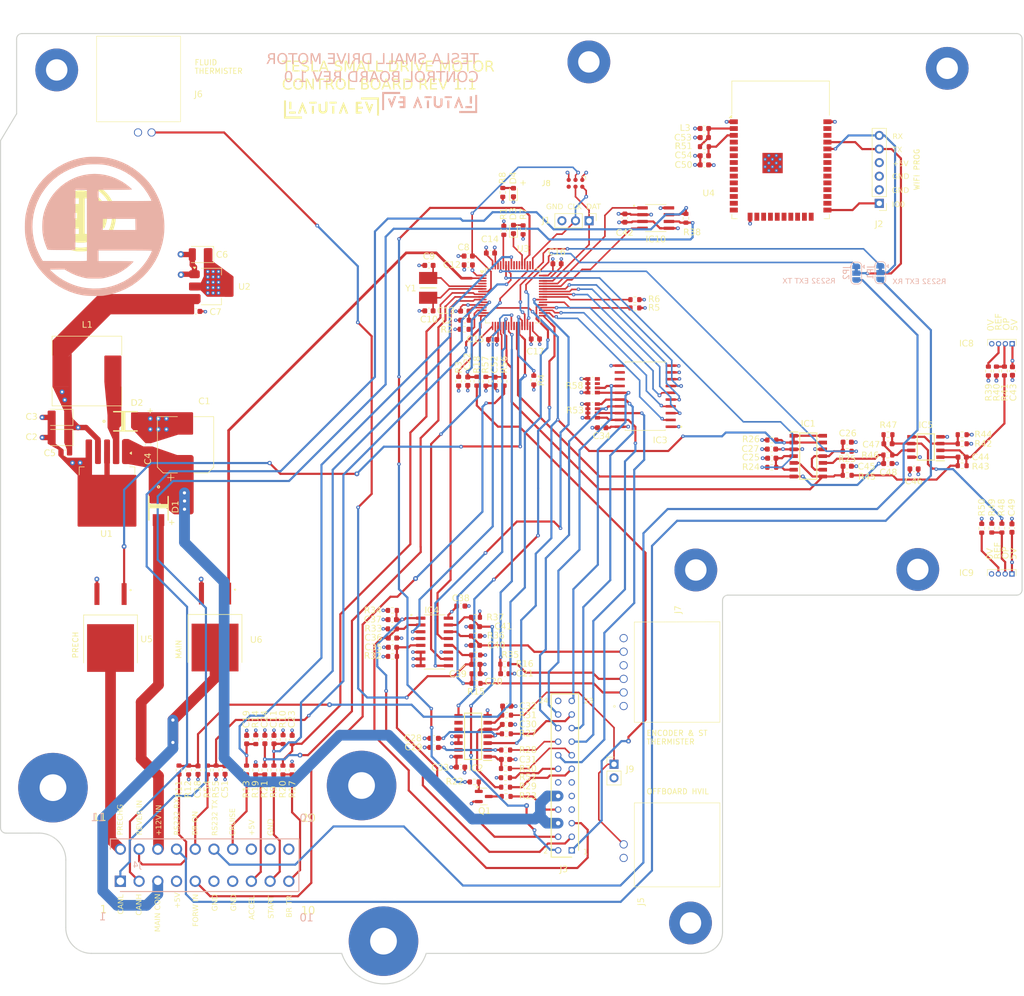
<source format=kicad_pcb>
(kicad_pcb (version 20241229) (generator "pcbnew") (generator_version "9.0")
  (layers (0 "F.Cu" signal) (4 "In1.Cu" signal) (6 "In2.Cu" signal) (2 "B.Cu" signal) (13 "F.Paste" user) (15 "B.Paste" user) (5 "F.SilkS" user "F.Silkscreen") (7 "B.SilkS" user "B.Silkscreen") (1 "F.Mask" user) (3 "B.Mask" user) (25 "Edge.Cuts" user))
  (net 0 "")
  (net 1 "GND")
  (net 2 "+12V")
  (net 3 "+5V")
  (net 4 "+3V3")
  (net 5 "/Motor control CPU/NRST")
  (net 6 "Net-(U3-PD0)")
  (net 8 "Net-(U3-PD1)")
  (net 9 "/Motor control CPU/START_IN_58")
  (net 10 "Net-(U3-VDDA)")
  (net 11 "/Motor control CPU/REV_IN_37")
  (net 12 "/Motor control CPU/CRUISE_IN_57")
  (net 13 "/Motor control CPU/ENC_A_22")
  (net 14 "/Motor control CPU/ENC_B_23")
  (net 15 "/Motor control CPU/UDC_11")
  (net 16 "/Motor control CPU/REGEN_8")
  (net 17 "/Motor control CPU/THROTTLE_9")
  (net 18 "Net-(IC1-INVERTING_INPUT_1)")
  (net 19 "Net-(IC1-NON-INVERTING_INPUT_3)")
  (net 20 "Net-(IC2-D)")
  (net 21 "Net-(IC2-B)")
  (net 22 "Net-(IC2-E)")
  (net 23 "Net-(IC2-A)")
  (net 24 "Net-(IC2-F)")
  (net 25 "/TEMP_B")
  (net 26 "/TEMP_C")
  (net 27 "/TEMP_A")
  (net 28 "/TEMP_FLUID")
  (net 29 "/TEMP_STATOR")
  (net 30 "/TEMP_CASE")
  (net 31 "Net-(IC5-VINA-)")
  (net 32 "Net-(IC5-VOUTA)")
  (net 33 "/IL1_21")
  (net 34 "Net-(IC5-VOUT_B)")
  (net 35 "Net-(IC5-VINB-)")
  (net 36 "/IL2_26")
  (net 37 "/Motor control CPU/BRAKE_IN_16")
  (net 38 "/Motor control CPU/FWD_IN_20")
  (net 39 "Net-(U4-VDD)")
  (net 40 "Net-(U4-EN)")
  (net 41 "Net-(D3-K)")
  (net 42 "Net-(D3-A)")
  (net 43 "Net-(D4-A)")
  (net 44 "/OCUR_IN_15")
  (net 47 "/PWM_INHIBIT_33")
  (net 49 "/PWM1_P_41")
  (net 50 "/PWM3_N_36")
  (net 51 "/PWM1_N_34")
  (net 52 "/LOW_DRVA")
  (net 53 "/LOW_DRVB")
  (net 55 "/HI_DRVA")
  (net 56 "/PWM2_P_42")
  (net 57 "/PWM3_P_43")
  (net 58 "/PWM2_N_35")
  (net 60 "/HI_DRVB")
  (net 61 "/LOW_DRVC")
  (net 62 "/HI_DRVC")
  (net 63 "/TMPHS_24")
  (net 64 "Net-(IC5-VINA+)")
  (net 65 "/IL1_IN")
  (net 66 "Net-(IC8-TEST{slash}MUST)")
  (net 67 "/IL2_IN")
  (net 68 "Net-(IC9-TEST{slash}MUST)")
  (net 69 "/CANH")
  (net 70 "/CANL")
  (net 71 "/CAN_TX_45")
  (net 72 "/CAN_RX_44")
  (net 73 "/Motor control CPU/SWDAT_46")
  (net 74 "/Motor control CPU/SWCLK_49")
  (net 75 "/ESP WiFi/IO0")
  (net 76 "/FAULTB")
  (net 77 "/UDC_HI")
  (net 78 "/FAULTC")
  (net 79 "/FAULTA")
  (net 80 "/DC_DISCH")
  (net 81 "/DRV_RES")
  (net 82 "/DRIVER_UVLO")
  (net 83 "/CRUISE_INPUT")
  (net 84 "/BRAKE_TRANS")
  (net 85 "/PRECHG_RLY")
  (net 86 "/RS232_TX")
  (net 88 "/BRAKE_ON")
  (net 89 "/FORW_IN")
  (net 90 "/MAIN_CON")
  (net 91 "/REVER_IN")
  (net 92 "+12VIN")
  (net 93 "/RS232_RX")
  (net 94 "/ACCEL")
  (net 95 "/START")
  (net 96 "/HVIL_EXT")
  (net 97 "/ENCB_IN")
  (net 98 "/ENCA_IN")
  (net 100 "/Motor control CPU/USART_TX_29")
  (net 101 "/Motor control CPU/USART_RX_30")
  (net 102 "Net-(Q1-B)")
  (net 103 "Net-(Q1-C)")
  (net 104 "Net-(U3-BOOT0)")
  (net 105 "Net-(U3-PA0)")
  (net 106 "Net-(U3-PA3)")
  (net 107 "Net-(U3-PB2)")
  (net 108 "Net-(U3-PC7)")
  (net 109 "Net-(U3-PC9)")
  (net 110 "/Motor control CPU/VTG_OUT_52")
  (net 111 "/OCURLIM_NEG_59")
  (net 112 "/OCURLIM_POS_61")
  (net 114 "/ESP WiFi/TX")
  (net 115 "/ERR_OUT_51")
  (net 116 "/PRECH_OUT_27")
  (net 118 "/TMPM_10")
  (net 123 "/BMS_IN_39")
  (net 127 "/DCSW_OUT_2")
  (net 158 "/ESP WiFi/RX")
  (net 159 "/PSU/OUT")
  (footprint "My Library:S02BA-AIT2-1AK" (layer "F.Cu") (at 68.7 42.494 180)
    (property "Reference" "J6")
    (property "Value" "S02BA-AIT2-1AK")
  )
  (footprint "Capacitor_SMD:C_0603_1608Metric" (layer "F.Cu") (at 174.6 48.55 180)
    (property "Reference" "C50")
    (property "Value" "0.1uF")
  )
  (footprint "My Library:S02BA-AIT2-1AK" (layer "F.Cu") (at 159.506 175.6 90)
    (property "Reference" "J5")
    (property "Value" "S02BA-AIT2-1AK")
  )
  (footprint "My Library:TO254P1524X457-3N" (layer "F.Cu") (at 63.56 135.06 -90)
    (property "Reference" "U5")
    (property "Value" "BTS133TC")
  )
  (footprint "Resistor_SMD:R_0603_1608Metric" (layer "F.Cu") (at 83.3 161.7 -90)
    (property "Reference" "R55")
    (property "Value" "1K5")
  )
  (footprint "Capacitor_SMD:C_0603_1608Metric" (layer "F.Cu") (at 124.08 157.48 180)
    (property "Reference" "C29")
    (property "Value" "10nF")
  )
  (footprint "Resistor_SMD:R_0603_1608Metric" (layer "F.Cu") (at 227.7 87.1 90)
    (property "Reference" "R39")
    (property "Value" "10K")
  )
  (footprint "Capacitor_SMD:C_0603_1608Metric" (layer "F.Cu") (at 147.05 67.05 180)
    (property "Reference" "C16")
    (property "Value" "1uF")
  )
  (footprint "Resistor_SMD:R_0603_1608Metric" (layer "F.Cu") (at 230.7 87.1 -90)
    (property "Reference" "R41")
    (property "Value" "100K")
  )
  (footprint "Resistor_SMD:R_0603_1608Metric" (layer "F.Cu") (at 137.53 166.64)
    (property "Reference" "R23")
    (property "Value" "100R")
  )
  (footprint "Resistor_SMD:R_0603_1608Metric" (layer "F.Cu") (at 222.8 99)
    (property "Reference" "R44")
    (property "Value" "3K16")
  )
  (footprint "Resistor_SMD:R_0603_1608Metric" (layer "F.Cu") (at 174.6 45.15)
    (property "Reference" "R51")
    (property "Value" "4K7")
  )
  (footprint "Capacitor_SMD:C_0603_1608Metric" (layer "F.Cu") (at 123.1 67.35)
    (property "Reference" "C9")
    (property "Value" "22pF")
  )
  (footprint "Capacitor_SMD:C_0603_1608Metric" (layer "F.Cu") (at 159.73 58.5 90)
    (property "Reference" "C42")
    (property "Value" "0.1uF")
  )
  (footprint "Capacitor_SMD:C_0603_1608Metric" (layer "F.Cu") (at 135 81.2)
    (property "Reference" "C15")
    (property "Value" "1uF")
  )
  (footprint "Resistor_SMD:R_0603_1608Metric" (layer "F.Cu") (at 226.453334 116.503334 -90)
    (property "Reference" "R50")
    (property "Value" "10K")
  )
  (footprint "Resistor_SMD:R_0603_1608Metric" (layer "F.Cu") (at 137.15 89.025 90)
    (property "Reference" "R56")
    (property "Value" "4K7")
  )
  (footprint "Capacitor_SMD:C_0603_1608Metric" (layer "F.Cu") (at 131.85 141.95)
    (property "Reference" "C39")
    (property "Value" "1uF")
  )
  (footprint "Resistor_SMD:R_0603_1608Metric" (layer "F.Cu") (at 222.8 104.8 180)
    (property "Reference" "R43")
    (property "Value" "62K")
  )
  (footprint "Package_TO_SOT_SMD:SOT-23" (layer "F.Cu") (at 133.35 166.65)
    (property "Reference" "Q1")
    (property "Value" "MMBT3904")
  )
  (footprint "Resistor_SMD:R_0603_1608Metric" (layer "F.Cu") (at 89 161.7 90)
    (property "Reference" "R13")
    (property "Value" "4K7")
  )
  (footprint "My Library:MountingHole_5mm_13_Pad" (layer "F.Cu") (at 52.8 165)
    (property "Reference" "H1" (hide yes))
    (property "Value" "MountingHole_Pad")
  )
  (footprint "Resistor_SMD:R_0603_1608Metric" (layer "F.Cu") (at 131.58 163.93)
    (property "Reference" "R22")
    (property "Value" "1K")
  )
  (footprint "Capacitor_SMD:C_0603_1608Metric" (layer "F.Cu") (at 232.2 87.1 -90)
    (property "Reference" "C43")
    (property "Value" "0.1uF")
  )
  (footprint "Capacitor_SMD:C_0603_1608Metric" (layer "F.Cu") (at 174.6 43.45 180)
    (property "Reference" "C53")
    (property "Value" "10uF")
  )
  (footprint "Resistor_SMD:R_0603_1608Metric" (layer "F.Cu") (at 131.8 133.15 180)
    (property "Reference" "R37")
    (property "Value" "150K")
  )
  (footprint "Capacitor_SMD:C_0603_1608Metric" (layer "F.Cu") (at 137.58 153.18)
    (property "Reference" "C30")
    (property "Value" "10nF")
  )
  (footprint "Resistor_SMD:R_0603_1608Metric" (layer "F.Cu") (at 94.1 161.7 90)
    (property "Reference" "R9")
    (property "Value" "4K7")
  )
  (footprint "Capacitor_SMD:C_0603_1608Metric" (layer "F.Cu") (at 124.08 155.78 180)
    (property "Reference" "C28")
    (property "Value" "10nF")
  )
  (footprint "My Library:Big logo" (layer "F.Cu") (at 58 58.2)
    (property "Reference" "G***" (hide yes))
    (property "Value" "LOGO" (hide yes))
  )
  (footprint "Capacitor_SMD:C_0603_1608Metric" (layer "F.Cu") (at 116.235 133.58 180)
    (property "Reference" "C37")
    (property "Value" "1uF")
  )
  (footprint "My Library:MountingHole_5mm_13_Pad" (layer "F.Cu") (at 114.6 193.7)
    (property "Reference" "H3" (hide yes))
    (property "Value" "MountingHole_Pad")
  )
  (footprint "SamacSys_Parts:SOIC127P600X175-14N" (layer "F.Cu") (at 194.025 103.01)
    (property "Reference" "IC1")
    (property "Value" "LM2901DT" (hide yes))
  )
  (footprint "Resistor_SMD:R_0603_1608Metric" (layer "F.Cu") (at 131.85 140.2 180)
    (property "Reference" "R35")
    (property "Value" "150K")
  )
  (footprint "My Library:SOIC-20" (layer "F.Cu") (at 163.5375 91.8 180)
    (property "Reference" "IC3")
    (property "Value" "MC74HCT573ADWR2G")
  )
  (footprint "Package_TO_SOT_SMD:TO-263-5_TabPin6" (layer "F.Cu") (at 62.91 109.84 -90)
    (property "Reference" "U1")
    (property "Value" "LM2596S-5")
  )
  (footprint "My Library:MountingHole_4mm_Pad" (layer "F.Cu") (at 214.5 124.2 90)
    (property "Reference" "H8" (hide yes))
    (property "Value" "MountingHole_Pad")
  )
  (footprint "My Library:RHDR24W76P254_2X12_3048X508X826P" (layer "F.Cu") (at 149.8 176.72 90)
    (property "Reference" "J3")
    (property "Value" "SDU_IGBT_CONN" (hide yes))
  )
  (footprint "My Library:SOIC127P600X175-8N" (layer "F.Cu") (at 216 101.3 180)
    (property "Reference" "IC5")
    (property "Value" "MCP602-I_SN" (hide yes))
  )
  (footprint "Capacitor_SMD:C_0603_1608Metric" (layer "F.Cu") (at 123.1 75.85)
    (property "Reference" "C10")
    (property "Value" "22pF")
  )
  (footprint "Resistor_SMD:R_0603_1608Metric" (layer "F.Cu") (at 137.275 141.9 180)
    (property "Reference" "R16")
    (property "Value" "10K")
  )
  (footprint "Resistor_SMD:R_0603_1608Metric" (layer "F.Cu") (at 140.7 60.7 90)
    (property "Reference" "R7")
    (property "Value" "1K")
  )
  (footprint "My Library:MountingHole_5mm_13_Pad" (layer "F.Cu") (at 110.5 164.6)
    (property "Reference" "H2" (hide yes))
    (property "Value" "MountingHole_Pad")
  )
  (footprint "My Library:MLX91209LVACAA002SP" (layer "F.Cu") (at 232.105 125.0375 180)
    (property "Reference" "IC9")
    (property "Value" "MLX91209LVA-CAA-002-SP" (hide yes))
  )
  (footprint "Resistor_SMD:R_0603_1608Metric" (layer "F.Cu") (at 136.9 53.7 -90)
    (property "Reference" "R8")
    (property "Value" "470R")
  )
  (footprint "Capacitor_SMD:C_0603_1608Metric" (layer "F.Cu") (at 130.35 89 -90)
    (property "Reference" "C22")
    (property "Value" "1nF")
  )
  (footprint "Capacitor_SMD:C_0603_1608Metric" (layer "F.Cu") (at 232.103334 116.47 90)
    (property "Reference" "C49")
    (property "Value" "0.1uF")
  )
  (footprint "Resistor_SMD:R_0603_1608Metric" (layer "F.Cu") (at 133.75 89.025 -90)
    (property "Reference" "R57")
    (property "Value" "1K5")
  )
  (footprint "Capacitor_Tantalum_SMD:CP_EIA-3528-21_Kemet-B" (layer "F.Cu") (at 54.07 95.77 180)
    (property "Reference" "C3")
    (property "Value" "100uF")
  )
  (footprint "Resistor_SMD:R_0603_1608Metric" (layer "F.Cu") (at 116.285 140.455)
    (property "Reference" "R32")
    (property "Value" "150K")
  )
  (footprint "My Library:MountingHole_4mm_Pad" (layer "F.Cu") (at 53.5 30.8)
    (property "Reference" "H4" (hide yes))
    (property "Value" "MountingHole_Pad")
  )
  (footprint "Resistor_SMD:R_0603_1608Metric" (layer "F.Cu") (at 78.165 161.695 -90)
    (property "Reference" "R12")
    (property "Value" "1K5")
  )
  (footprint "My Library:SOIC127P599X175-8N" (layer "F.Cu") (at 165.5 58.5)
    (property "Reference" "IC10")
    (property "Value" "SN65HVD234")
  )
  (footprint "Capacitor_SMD:C_0603_1608Metric" (layer "F.Cu") (at 92.42 155.995 90)
    (property "Reference" "C24")
    (property "Value" "1uF")
  )
  (footprint "Resistor_SMD:R_0603_1608Metric" (layer "F.Cu") (at 228.336667 116.47 90)
    (property "Reference" "R49")
    (property "Value" "10K")
  )
  (footprint "Capacitor_SMD:C_0603_1608Metric" (layer "F.Cu") (at 70.59 100.88 90)
    (property "Reference" "C4")
    (property "Value" "0.1uF")
  )
  (footprint "Resistor_SMD:R_0603_1608Metric" (layer "F.Cu") (at 132.05 89 90)
    (property "Reference" "R18")
    (property "Value" "3K3")
  )
  (footprint "Inductor_SMD:L_Sunlord_SWRB1207S" (layer "F.Cu") (at 59.15 87.1 180)
    (property "Reference" "L1")
    (property "Value" "470uH")
  )
  (footprint "Capacitor_SMD:C_0603_1608Metric" (layer "F.Cu") (at 131.8 138.4 180)
    (property "Reference" "C40")
    (property "Value" "1uF")
  )
  (footprint "Capacitor_SMD:C_0603_1608Metric" (layer "F.Cu") (at 143 81.1)
    (property "Reference" "C17")
    (property "Value" "1uF")
  )
  (footprint "Resistor_SMD:R_0603_1608Metric" (layer "F.Cu") (at 97.5 161.7 -90)
    (property "Reference" "R17")
    (property "Value" "10K")
  )
  (footprint "Connector_PinHeader_2.54mm:PinHeader_1x03_P2.54mm_Vertical" (layer "F.Cu") (at 153.04 59 -90)
    (property "Reference" "J1")
    (property "Value" "SWPROG")
  )
  (footprint "Capacitor_SMD:C_0603_1608Metric" (layer "F.Cu") (at 130.45 65.6)
    (property "Reference" "C8")
    (property "Value" "0.1uF")
  )
  (footprint "Resistor_SMD:R_0603_1608Metric" (layer "F.Cu") (at 90.7 161.7 -90)
    (property "Reference" "R19")
    (property "Value" "10K")
  )
  (footprint "My Library:SOIC127P600X175-16N" (layer "F.Cu") (at 124.15 137.755)
    (property "Reference" "IC4")
    (property "Value" "74HCT4052D")
  )
  (footprint "Resistor_SMD:R_0603_1608Metric" (layer "F.Cu") (at 137.61 151.44 180)
    (property "Reference" "R31")
    (property "Value" "560R")
  )
  (footprint "Resistor_SMD:R_0603_1608Metric" (layer "F.Cu") (at 131.9 145.5 180)
    (property "Reference" "R15")
    (property "Value" "10K")
  )
  (footprint "SamacSys_Parts:SOIC127P600X175-14N" (layer "F.Cu") (at 131.35 155.3975 180)
    (property "Reference" "IC2")
    (property "Value" "CD74HC30M" (hide yes))
  )
  (footprint "Resistor_SMD:R_0603_1608Metric" (layer "F.Cu") (at 95.79375 161.70625 90)
    (property "Reference" "R20")
    (property "Value" "10K")
  )
  (footprint "Resistor_SMD:R_0603_1608Metric" (layer "F.Cu") (at 187.2 105.1)
    (property "Reference" "R24")
    (property "Value" "10K")
  )
  (footprint "Capacitor_SMD:C_0603_1608Metric" (layer "F.Cu") (at 130.45 67.25)
    (property "Reference" "C12")
    (property "Value" "1uF")
  )
  (footprint "Capacitor_SMD:C_0603_1608Metric" (layer "F.Cu") (at 89.02 156.02 90)
    (property "Reference" "C19")
    (property "Value" "1uF")
  )
  (footprint "Resistor_SMD:R_0603_1608Metric" (layer "F.Cu") (at 137.45 157.96 180)
    (property "Reference" "R28")
    (property "Value" "560R")
  )
  (footprint "Capacitor_SMD:C_0603_1608Metric" (layer "F.Cu") (at 201.3 100.4)
    (property "Reference" "C26")
    (property "Value" "1uF")
  )
  (footprint "My Library:Latuta EV logo" (layer "F.Cu") (at 104.88 37.62)
    (property "Reference" "G***" (hide yes))
    (property "Value" "LOGO" (hide yes))
  )
  (footprint "Capacitor_SMD:C_0603_1608Metric" (layer "F.Cu") (at 131.9 143.7)
    (property "Reference" "C20")
    (property "Value" "1nF")
  )
  (footprint "Connector:Tag-Connect_TC2030-IDC-NL_2x03_P1.27mm_Vertical" (layer "F.Cu") (at 150.5 52 180)
    (property "Reference" "J8")
    (property "Value" "SWD_TC2030-NL")
  )
  (footprint "Capacitor_SMD:C_0603_1608Metric" (layer "F.Cu") (at 79.915 161.72 -90)
    (property "Reference" "C18")
    (property "Value" "1uF")
  )
  (footprint "Resistor_SMD:R_0603_1608Metric" (layer "F.Cu") (at 171.155 58.535 -90)
    (property "Reference" "R38")
    (property "Value" "120R")
  )
  (footprint "My Library:RESC5032X135N" (layer "F.Cu") (at 122.95 71.55 -90)
    (property "Reference" "Y1")
    (property "Value" "X50328MSB2GI" (hide yes))
  )
  (footprint "Resistor_SMD:R_0603_1608Metric" (layer "F.Cu") (at 137.4 161.42 180)
    (property "Reference" "R30")
    (property "Value" "560R")
  )
  (footprint "Resistor_SMD:R_0603_1608Metric" (layer "F.Cu") (at 129.7 79.3 180)
    (property "Reference" "R2")
    (property "Value" "1K")
  )
  (footprint "Capacitor_SMD:C_0603_1608Metric" (layer "F.Cu") (at 137.41 159.72)
    (property "Reference" "C31")
    (property "Value" "10nF")
  )
  (footprint "Resistor_SMD:R_0603_1608Metric" (layer "F.Cu") (at 142.7 88.8 -90)
    (property "Reference" "R4")
    (property "Value" "4K7")
  )
  (footprint "Connector_PinHeader_2.54mm:PinHeader_1x02_P2.54mm_Vertical" (layer "F.Cu") (at 157.7 160.625)
    (property "Reference" "J9")
    (property "Value" "2SIL")
  )
  (footprint "Resistor_SMD:R_0603_1608Metric" (layer "F.Cu") (at 137.41 163.14 180)
    (property "Reference" "R52")
    (property "Value" "1K")
  )
  (footprint "Capacitor_SMD:C_0603_1608Metric" (layer "F.Cu") (at 187.15 101.7 180)
    (property "Reference" "C27")
    (property "Value" "0.1uF")
  )
  (footprint "My Library:DIOM4336X244N" (layer "F.Cu") (at 66.34325 96.5)
    (property "Reference" "D2")
    (property "Value" "SS54B")
  )
  (footprint "RF_Module:ESP32-WROOM-32D" (layer "F.Cu") (at 188.85 48.74)
    (property "Reference" "U4")
    (property "Value" "ESP32-WROOM-32E")
  )
  (footprint "Resistor_SMD:R_0603_1608Metric" (layer "F.Cu") (at 161.6 75.3 180)
    (property "Reference" "R5")
    (property "Value" "1K")
  )
  (footprint "My Library:TO254P1524X457-3N" (layer "F.Cu") (at 83.1 134.97 -90)
    (property "Reference" "U6")
    (property "Value" "BTS133TC")
  )
  (footprint "LED_SMD:LED_0603_1608Metric" (layer "F.Cu") (at 138.9 53.7 90)
    (property "Reference" "D4")
    (property "Value" "RED")
  )
  (footprint "My Library:MLX91209LVACAA002SP" (layer "F.Cu") (at 232.14 82 180)
    (property "Reference" "IC8")
    (property "Value" "MLX91209LVA-CAA-002-SP" (hide yes))
  )
  (footprint "Resistor_SMD:R_0603_1608Metric" (layer "F.Cu") (at 131.8 136.65 180)
    (property "Reference" "R36")
    (property "Value" "470K")
  )
  (footprint "Resistor_SMD:R_0603_1608Metric" (layer "F.Cu") (at 201.3 102.1 180)
    (property "Reference" "R25")
    (property "Value" "10K")
  )
  (footprint "My Library:MountingHole_4mm_Pad" (layer "F.Cu") (at 173 124.3)
    (property "Reference" "H9" (hide yes))
    (property "Value" "MountingHole_Pad")
  )
  (footprint "Resistor_SMD:R_0603_1608Metric" (layer "F.Cu") (at 116.26 135.305)
    (property "Reference" "R33")
    (property "Value" "150K")
  )
  (footprint "Capacitor_SMD:C_0603_1608Metric" (layer "F.Cu") (at 208.9 104.4)
    (property "Reference" "C48")
    (property "Value" "1nF")
  )
  (footprint "Capacitor_SMD:C_0603_1608Metric" (layer "F.Cu") (at 79.5 75.95)
    (property "Reference" "C7")
    (property "Value" "10uF")
  )
  (footprint "Capacitor_SMD:C_0603_1608Metric" (layer "F.Cu") (at 135.45 89.025 -90)
    (property "Reference" "C52")
    (property "Value" "1uF")
  )
  (footprint "My Library:MountingHole_4mm_Pad" (layer "F.Cu") (at 153 29.3)
    (property "Reference" "H5" (hide yes))
    (property "Value" "MountingHole_Pad")
  )
  (footprint "Capacitor_SMD:C_0603_1608Metric" (layer "F.Cu") (at 84.975 161.7 -90)
    (property "Reference" "C51")
    (property "Value" "1uF")
  )
  (footprint "Package_TO_SOT_SMD:SOT-223-3_TabPin2" (layer "F.Cu") (at 82.4 71.3)
    (property "Reference" "U2")
    (property "Value" "LD1117S33TR_SOT223")
  )
  (footprint "Capacitor_SMD:C_0603_1608Metric" (layer "F.Cu") (at 116.285 137.03)
    (property "Reference" "C36")
    (property "Value" "1uF")
  )
  (footprint "Resistor_SMD:R_0603_1608Metric" (layer "F.Cu") (at 222.8 100.7 180)
    (property "Reference" "R42")
    (property "Value" "4K7")
  )
  (footprint "Resistor_SMD:R_0603_1608Metric" (layer "F.Cu") (at 76.365 161.695 90)
    (property "Reference" "R11")
    (property "Value" "4K7")
  )
  (footprint "My Library:RESCAXS80P320X160X60-8N" (layer "F.Cu") (at 153.7 94.55)
    (property "Reference" "R53")
    (property "Value" "4D03WGJ0103T5E")
  )
  (footprint "Capacitor_SMD:C_0603_1608Metric" (layer "F.Cu") (at 94.12 156.02 90)
    (property "Reference" "C11")
    (property "Value" "1uF")
  )
  (footprint "Capacitor_SMD:C_0603_1608Metric" (layer "F.Cu") (at 97.52 156.02 90)
    (property "Reference" "C23")
    (property "Value" "1uF")
  )
  (footprint "Resistor_SMD:R_0603_1608Metric" (layer "F.Cu") (at 128.65 89 -90)
    (property "Reference" "R3")
    (property "Value" "1K")
  )
  (footprint "Capacitor_SMD:C_0603_1608Metric" (layer "F.Cu") (at 134.6 65.05 180)
    (property "Reference" "C14")
    (property "Value" "1uF")
  )
  (footprint "Resistor_SMD:R_0603_1608Metric" (layer "F.Cu") (at 230.22 116.47 90)
    (property "Reference" "R48")
    (property "Value" "100K")
  )
  (footprint "Resistor_SMD:R_0603_1608Metric" (layer "F.Cu") (at 95.82 156.02 90)
    (property "Reference" "R10")
    (property "Value" "1K5")
  )
  (footprint "My Library:MountingHole_4mm_Pad" (layer "F.Cu") (at 172 190.3)
    (property "Reference" "H6" (hide yes))
    (property "Value" "MountingHole_Pad")
  )
  (footprint "Resistor_SMD:R_0603_1608Metric" (layer "F.Cu") (at 92.4 161.7 90)
    (property "Reference" "R21")
    (property "Value" "10K")
  )
  (footprint "Resistor_SMD:R_0603_1608Metric" (layer "F.Cu") (at 81.7 161.7 90)
    (property "Reference" "R54")
    (property "Value" "4K7")
  )
  (footprint "Resistor_SMD:R_0603_1608Metric" (layer "F.Cu") (at 116.26 131.855)
    (property "Reference" "R34")
    (property "Value" "150K")
  )
  (footprint "Capacitor_SMD:C_0603_1608Metric" (layer "F.Cu") (at 55.1 102.4 180)
    (property "Reference" "C5")
    (property "Value" "1uF")
  )
  (footprint "Capacitor_SMD:C_0603_1608Metric" (layer "F.Cu") (at 131.8 134.9 180)
    (property "Reference" "C41")
    (property "Value" "1uF")
  )
  (footprint "Resistor_SMD:R_0603_1608Metric" (layer "F.Cu") (at 229.2 87.1 -90)
    (property "Reference" "R40")
    (property "Value" "10K")
  )
  (footprint "Capacitor_SMD:C_0603_1608Metric" (layer "F.Cu") (at 129.025 161.165)
    (property "Reference" "C33")
    (property "Value" "0.1uF")
  )
  (footprint "Resistor_SMD:R_0603_1608Metric" (layer "F.Cu") (at 137.57 154.93 180)
    (property "Reference" "R27")
    (property "Value" "560R")
  )
  (footprint "Connector_PinHeader_2.54mm:PinHeader_1x06_P2.54mm_Vertical" (layer "F.Cu") (at 207.3 55.75 180)
    (property "Reference" "J2")
    (property "Value" "PROG_WIFI")
  )
  (footprint "Capacitor_SMD:C_0603_1608Metric" (layer "F.Cu") (at 137.64 149.75)
    (property "Reference" "C32")
    (property "Value" "10nF")
  )
  (footprint "Capacitor_SMD:CP_Elec_10x10" (layer "F.Cu") (at 77.59 100.89 90)
    (property "Reference" "C1")
    (property "Value" "470uF")
  )
  (footprint "Capacitor_SMD:C_0603_1608Metric" (layer "F.Cu") (at 129.05 131.05)
    (property "Reference" "C38")
    (property "Value" "0.1uF")
  )
  (footprint "Resistor_SMD:R_0603_1608Metric" (layer "F.Cu") (at 208.925 99 180)
    (property "Reference" "R47")
    (property "Value" "62K")
  )
  (footprint "Resistor_SMD:R_0603_1608Metric" (layer "F.Cu") (at 161.6 73.75 180)
    (property "Reference" "R6")
    (property "Value" "1K")
  )
  (footprint "Package_QFP:LQFP-64_10x10mm_P0.5mm" (layer "F.Cu") (at 138.758389 72.994534)
    (property "Reference" "U3")
    (property "Value" "STM32F103RBT6")
  )
  (footprint "Resistor_SMD:R_0603_1608Metric" (layer "F.Cu") (at 90.72 156.02 90)
    (property "Reference" "R14")
    (property "Value" "1K5")
  )
  (footprint "Capacitor_SMD:C_0603_1608Metric" (layer "F.Cu") (at 201.3 104.9)
    (property "Reference" "C45")
    (property "Value" "1nF")
  )
  (footprint "LED_SMD:LED_0603_1608Metric" (layer "F.Cu") (at 138.9 60.6 90)
    (property "Reference" "D3")
    (property "Value" "RED")
  )
  (footprint "Capacitor_SMD:C_0603_1608Metric" (layer "F.Cu") (at 208.925 100.7 180)
    (property "Reference" "C47")
    (property "Value" "50pF")
  )
  (footprint "My Library:S06B-AIT2-1AK" (layer "F.Cu") (at 159.502196 143.39 90)
    (property "Reference" "J7")
    (property "Value" "S06B-AIT2-1AK")
  )
  (footprint "Capacitor_SMD:C_0603_1608Metric" (layer "F.Cu") (at 187.2 103.4 180)
    (property "Reference" "C25")
    (property "Value" "1uF")
  )
  (footprint "Capacitor_SMD:C_0603_1608Metric" (layer "F.Cu") (at 137.275 143.7)
    (property "Reference" "C21")
    (property "Value" "1nF")
  )
  (footprint "Resistor_SMD:R_0603_1608Metric" (layer "F.Cu") (at 208.9 102.8)
    (property "Reference" "R46")
    (property "Value" "3K3")
  )
  (footprint "Capacitor_SMD:C_0603_1608Metric" (layer "F.Cu") (at 155.4 97.7 180)
    (property "Reference" "C34")
    (property "Value" "0.1uF")
  )
  (footprint "Resistor_SMD:R_0603_1608Metric" (layer "F.Cu") (at 137.1 60.8 90)
    (property "Reference" "R1")
    (property "Value" "10K")
  )
  (footprint "Capacitor_SMD:C_0603_1608Metric" (layer "F.Cu") (at 222.8 103.2 180)
    (property "Reference" "C44")
    (property "Value" "50pF")
  )
  (footprint "Capacitor_Tantalum_SMD:CP_EIA-3528-21_Kemet-B" (layer "F.Cu") (at 80.39 65.31 180)
    (property "Reference" "C6")
    (property "Value" "100uF")
  )
  (footprint "Capacitor_Tantalum_SMD:CP_EIA-3528-21_Kemet-B" (layer "F.Cu") (at 54.0875 99.53 180)
    (property "Reference" "C2")
    (property "Value" "100uF")
  )
  (footprint "My Library:RESCAXS80P320X160X60-8N" (layer "F.Cu") (at 153.7 89.85)
    (property "Reference" "R58")
    (property "Value" "4D03WGJ0103T5E")
  )
  (footprint "Capacitor_SMD:C_0603_1608Metric" (layer "F.Cu") (at 116.285 138.755 180)
    (property "Reference" "C35")
    (property "Value" "1uF")
  )
  (footprint "Resistor_SMD:R_0603_1608Metric" (layer "F.Cu") (at 137.43 164.91 180)
    (property "Reference" "R29")
    (property "Value" "560R")
  )
  (footprint "Capacitor_SMD:C_0603_1608Metric" (layer "F.Cu") (at 174.6 46.85 180)
    (property "Reference" "C54")
    (property "Value" "0.1uF")
  )
  (footprint "Inductor_SMD:L_0603_1608Metric" (layer "F.Cu") (at 174.6 41.75)
    (property "Reference" "L3")
    (property "Value" "10uH")
  )
  (footprint "My Library:MountingHole_4mm_Pad" (layer "F.Cu") (at 220 30.5)
    (property "Reference" "H7" (hide yes))
    (property "Value" "MountingHole_Pad")
  )
  (footprint "My Library:DIOM4336X244N" (layer "F.Cu") (at 72.53 112.76325 -90)
    (property "Reference" "D1")
    (property "Value" "SS54B")
  )
  (footprint "Inductor_SMD:L_0603_1608Metric" (layer "F.Cu") (at 129.8 77.6)
    (property "Reference" "L2")
    (property "Value" "10uH")
  )
  (footprint "Resistor_SMD:R_0603_1608Metric" (layer "F.Cu") (at 187.2 100 180)
    (property "Reference" "R26")
    (property "Value" "10K")
  )
  (footprint "Capacitor_SMD:C_0603_1608Metric" (layer "F.Cu") (at 129.8 75.9)
    (property "Reference" "C13")
    (property "Value" "10uF")
  )
  (footprint "Resistor_SMD:R_0603_1608Metric" (layer "F.Cu") (at 201.3 106.6)
    (property "Reference" "R45")
    (property "Value" "3K3")
  )
  (footprint "Capacitor_SMD:C_0603_1608Metric" (layer "F.Cu") (at 213.8 105.4)
    (property "Reference" "C46")
    (property "Value" "0.1uF")
  )
  (footprint "Jumper:SolderJumper-3_P1.3mm_Bridged12_RoundedPad1.0x1.5mm" (layer "B.Cu") (at 203 68.8 -90)
    (property "Reference" "JP2")
    (property "Value" "RS232 EXT RX")
  )
  (footprint "My Library:Large logo" (layer "B.Cu") (at 60.6 60 180)
    (property "Reference" "G***" (hide yes))
    (property "Value" "LOGO" (hide yes))
  )
  (footprint "Jumper:SolderJumper-3_P1.3mm_Bridged12_RoundedPad1.0x1.5mm" (layer "B.Cu") (at 207.5 68.7 -90)
    (property "Reference" "JP1")
    (property "Value" "RS232 EXT TX")
  )
  (footprint "My Library:75757-5101 footprint" (layer "B.Cu") (at 65.4 176.5)
    (property "Reference" "J4")
    (property "Value" "75757-5101" (hide yes))
  )
  (footprint "My Library:Latuta EV logo" (layer "B.Cu") (at 123.23 36.59 180)
    (property "Reference" "G***" (hide yes))
    (property "Value" "LOGO" (hide yes))
  )
  (gr_line (start 70.55 94.55) (end 71.41 94.55) (stroke (width 0.15)) (layer "F.SilkS"))
  (gr_line (start 74.58 115.41) (end 75.44 115.41) (stroke (width 0.15)) (layer "F.SilkS"))
  (gr_line (start 70.98 94.13) (end 70.98 94.97) (stroke (width 0.15)) (layer "F.SilkS"))
  (gr_line (start 75.01 114.99) (end 75.01 115.83) (stroke (width 0.15)) (layer "F.SilkS"))
  (gr_line (start 140.7 51.49) (end 140.7 52.33) (stroke (width 0.15)) (layer "F.SilkS"))
  (gr_line (start 128.9 142.9) (end 129.8 142.1) (stroke (width 0.15)) (layer "F.SilkS"))
  (gr_line (start 140.27 51.91) (end 141.13 51.91) (stroke (width 0.15)) (layer "F.SilkS"))
  (gr_line (start 55.200001 178.498282) (end 55.197303 191.113685) (stroke (width 0.2)) (layer "Edge.Cuts"))
  (gr_arc (start 46 25) (mid 46.292893 24.292893) (end 47 24) (stroke (width 0.2)) (layer "Edge.Cuts"))
  (gr_arc (start 177.99 191.982863) (mid 176.818427 194.81129) (end 173.99 195.982863) (stroke (width 0.2)) (layer "Edge.Cuts"))
  (gr_line (start 122.593461 195.987348) (end 173.99 195.982863) (stroke (width 0.2)) (layer "Edge.Cuts"))
  (gr_line (start 42.993943 172.486117) (end 42.998161 44.01) (stroke (width 0.2)) (layer "Edge.Cuts"))
  (gr_arc (start 234 128) (mid 233.707107 128.707107) (end 233 129) (stroke (width 0.2)) (layer "Edge.Cuts"))
  (gr_line (start 43.99995 173.501823) (end 50.149858 173.498177) (stroke (width 0.2)) (layer "Edge.Cuts"))
  (gr_arc (start 122.593461 195.987348) (mid 114.689999 201.683308) (end 106.784572 195.990077) (stroke (width 0.2)) (layer "Edge.Cuts"))
  (gr_arc (start 43.99995 173.499256) (mid 43.288161 173.2) (end 42.993943 172.486117) (stroke (width 0.2)) (layer "Edge.Cuts"))
  (gr_arc (start 233 24) (mid 233.707107 24.292893) (end 234 25) (stroke (width 0.2)) (layer "Edge.Cuts"))
  (gr_line (start 233 24) (end 47 24) (stroke (width 0.2)) (layer "Edge.Cuts"))
  (gr_arc (start 59.99 195.983305) (mid 56.573747 194.552289) (end 55.197303 191.113685) (stroke (width 0.2)) (layer "Edge.Cuts"))
  (gr_line (start 179 129) (end 233 129) (stroke (width 0.2)) (layer "Edge.Cuts"))
  (gr_line (start 46 39) (end 42.998161 44.01) (stroke (width 0.2)) (layer "Edge.Cuts"))
  (gr_line (start 234 128) (end 234 25) (stroke (width 0.2)) (layer "Edge.Cuts"))
  (gr_arc (start 50.149858 173.498177) (mid 53.714711 174.948056) (end 55.200001 178.498282) (stroke (width 0.2)) (layer "Edge.Cuts"))
  (gr_line (start 46 25) (end 46 39) (stroke (width 0.2)) (layer "Edge.Cuts"))
  (gr_arc (start 177.99 129.982863) (mid 178.295351 129.28627) (end 179 129) (stroke (width 0.2)) (layer "Edge.Cuts"))
  (gr_line (start 59.99 195.983305) (end 106.784572 195.990077) (stroke (width 0.2)) (layer "Edge.Cuts"))
  (gr_line (start 177.99 191.982863) (end 177.99 129.982863) (stroke (width 0.2)) (layer "Edge.Cuts"))
  (gr_text "RS232 TX" (at 83.7 174 90) (layer "F.SilkS") (effects (font (size 1 1)) (justify left bottom)))
  (gr_text "10" (at 99.16 188.92 0) (layer "F.SilkS") (effects (font (size 1.5 1.5)) (justify left bottom)))
  (gr_text "+5V" (at 76.7 187.6 90) (layer "F.SilkS") (effects (font (size 1 1)) (justify left bottom)))
  (gr_text "20" (at 99.25 171.64 0) (layer "F.SilkS") (effects (font (size 1.5 1.5)) (justify left bottom)))
  (gr_text "FORW IN" (at 80.1 191 90) (layer "F.SilkS") (effects (font (size 1 1)) (justify left bottom)))
  (gr_text "ACCEL" (at 90.6 189.7 90) (layer "F.SilkS") (effects (font (size 1 1)) (justify left bottom)))
  (gr_text "ENCODER & ST\nTHERMISTER" (at 163.7 157 0) (layer "F.SilkS") (effects (font (size 1 1)) (justify left bottom)))
  (gr_text "23" (at 152.09 149.42 0) (layer "F.SilkS") (effects (font (size 1 1)) (justify left bottom)))
  (gr_text "PRECHG" (at 66 173.9 90) (layer "F.SilkS") (effects (font (size 1 1)) (justify left bottom)))
  (gr_text "GND\n" (at 209.67 53.95 0) (layer "F.SilkS") (effects (font (size 1 1)) (justify left bottom)))
  (gr_text "GND\n" (at 87.2 188.1 90) (layer "F.SilkS") (effects (font (size 1 1)) (justify left bottom)))
  (gr_text "5V" (at 232.44 121.24 90) (layer "F.SilkS") (effects (font (size 1.2 1.2))))
  (gr_text "CRUISE" (at 87 174 90) (layer "F.SilkS") (effects (font (size 1 1)) (justify left bottom)))
  (gr_text "BR TR" (at 97.6 189.3 90) (layer "F.SilkS") (effects (font (size 1 1)) (justify left bottom)))
  (gr_text "0V" (at 228.2 78.53 90) (layer "F.SilkS") (effects (font (size 1.2 1.2))))
  (gr_text "24" (at 143.63 149.36 0) (layer "F.SilkS") (effects (font (size 1 1)) (justify left bottom)))
  (gr_text "MAIN\n" (at 76.9 141 90) (layer "F.SilkS") (effects (font (size 1 1)) (justify left bottom)))
  (gr_text "WIFI PROG" (at 214.9 53.4 90) (layer "F.SilkS") (effects (font (size 1 1)) (justify left bottom)))
  (gr_text "TX" (at 209.78 46.36 0) (layer "F.SilkS") (effects (font (size 1 1)) (justify left bottom)))
  (gr_text "REF" (at 229.65 77.91 90) (layer "F.SilkS") (effects (font (size 1.2 1.2))))
  (gr_text "+5V" (at 209.75 48.95 0) (layer "F.SilkS") (effects (font (size 1 1)) (justify left bottom)))
  (gr_text "11" (at 60.14 171.47 0) (layer "F.SilkS") (effects (font (size 1.5 1.5)) (justify left bottom)))
  (gr_text "OP" (at 230.96 121.11 90) (layer "F.SilkS") (effects (font (size 1.2 1.2))))
  (gr_text "PRECH" (at 57.6 140.9 90) (layer "F.SilkS") (effects (font (size 1 1)) (justify left bottom)))
  (gr_text "CANL" (at 66.1 188.7 90) (layer "F.SilkS") (effects (font (size 1 1)) (justify left bottom)))
  (gr_text "5V" (at 232.61 78.47 90) (layer "F.SilkS") (effects (font (size 1.2 1.2))))
  (gr_text "+12V IN" (at 73.2 174 90) (layer "F.SilkS") (effects (font (size 1 1)) (justify left bottom)))
  (gr_text "1" (at 61.56 188.71 0) (layer "F.SilkS") (effects (font (size 1.5 1.5)) (justify left bottom)))
  (gr_text "CLK" (at 149 57 0) (layer "F.SilkS") (effects (font (size 1 1)) (justify left bottom)))
  (gr_text "START" (at 94.2 189.5 90) (layer "F.SilkS") (effects (font (size 1 1)) (justify left bottom)))
  (gr_text "BR ON" (at 80 173.9 90) (layer "F.SilkS") (effects (font (size 1 1)) (justify left bottom)))
  (gr_text "CANH" (at 69.5 188.9 90) (layer "F.SilkS") (effects (font (size 1 1)) (justify left bottom)))
  (gr_text "OP" (at 231.13 78.34 90) (layer "F.SilkS") (effects (font (size 1.2 1.2))))
  (gr_text "DAT" (at 152.5 57 0) (layer "F.SilkS") (effects (font (size 1 1)) (justify left bottom)))
  (gr_text "2" (at 144.48 177.48 0) (layer "F.SilkS") (effects (font (size 1 1)) (justify left bottom)))
  (gr_text "GND\n" (at 145 57 0) (layer "F.SilkS") (effects (font (size 1 1)) (justify left bottom)))
  (gr_text "RX" (at 209.78 43.87 0) (layer "F.SilkS") (effects (font (size 1 1)) (justify left bottom)))
  (gr_text "REF" (at 229.48 120.68 90) (layer "F.SilkS") (effects (font (size 1.2 1.2))))
  (gr_text "+5V" (at 90.6 174 90) (layer "F.SilkS") (effects (font (size 1 1)) (justify left bottom)))
  (gr_text "REVER IN" (at 69.6 173.9 90) (layer "F.SilkS") (effects (font (size 1 1)) (justify left bottom)))
  (gr_text "GND\n" (at 83.7 188.1 90) (layer "F.SilkS") (effects (font (size 1 1)) (justify left bottom)))
  (gr_text "OFFBOARD HVIL" (at 163.7 166.3 0) (layer "F.SilkS") (effects (font (size 1 1)) (justify left bottom)))
  (gr_text "IO0" (at 209.67 56.59 0) (layer "F.SilkS") (effects (font (size 1 1)) (justify left bottom)))
  (gr_text "1" (at 151.94 177.64 0) (layer "F.SilkS") (effects (font (size 1 1)) (justify left bottom)))
  (gr_text "MAIN CON" (at 73 192 90) (layer "F.SilkS") (effects (font (size 1 1)) (justify left bottom)))
  (gr_text "FLUID \nTHERMISTER" (at 79.2 31.6 0) (layer "F.SilkS") (effects (font (size 1 1)) (justify left bottom)))
  (gr_text "GND\n" (at 209.7 51.34 0) (layer "F.SilkS") (effects (font (size 1 1)) (justify left bottom)))
  (gr_text "0V" (at 228.03 121.3 90) (layer "F.SilkS") (effects (font (size 1.2 1.2))))
  (gr_text "GND\n" (at 94.1 174 90) (layer "F.SilkS") (effects (font (size 1 1)) (justify left bottom)))
  (gr_text "RS232 RX" (at 76.6 173.9 90) (layer "F.SilkS") (effects (font (size 1 1)) (justify left bottom)))
  (gr_text "TESLA SMALL DRIVE MOTOR\nCONTROL BOARD REV 1.1" (at 95.6 34.8 0) (layer "F.SilkS") (effects (font (size 2 2)) (justify left bottom)))
  (gr_text "RS232 EXT TX" (at 199.1 70.9 0) (layer "B.SilkS") (effects (font (size 1 1)) (justify left bottom mirror)))
  (gr_text "1" (at 62.77 190.07 0) (layer "B.SilkS") (effects (font (size 1.5 1.5)) (justify left bottom mirror)))
  (gr_text "20" (at 101.58 171.66 0) (layer "B.SilkS") (effects (font (size 1.5 1.5)) (justify left bottom mirror)))
  (gr_text "10" (at 101.58 190.26 0) (layer "B.SilkS") (effects (font (size 1.5 1.5)) (justify left bottom mirror)))
  (gr_text "TESLA SMALL DRIVE MOTOR\nCONTROL BOARD REV 1.0" (at 132.4 33.4 0) (layer "B.SilkS") (effects (font (size 2 2)) (justify left bottom mirror)))
  (gr_text "RS232 EXT RX" (at 219.8 71 0) (layer "B.SilkS") (effects (font (size 1 1)) (justify left bottom mirror)))
  (gr_text "11" (at 62.53 171.52 0) (layer "B.SilkS") (effects (font (size 1.5 1.5)) (justify left bottom mirror)))
  (segment (start 134.225 81.2) (end 134.225 82.2) (width 0.3) (layer "F.Cu") (net 1))
  (segment (start 78.8525 65.31) (end 78.8525 67.2525) (width 1) (layer "F.Cu") (net 1))
  (segment (start 128.127298 75.927298) (end 128.997702 75.927298) (width 0.3) (layer "F.Cu") (net 1))
  (segment (start 168.3025 87.355) (end 169.895 87.355) (width 0.4) (layer "F.Cu") (net 1))
  (segment (start 232.2 87.875) (end 232.2 88.8) (width 0.4) (layer "F.Cu") (net 1))
  (segment (start 218.711 99.395) (end 219.995 99.395) (width 0.4) (layer "F.Cu") (net 1))
  (segment (start 135.508389 67.319534) (end 135.508389 65.183389) (width 0.3) (layer "F.Cu") (net 1))
  (segment (start 147.825 66.175006) (end 147.85 66.150006) (width 0.3) (layer "F.Cu") (net 1))
  (segment (start 147.825 67.625) (end 147.825 67.05) (width 0.3) (layer "F.Cu") (net 1))
  (segment (start 120.11 139.66) (end 120.1 139.65) (width 0.4) (layer "F.Cu") (net 1))
  (segment (start 130.405466 74.744534) (end 130.4 74.75) (width 0.3) (layer "F.Cu") (net 1))
  (segment (start 76.83 69) (end 76.74 69.09) (width 1) (layer "F.Cu") (net 1))
  (segment (start 80.56 126.06) (end 80.5 126) (width 0.5) (layer "F.Cu") (net 1))
  (segment (start 97.5 160.875) (end 97.5 160.1) (width 0.3) (layer "F.Cu") (net 1))
  (segment (start 130.35 90.75) (end 130.35 89.775) (width 0.4) (layer "F.Cu") (net 1))
  (segment (start 132.675 143.7) (end 133.65 143.7) (width 0.4) (layer "F.Cu") (net 1))
  (segment (start 135.4 89.85) (end 135.45 89.8) (width 0.4) (layer "F.Cu") (net 1))
  (segment (start 173.825 48.55) (end 172.85 48.55) (width 0.4) (layer "F.Cu") (net 1))
  (segment (start 129.8 161.165) (end 129.8 162.1475) (width 0.4) (layer "F.Cu") (net 1))
  (segment (start 90.7 160.875) (end 90.7 160.2) (width 0.3) (layer "F.Cu") (net 1))
  (segment (start 131.42 167.6) (end 131.04 167.98) (width 0.4) (layer "F.Cu") (net 1))
  (segment (start 186.375 101.7) (end 185.4 101.7) (width 0.4) (layer "F.Cu") (net 1))
  (segment (start 142.225 82.075) (end 142.2 82.1) (width 0.3) (layer "F.Cu") (net 1))
  (segment (start 90.72 155.195) (end 90.72 154.26) (width 0.4) (layer "F.Cu") (net 1))
  (segment (start 232.103334 115.695) (end 232.103334 114.703334) (width 0.4) (layer "F.Cu") (net 1))
  (segment (start 132.675 143.7) (end 132.675 142) (width 0.4) (layer "F.Cu") (net 1))
  (segment (start 183.14 59.54) (end 183.15 59.55) (width 0.5) (layer "F.Cu") (net 1))
  (segment (start 134.075 150.535) (end 134.06 150.52) (width 0.4) (layer "F.Cu") (net 1))
  (segment (start 168.3025 97.515) (end 169.785012 97.515) (width 0.4) (layer "F.Cu") (net 1))
  (segment (start 131.025 134.9) (end 130.05 134.9) (width 0.4) (layer "F.Cu") (net 1))
  (segment (start 229.2 87.975) (end 229.2 88.9) (width 0.4) (layer "F.Cu") (net 1))
  (segment (start 79.25 67.65) (end 79.25 69) (width 1) (layer "F.Cu") (net 1))
  (segment (start 226.453334 115.678334) (end 226.453334 114.703314) (width 0.4) (layer "F.Cu") (net 1))
  (segment (start 149.23 51.365) (end 149.23 50.23) (width 0.3) (layer "F.Cu") (net 1))
  (segment (start 120.18 140.93) (end 120.15 140.9) (width 0.4) (layer "F.Cu") (net 1))
  (segment (start 133.083389 74.744534) (end 130.405466 74.744534) (width 0.3) (layer "F.Cu") (net 1))
  (segment (start 186.425 103.4) (end 185.5 103.4) (width 0.4) (layer "F.Cu") (net 1))
  (segment (start 223.625 99) (end 224.6 99) (width 0.4) (layer "F.Cu") (net 1))
  (segment (start 122.325 67.35) (end 121.25 67.35) (width 0.3) (layer "F.Cu") (net 1))
  (segment (start 135.45 89.8) (end 135.45 90.35001) (width 0.4) (layer "F.Cu") (net 1))
  (segment (start 89.1 154.375) (end 89.02 154.295) (width 0.3) (layer "F.Cu") (net 1))
  (segment (start 173.825 43.45) (end 172.85 43.45) (width 0.4) (layer "F.Cu") (net 1))
  (segment (start 227.7 87.975) (end 227.7 88.9) (width 0.4) (layer "F.Cu") (net 1))
  (segment (start 149.23 50.23) (end 149 50) (width 0.3) (layer "F.Cu") (net 1))
  (segment (start 151.725 93.275) (end 151.7 93.25) (width 0.4) (layer "F.Cu") (net 1))
  (segment (start 94.12 155.245) (end 94.12 154.2575) (width 0.4) (layer "F.Cu") (net 1))
  (segment (start 129.825 131.05) (end 130.55 131.05) (width 0.4) (layer "F.Cu") (net 1))
  (segment (start 183.14 58.25) (end 183.14 59.54) (width 0.5) (layer "F.Cu") (net 1))
  (segment (start 80.56 128.71) (end 80.56 126.06) (width 0.5) (layer "F.Cu") (net 1))
  (segment (start 160.865 57.865) (end 160.725 57.725) (width 0.4) (layer "F.Cu") (net 1))
  (segment (start 202.075 104.9) (end 203 104.9) (width 0.4) (layer "F.Cu") (net 1))
  (segment (start 145.705466 69.744534) (end 147.825 67.625) (width 0.3) (layer "F.Cu") (net 1))
  (segment (start 139.07 143.7) (end 139.1 143.67) (width 0.4) (layer "F.Cu") (net 1))
  (segment (start 79.915 162.495) (end 79.915 163.47) (width 0.4) (layer "F.Cu") (net 1))
  (segment (start 130.55 131.05) (end 130.57 131.03) (width 0.4) (layer "F.Cu") (net 1))
  (segment (start 89.02 155.245) (end 89.02 154.295) (width 0.4) (layer "F.Cu") (net 1))
  (segment (start 214.575 105.4) (end 214.575 106.375) (width 0.4) (layer "F.Cu") (net 1))
  (segment (start 151.625 88.575) (end 151.6 88.55) (width 0.4) (layer "F.Cu") (net 1))
  (segment (start 114.655 138.755) (end 114.65 138.75) (width 0.4) (layer "F.Cu") (net 1))
  (segment (start 142.7 89.625) (end 142.7 90.600026) (width 0.4) (layer "F.Cu") (net 1))
  (segment (start 61.02 126.02) (end 61 126) (width 0.5) (layer "F.Cu") (net 1))
  (segment (start 180.1 40.49) (end 178.76 40.49) (width 0.5) (layer "F.Cu") (net 1))
  (segment (start 121.565 142.2) (end 121.565 139.66) (width 0.4) (layer "F.Cu") (net 1))
  (segment (start 132.625 141.95) (end 133.55 141.95) (width 0.4) (layer "F.Cu") (net 1))
  (segment (start 80.275 75.95) (end 81.25 75.95) (width 0.4) (layer "F.Cu") (net 1))
  (segment (start 138.9 54.4875) (end 138.9 55.5) (width 0.4) (layer "F.Cu") (net 1))
  (segment (start 195.34 101.74) (end 195.3 101.7) (width 0.4) (layer "F.Cu") (net 1))
  (segment (start 154.625 97.7) (end 153.65 97.7) (width 0.4) (layer "F.Cu") (net 1))
  (segment (start 135.508389 78.669534) (end 135.508389 79.916611) (width 0.3) (layer "F.Cu") (net 1))
  (segment (start 81.25 75.95) (end 81.3 76) (width 0.4) (layer "F.Cu") (net 1))
  (segment (start 151.625 91.125) (end 151.6 91.1) (width 0.4) (layer "F.Cu") (net 1))
  (segment (start 132.4125 167.6) (end 131.42 167.6) (width 0.4) (layer "F.Cu") (net 1))
  (segment (start 125.41 139.66) (end 125.4 139.65) (width 0.4) (layer "F.Cu") (net 1))
  (segment (start 115.46 133.58) (end 114.58 133.58) (width 0.4) (layer "F.Cu") (net 1))
  (segment (start 196.75 101.74) (end 195.34 101.74) (width 0.4) (layer "F.Cu") (net 1))
  (segment (start 169.785012 97.515) (end 169.800012 97.5) (width 0.4) (layer "F.Cu") (net 1))
  (segment (start 228.336667 115.645) (end 228.336667 114.703306) (width 0.4) (layer "F.Cu") (net 1))
  (segment (start 219.995 99.395) (end 220 99.4) (width 0.4) (layer "F.Cu") (net 1))
  (segment (start 129.7 67.275) (end 129.675 67.25) (width 0.4) (layer "F.Cu") (net 1))
  (segment (start 152.6825 95.85) (end 151.8175 95.85) (width 0.4) (layer "F.Cu") (net 1))
  (segment (start 83.3 162.525) (end 83.3 163.45) (width 0.4) (layer "F.Cu") (net 1))
  (segment (start 138.355 153.18) (end 139.23 153.18) (width 0.4) (layer "F.Cu") (net 1))
  (segment (start 129.025 75.169534) (end 129.45 74.744534) (width 0.3) (layer "F.Cu") (net 1))
  (segment (start 133.75 89.85) (end 135.4 89.85) (width 0.4) (layer "F.Cu") (net 1))
  (segment (start 76.73465 65.31) (end 76.7 65.27535) (width 1) (layer "F.Cu") (net 1))
  (segment (start 114.58 133.58) (end 114.55 133.55) (width 0.4) (layer "F.Cu") (net 1))
  (segment (start 152.81 91.125) (end 151.625 91.125) (width 0.4) (layer "F.Cu") (net 1))
  (segment (start 144.433389 69.744534) (end 145.705466 69.744534) (width 0.3) (layer "F.Cu") (net 1))
  (segment (start 147.825 67.05) (end 147.825 66.175006) (width 0.3) (layer "F.Cu") (net 1))
  (segment (start 121.565 137.12) (end 120.08 137.12) (width 0.4) (layer "F.Cu") (net 1))
  (segment (start 131.025 138.4) (end 130.05 138.4) (width 0.4) (layer "F.Cu") (net 1))
  (segment (start 117.115 137.02) (end 117.945 137.02) (width 0.4) (layer "F.Cu") (net 1))
  (segment (start 202.075 100.4) (end 202.9 100.4) (width 0.4) (layer "F.Cu") (net 1))
  (segment (start 78.165 162.52) (end 78.165 163.47) (width 0.4) (layer "F.Cu") (net 1))
  (segment (start 197.6 40.49) (end 198.99 40.49) (width 0.5) (layer "F.Cu") (net 1))
  (segment (start 159.73 57.725) (end 158.575 57.725) (width 0.4) (layer "F.Cu") (net 1))
  (segment (start 137.1 59.975) (end 137.1 59.1) (width 0.3) (layer "F.Cu") (net 1))
  (segment (start 135.508389 65.183389) (end 135.375 65.05) (width 0.3) (layer "F.Cu") (net 1))
  (segment (start 142.008389 78.669534) (end 142.008389 80.883389) (width 0.3) (layer "F.Cu") (net 1))
  (segment (start 214.575 106.375) (end 214.6 106.4) (width 0.4) (layer "F.Cu") (net 1))
  (segment (start 62.91 102.19) (end 62.91 111.34) (width 1) (layer "F.Cu") (net 1))
  (segment (start 166.455 56.595) (end 166.4 56.65) (width 0.4) (layer "F.Cu") (net 1))
  (segment (start 142.225 81.1) (end 142.225 82.075) (width 0.3) (layer "F.Cu") (net 1))
  (segment (start 130.4 74.75) (end 130.394534 74.744534) (width 0.3) (layer "F.Cu") (net 1))
  (segment (start 152.81 88.575) (end 151.625 88.575) (width 0.4) (layer "F.Cu") (net 1))
  (segment (start 120.08 137.12) (end 120.05 137.15) (width 0.4) (layer "F.Cu") (net 1))
  (segment (start 129.8 162.1475) (end 129.75 162.1975) (width 0.4) (layer "F.Cu") (net 1))
  (segment (start 129.7 68.15) (end 129.7 67.275) (width 0.4) (layer "F.Cu") (net 1))
  (segment (start 61.02 128.8) (end 61.02 126.02) (width 0.5) (layer "F.Cu") (net 1))
  (segment (start 173.825 48.55) (end 173.825 46.85) (width 0.4) (layer "F.Cu") (net 1))
  (segment (start 83.3 163.45) (end 83.275 163.475) (width 0.4) (layer "F.Cu") (net 1))
  (segment (start 92.42 155.22) (end 92.42 154.24) (width 0.4) (layer "F.Cu") (net 1))
  (segment (start 121.565 140.93) (end 120.18 140.93) (width 0.4) (layer "F.Cu") (net 1))
  (segment (start 130.394534 74.744534) (end 129.45 74.744534) (width 0.3) (layer "F.Cu") (net 1))
  (segment (start 138.05 143.7) (end 139.07 143.7) (width 0.4) (layer "F.Cu") (net 1))
  (segment (start 142.008389 80.883389) (end 142.225 81.1) (width 0.3) (layer "F.Cu") (net 1))
  (segment (start 117.085 137.005) (end 117.06 137.03) (width 0.4) (layer "F.Cu") (net 1))
  (segment (start 135.375 64.025) (end 135.4 64) (width 0.3) (layer "F.Cu") (net 1))
  (segment (start 97.52 155.245) (end 97.52 154.28) (width 0.4) (layer "F.Cu") (net 1))
  (segment (start 132.675 142) (end 132.625 141.95) (width 0.4) (layer "F.Cu") (net 1))
  (segment (start 122.325 75.85) (end 121.3 75.85) (width 0.3) (layer "F.Cu") (net 1))
  (segment (start 78.8525 67.2525) (end 79.25 67.65) (width 1) (layer "F.Cu") (net 1))
  (segment (start 139.289992 159.72) (end 139.309992 159.7) (width 0.4) (layer "F.Cu") (net 1))
  (segment (start 209.675 104.4) (end 210.6 104.4) (width 0.4) (layer "F.Cu") (net 1))
  (segment (start 152.81 91.125) (end 152.81 88.575) (width 0.4) (layer "F.Cu") (net 1))
  (segment (start 59.51 108.29) (end 60.135 108.915) (width 1) (layer "F.Cu") (net 1))
  (segment (start 138.185 159.72) (end 139.289992 159.72) (width 0.4) (layer "F.Cu") (net 1))
  (segment (start 123.405 157.48) (end 122.2825 157.48) (width 0.4) (layer "F.Cu") (net 1))
  (segment (start 169.759694 86.085) (end 169.812347 86.137653) (width 0.4) (layer "F.Cu") (net 1))
  (segment (start 128.997702 75.927298) (end 129.025 75.9) (width 0.3) (layer "F.Cu") (net 1))
  (segment (start 169.895 87.355) (end 169.9 87.35) (width 0.4) (layer "F.Cu") (net 1))
  (segment (start 135.375 65.05) (end 135.375 64.025) (width 0.3) (layer "F.Cu") (net 1))
  (segment (start 160.725 57.725) (end 159.73 57.725) (width 0.4) (layer "F.Cu") (net 1))
  (segment (start 152.81 93.275) (end 151.725 93.275) (width 0.4) (layer "F.Cu") (net 1))
  (segment (start 138.415 149.75) (end 139.29 149.75) (width 0.4) (layer "F.Cu") (net 1))
  (segment (start 198.99 40.49) (end 199 40.5) (width 0.5) (layer "F.Cu") (net 1))
  (segment (start 115.51 138.755) (end 114.655 138.755) (width 0.4) (layer "F.Cu") (net 1))
  (segment (start 139.29 149.75) (end 139.3 149.76) (width 0.4) (layer "F.Cu") (net 1))
  (segment (start 133.75 89.85) (end 133.75 90.699946) (width 0.4) (layer "F.Cu") (net 1))
  (segment (start 135.45 90.35001) (end 135.9 90.80001) (width 0.4) (layer "F.Cu") (net 1))
  (segment (start 134.075 151.5875) (end 134.075 150.535) (width 0.4) (layer "F.Cu") (net 1))
  (segment (start 78.8525 65.31) (end 76.73465 65.31) (width 1) (layer "F.Cu") (net 1))
  (segment (start 133.65 143.7) (end 133.69 143.74) (width 0.4) (layer "F.Cu") (net 1))
  (segment (start 126.735 139.66) (end 125.41 139.66) (width 0.4) (layer "F.Cu") (net 1))
  (segment (start 173.825 46.85) (end 172.85 46.85) (width 0.4) (layer "F.Cu") (net 1))
  (segment (start 129.025 75.9) (end 129.025 75.169534) (width 0.3) (layer "F.Cu") (net 1))
  (segment (start 59.51 102.19) (end 59.51 108.29) (width 1) (layer "F.Cu") (net 1))
  (segment (start 128.6 65.6) (end 129.675 65.6) (width 0.3) (layer "F.Cu") (net 1))
  (segment (start 164.635 57.865) (end 164.65 57.85) (width 0.4) (layer "F.Cu") (net 1))
  (segment (start 123.305 155.78) (end 122.280004 155.78) (width 0.4) (layer "F.Cu") (net 1))
  (segment (start 121.565 142.2) (end 120.15 142.2) (width 0.4) (layer "F.Cu") (net 1))
  (segment (start 79.25 69) (end 76.83 69) (width 1) (layer "F.Cu") (net 1))
  (segment (start 163.03 57.865) (end 160.865 57.865) (width 0.4) (layer "F.Cu") (net 1))
  (segment (start 52.5325 95.77) (end 50.78 95.77) (width 1) (layer "F.Cu") (net 1))
  (segment (start 168.3025 86.085) (end 169.759694 86.085) (width 0.4) (layer "F.Cu") (net 1))
  (segment (start 152.81 93.275) (end 152.81 95.825) (width 0.4) (layer "F.Cu") (net 1))
  (segment (start 178.76 40.49) (end 178.75 40.5) (width 0.5) (layer "F.Cu") (net 1))
  (segment (start 167.97 56.595) (end 166.455 56.595) (width 0.4) (layer "F.Cu") (net 1))
  (segment (start 168.3025 88.625) (end 169.875 88.625) (width 0.4) (layer "F.Cu") (net 1))
  (segment (start 97.52 154.28) (end 97.51 154.27) (width 0.4) (layer "F.Cu") (net 1))
  (segment (start 52.55 99.53) (end 50.79 99.53) (width 1) (layer "F.Cu") (net 1))
  (segment (start 95.82 155.195) (end 95.82 154.2575) (width 0.4) (layer "F.Cu") (net 1))
  (segment (start 121.565 139.66) (end 120.11 139.66) (width 0.4) (layer "F.Cu") (net 1))
  (segment (start 169.875 88.625) (end 169.937653 88.562347) (width 0.4) (layer "F.Cu") (net 1))
  (segment (start 158.575 57.725) (end 158.55 57.7) (width 0.4) (layer "F.Cu") (net 1))
  (segment (start 135.508389 79.916611) (end 134.225 81.2) (width 0.3) (layer "F.Cu") (net 1))
  (segment (start 163.03 57.865) (end 164.635 57.865) (width 0.4) (layer "F.Cu") (net 1))
  (segment (start 84.975 162.475) (end 84.975 163.475) (width 0.4) (layer "F.Cu") (net 1))
  (via (at 130.05 138.4) (size 0.65) (drill 0.25) (layers "F.Cu" "B.Cu") (net 1))
  (via (at 97.5 160.1) (size 0.65) (drill 0.25) (layers "F.Cu" "B.Cu") (net 1))
  (via (at 76.7 65.27535) (size 1.2) (drill 0.6) (layers "F.Cu" "B.Cu") (net 1))
  (via (at 139.1 143.67) (size 0.7) (drill 0.3) (layers "F.Cu" "B.Cu") (net 1))
  (via (at 130.05 134.9) (size 0.65) (drill 0.25) (layers "F.Cu" "B.Cu") (net 1))
  (via (at 169.937653 88.562347) (size 0.65) (drill 0.25) (layers "F.Cu" "B.Cu") (net 1))
  (via (at 121.3 75.85) (size 0.65) (drill 0.25) (layers "F.Cu" "B.Cu") (net 1))
  (via (at 74 98) (size 0.9) (drill 0.4) (layers "F.Cu" "B.Cu") (net 1))
  (via (at 169.800012 97.5) (size 0.65) (drill 0.25) (layers "F.Cu" "B.Cu") (net 1))
  (via (at 138.9 55.5) (size 0.65) (drill 0.25) (layers "F.Cu" "B.Cu") (net 1))
  (via (at 120.15 142.2) (size 0.65) (drill 0.25) (layers "F.Cu" "B.Cu") (net 1))
  (via (at 121.25 67.35) (size 0.65) (drill 0.25) (layers "F.Cu" "B.Cu") (net 1))
  (via (at 185.4 101.7) (size 0.7) (drill 0.3) (layers "F.Cu" "B.Cu") (net 1))
  (via (at 133.69 143.74) (size 0.7) (drill 0.3) (layers "F.Cu" "B.Cu") (net 1))
  (via (at 125.4 139.65) (size 0.65) (drill 0.25) (layers "F.Cu" "B.Cu") (net 1))
  (via (at 131.04 167.98) (size 0.65) (drill 0.25) (layers "F.Cu" "B.Cu") (net 1))
  (via (at 164.65 57.85) (size 0.7) (drill 0.3) (layers "F.Cu" "B.Cu") (net 1))
  (via (at 172.85 46.85) (size 0.7) (drill 0.3) (layers "F.Cu" "B.Cu") (net 1))
  (via (at 203 104.9) (size 0.7) (drill 0.3) (layers "F.Cu" "B.Cu") (net 1))
  (via (at 130.35 90.75) (size 0.65) (drill 0.25) (layers "F.Cu" "B.Cu") (net 1))
  (via (at 95.82 154.2575) (size 0.65) (drill 0.25) (layers "F.Cu" "B.Cu") (net 1))
  (via (at 71 98) (size 0.9) (drill 0.4) (layers "F.Cu" "B.Cu") (net 1))
  (via (at 90.7 160.2) (size 0.65) (drill 0.25) (layers "F.Cu" "B.Cu") (net 1))
  (via (at 220 99.4) (size 0.7) (drill 0.3) (layers "F.Cu" "B.Cu") (net 1))
  (via (at 151.6 88.55) (size 0.7) (drill 0.3) (layers "F.Cu" "B.Cu") (net 1))
  (via (at 122.2825 157.48) (size 0.7) (drill 0.3) (layers "F.Cu" "B.Cu") (net 1))
  (via (at 129.7 68.15) (size 0.7) (drill 0.3) (layers "F.Cu" "B.Cu") (net 1))
  (via (at 169.9 87.35) (size 0.65) (drill 0.25) (layers "F.Cu" "B.Cu") (net 1))
  (via (at 128.6 65.6) (size 0.7) (drill 0.3) (layers "F.Cu" "B.Cu") (net 1))
  (via (at 79.915 163.47) (size 0.65) (drill 0.25) (layers "F.Cu" "B.Cu") (net 1))
  (via (at 147.85 66.150006) (size 0.65) (drill 0.25) (layers "F.Cu" "B.Cu") (net 1))
  (via (at 117.975 137.05) (size 0.65) (drill 0.25) (layers "F.Cu" "B.Cu") (net 1))
  (via (at 50.79 99.53) (size 0.9) (drill 0.4) (layers "F.Cu" "B.Cu") (net 1))
  (via (at 92.42 154.24) (size 0.65) (drill 0.25) (layers "F.Cu" "B.Cu") (net 1))
  (via (at 183.15 59.55) (size 0.7) (drill 0.3) (layers "F.Cu" "B.Cu") (net 1))
  (via (at 202.9 100.4) (size 0.7) (drill 0.3) (layers "F.Cu" "B.Cu") (net 1))
  (via (at 214.6 106.4) (size 0.7) (drill 0.3) (layers "F.Cu" "B.Cu") (net 1))
  (via (at 139.3 149.76) (size 0.7) (drill 0.3) (layers "F.Cu" "B.Cu") (net 1))
  (via (at 224.6 99) (size 0.7) (drill 0.3) (layers "F.Cu" "B.Cu") (net 1))
  (via (at 71 96) (size 0.9) (drill 0.4) (layers "F.Cu" "B.Cu") (net 1))
  (via (at 226.453334 114.703314) (size 0.7) (drill 0.3) (layers "F.Cu" "B.Cu") (net 1))
  (via (at 134.225 82.2) (size 0.65) (drill 0.25) (layers "F.Cu" "B.Cu") (net 1))
  (via (at 210.6 104.4) (size 0.7) (drill 0.3) (layers "F.Cu" "B.Cu") (net 1))
  (via (at 50.78 95.77) (size 0.9) (drill 0.4) (layers "F.Cu" "B.Cu") (net 1))
  (via (at 83.275 163.475) (size 0.65) (drill 0.25) (layers "F.Cu" "B.Cu") (net 1))
  (via (at 72.5 98) (size 0.9) (drill 0.4) (layers "F.Cu" "B.Cu") (net 1))
  (via (at 139.23 153.18) (size 0.7) (drill 0.3) (layers "F.Cu" "B.Cu") (net 1))
  (via (at 81.3 76) (size 0.65) (drill 0.25) (layers "F.Cu" "B.Cu") (net 1))
  (via (at 133.55 141.95) (size 0.65) (drill 0.25) (layers "F.Cu" "B.Cu") (net 1))
  (via (at 56.44 104.27) (size 0.9) (drill 0.4) (layers "F.Cu" "B.Cu") (net 1))
  (via (at 229.2 88.9) (size 0.7) (drill 0.3) (layers "F.Cu" "B.Cu") (net 1))
  (via (at 57.88 104.24) (size 0.9) (drill 0.4) (layers "F.Cu" "B.Cu") (net 1))
  (via (at 199 40.5) (size 0.7) (drill 0.3) (layers "F.Cu" "B.Cu") (net 1))
  (via (at 227.7 88.9) (size 0.7) (drill 0.3) (layers "F.Cu" "B.Cu") (net 1))
  (via (at 128.127298 75.927298) (size 0.65) (drill 0.25) (layers "F.Cu" "B.Cu") (net 1))
  (via (at 232.2 88.8) (size 0.7) (drill 0.3) (layers "F.Cu" "B.Cu") (net 1))
  (via (at 120.1 139.65) (size 0.65) (drill 0.25) (layers "F.Cu" "B.Cu") (net 1))
  (via (at 137.1 59.1) (size 0.65) (drill 0.25) (layers "F.Cu" "B.Cu") (net 1))
  (via (at 151.7 93.25) (size 0.7) (drill 0.3) (layers "F.Cu" "B.Cu") (net 1))
  (via (at 228.336667 114.703306) (size 0.7) (drill 0.3) (layers "F.Cu" "B.Cu") (net 1))
  (via (at 142.7 90.600026) (size 0.65) (drill 0.25) (layers "F.Cu" "B.Cu") (net 1))
  (via (at 129.75 162.1975) (size 0.7) (drill 0.3) (layers "F.Cu" "B.Cu") (net 1))
  (via (at 120.05 137.15) (size 0.65) (drill 0.25) (layers "F.Cu" "B.Cu") (net 1))
  (via (at 135.4 64) (size 0.7) (drill 0.3) (layers "F.Cu" "B.Cu") (net 1))
  (via (at 130.57 131.03) (size 0.65) (drill 0.25) (layers "F.Cu" "B.Cu") (net 1))
  (via (at 151.8075 95.84) (size 0.7) (drill 0.3) (layers "F.Cu" "B.Cu") (net 1))
  (via (at 61 126) (size 0.9) (drill 0.4) (layers "F.Cu" "B.Cu") (net 1))
  (via (at 134.06 150.52) (size 0.7) (drill 0.3) (layers "F.Cu" "B.Cu") (net 1))
  (via (at 149 50) (size 0.7) (drill 0.3) (layers "F.Cu" "B.Cu") (net 1))
  (via (at 122.280004 155.78) (size 0.7) (drill 0.3) (layers "F.Cu" "B.Cu") (net 1))
  (via (at 84.975 163.475) (size 0.65) (drill 0.25) (layers "F.Cu" "B.Cu") (net 1))
  (via (at 80.5 126) (size 0.9) (drill 0.4) (layers "F.Cu" "B.Cu") (net 1))
  (via (at 130.4 74.75) (size 0.65) (drill 0.25) (layers "F.Cu" "B.Cu") (net 1))
  (via (at 151.6 91.1) (size 0.7) (drill 0.3) (layers "F.Cu" "B.Cu") (net 1))
  (via (at 72.5 96) (size 0.9) (drill 0.4) (layers "F.Cu" "B.Cu") (net 1))
  (via (at 78.165 163.47) (size 0.65) (drill 0.25) (layers "F.Cu" "B.Cu") (net 1))
  (via (at 74 96) (size 0.9) (drill 0.4) (layers "F.Cu" "B.Cu") (net 1))
  (via (at 172.85 48.55) (size 0.7) (drill 0.3) (layers "F.Cu" "B.Cu") (net 1))
  (via (at 120.15 140.9) (size 0.65) (drill 0.25) (layers "F.Cu" "B.Cu") (net 1))
  (via (at 114.55 133.55) (size 0.65) (drill 0.25) (layers "F.Cu" "B.Cu") (net 1))
  (via (at 133.75 90.8) (size 0.65) (drill 0.25) (layers "F.Cu" "B.Cu") (net 1))
  (via (at 158.55 57.7) (size 0.7) (drill 0.3) (layers "F.Cu" "B.Cu") (net 1))
  (via (at 89.02 154.295) (size 0.65) (drill 0.25) (layers "F.Cu" "B.Cu") (net 1))
  (via (at 94.12 154.2575) (size 0.65) (drill 0.25) (layers "F.Cu" "B.Cu") (net 1))
  (via (at 195.3 101.7) (size 0.7) (drill 0.3) (layers "F.Cu" "B.Cu") (net 1))
  (via (at 232.103334 114.703334) (size 0.7) (drill 0.3) (layers "F.Cu" "B.Cu") (net 1))
  (via (at 185.5 103.4) (size 0.7) (drill 0.3) (layers "F.Cu" "B.Cu") (net 1))
  (via (at 178.75 40.5) (size 0.7) (drill 0.3) (layers "F.Cu" "B.Cu") (net 1))
  (via (at 97.51 154.27) (size 0.65) (drill 0.25) (layers "F.Cu" "B.Cu") (net 1))
  (via (at 153.65 97.7) (size 0.7) (drill 0.3) (layers "F.Cu" "B.Cu") (net 1))
  (via (at 172.85 43.45) (size 0.7) (drill 0.3) (layers "F.Cu" "B.Cu") (net 1))
  (via (at 166.4 56.65) (size 0.7) (drill 0.3) (layers "F.Cu" "B.Cu") (net 1))
  (via (at 139.309992 159.7) (size 0.7) (drill 0.3) (layers "F.Cu" "B.Cu") (net 1))
  (via (at 142.2 82.1) (size 0.65) (drill 0.25) (layers "F.Cu" "B.Cu") (net 1))
  (via (at 90.72 154.26) (size 0.65) (drill 0.25) (layers "F.Cu" "B.Cu") (net 1))
  (via (at 76.74 69.09) (size 1.2) (drill 0.6) (layers "F.Cu" "B.Cu") (net 1))
  (via (at 135.9 90.80001) (size 0.65) (drill 0.25) (layers "F.Cu" "B.Cu") (net 1))
  (via (at 114.65 138.75) (size 0.65) (drill 0.25) (layers "F.Cu" "B.Cu") (net 1))
  (via (at 169.812347 86.137653) (size 0.65) (drill 0.25) (layers "F.Cu" "B.Cu") (net 1))
  (via (at 77.39 112.939998) (size 1.2) (drill 0.6) (layers "F.Cu" "B.Cu") (net 2))
  (via (at 77.379998 109.88) (size 1.2) (drill 0.6) (layers "F.Cu" "B.Cu") (net 2))
  (via (at 77.4 111.4) (size 1.2) (drill 0.6) (layers "F.Cu" "B.Cu") (net 2))
  (segment (start 147.26 166.56) (end 145.25 166.56) (width 2) (layer "B.Cu") (net 2))
  (segment (start 142.93 170.87) (end 143.93 169.87) (width 2) (layer "B.Cu") (net 2))
  (segment (start 84.8 159.49) (end 89.21 163.9) (width 2) (layer "B.Cu") (net 2))
  (segment (start 77.39 119.13) (end 77.39 112.939998) (width 2) (layer "B.Cu") (net 2))
  (segment (start 143.93 170.45) (end 145.12 171.64) (width 2) (layer "B.Cu") (net 2))
  (segment (start 77.379998 109.88) (end 77.39 109.890002) (width 2) (layer "B.Cu") (net 2))
  (segment (start 145.25 166.56) (end 143.93 167.88) (width 2) (layer "B.Cu") (net 2))
  (segment (start 131.22 170.87) (end 142.93 170.87) (width 2) (layer "B.Cu") (net 2))
  (segment (start 77.39 119.13) (end 84.8 126.54) (width 2) (layer "B.Cu") (net 2))
  (segment (start 77.39 109.890002) (end 77.39 119.13) (width 2) (layer "B.Cu") (net 2))
  (segment (start 97.7 163.9) (end 106.41 155.19) (width 2) (layer "B.Cu") (net 2))
  (segment (start 89.21 163.9) (end 97.7 163.9) (width 2) (layer "B.Cu") (net 2))
  (segment (start 145.12 171.64) (end 147.26 171.64) (width 2) (layer "B.Cu") (net 2))
  (segment (start 143.93 169.87) (end 143.93 170.45) (width 1) (layer "B.Cu") (net 2))
  (segment (start 106.41 155.19) (end 115.54 155.19) (width 2) (layer "B.Cu") (net 2))
  (segment (start 115.54 155.19) (end 131.22 170.87) (width 2) (layer "B.Cu") (net 2))
  (segment (start 143.93 167.88) (end 143.93 169.87) (width 2) (layer "B.Cu") (net 2))
  (segment (start 84.8 126.54) (end 84.8 159.49) (width 2) (layer "B.Cu") (net 2))
  (segment (start 157.135 97.515) (end 158.7725 97.515) (width 0.4) (layer "F.Cu") (net 3))
  (segment (start 128.275 131.05) (end 128.274953 131.05) (width 0.4) (layer "F.Cu") (net 3))
  (segment (start 189.34 101.74) (end 189.3 101.7) (width 0.4) (layer "F.Cu") (net 3))
  (segment (start 232.2 82.06) (end 232.14 82) (width 0.4) (layer "F.Cu") (net 3))
  (segment (start 115.435 131.855) (end 114.555 131.855) (width 0.4) (layer "F.Cu") (net 3))
  (segment (start 127.26 159.2075) (end 127.25 159.1975) (width 0.4) (layer "F.Cu") (net 3))
  (segment (start 156.95 97.7) (end 157.135 97.515) (width 0.4) (layer "F.Cu") (net 3))
  (segment (start 55.6075 95.77) (end 57.5 97.6625) (width 1) (layer "F.Cu") (net 3))
  (segment (start 115.435 135.305) (end 114.555 135.305) (width 0.4) (layer "F.Cu") (net 3))
  (segment (start 232.108334 120.540834) (end 232.108334 117.25) (width 0.4) (layer "F.Cu") (net 3))
  (segment (start 156.175 97.7) (end 156.95 97.7) (width 0.4) (layer "F.Cu") (net 3))
  (segment (start 157.165 86.085) (end 157.15 86.1) (width 0.4) (layer "F.Cu") (net 3))
  (segment (start 192.86 101.74) (end 192.9 101.7) (width 0.4) (layer "F.Cu") (net 3))
  (segment (start 223.625 100.7) (end 224.5 100.7) (width 0.4) (layer "F.Cu") (net 3))
  (segment (start 61.21 99.89) (end 58.982522 97.662522) (width 1) (layer "F.Cu") (net 3))
  (segment (start 232.105 120.544168) (end 232.105 122.845) (width 0.4) (layer "F.Cu") (net 3))
  (segment (start 232.2 86.325) (end 232.2 85.17) (width 0.4) (layer "F.Cu") (net 3))
  (segment (start 232.2 85.17) (end 232.2 82.06) (width 0.4) (layer "F.Cu") (net 3))
  (segment (start 213.025 105.4) (end 213.025 106.475) (width 0.4) (layer "F.Cu") (net 3))
  (segment (start 232.105 122.875) (end 232.105 125.0375) (width 0.4) (layer "F.Cu") (net 3))
  (segment (start 114.555 135.305) (end 114.55 135.3) (width 0.4) (layer "F.Cu") (net 3))
  (segment (start 128.625 156.6675) (end 127.4325 156.6675) (width 0.4) (layer "F.Cu") (net 3))
  (segment (start 158.7725 97.515) (end 160.335 97.515) (width 0.4) (layer "F.Cu") (net 3))
  (segment (start 57.5 97.6625) (end 57.5 97.662522) (width 1) (layer "F.Cu") (net 3))
  (segment (start 191.3 101.74) (end 189.34 101.74) (width 0.4) (layer "F.Cu") (net 3))
  (segment (start 128.25 161.165) (end 128.25 159.5825) (width 0.4) (layer "F.Cu") (net 3))
  (segment (start 132.625 133.15) (end 132.625 132.025) (width 0.4) (layer "F.Cu") (net 3))
  (segment (start 132.625 136.65) (end 133.55 136.65) (width 0.4) (layer "F.Cu") (net 3))
  (segment (start 132.675 140.2) (end 133.65 140.2) (width 0.4) (layer "F.Cu") (net 3))
  (segment (start 187.965 101.74) (end 187.925 101.7) (width 0.4) (layer "F.Cu") (net 3))
  (segment (start 126.735 132.715) (end 128.275 131.175) (width 0.4) (layer "F.Cu") (net 3))
  (segment (start 186.375 100) (end 185.4 100) (width 0.4) (layer "F.Cu") (net 3))
  (segment (start 128.25 161.165) (end 127.2825 161.165) (width 0.4) (layer "F.Cu") (net 3))
  (segment (start 61.21 102.19) (end 61.21 99.89) (width 1) (layer "F.Cu") (net 3))
  (segment (start 135.729998 163.14) (end 136.585 163.14) (width 0.4) (layer "F.Cu") (net 3))
  (segment (start 189.26 101.74) (end 187.965 101.74) (width 0.4) (layer "F.Cu") (net 3))
  (segment (start 128.625 156.6675) (end 128.625 155.3975) (width 0.4) (layer "F.Cu") (net 3))
  (segment (start 214.895 103.205) (end 214.9 103.2) (width 0.4) (layer "F.Cu") (net 3))
  (segment (start 160.335 97.515) (end 160.35 97.5) (width 0.4) (layer "F.Cu") (net 3))
  (segment (start 232.12 122.86) (end 232.105 122.875) (width 0.4) (layer "F.Cu") (net 3))
  (segment (start 114.555 131.855) (end 114.55 131.85) (width 0.4) (layer "F.Cu") (net 3))
  (segment (start 232.108334 117.25) (end 232.103334 117.245) (width 0.4) (layer "F.Cu") (net 3))
  (segment (start 127.4025 155.3975) (end 127.4 155.4) (width 0.4) (layer "F.Cu") (net 3))
  (segment (start 232.105 122.845) (end 232.12 122.86) (width 0.4) (layer "F.Cu") (net 3))
  (segment (start 114.595 140.455) (end 114.55 140.5) (width 0.4) (layer "F.Cu") (net 3))
  (segment (start 115.46 140.455) (end 114.595 140.455) (width 0.4) (layer "F.Cu") (net 3))
  (segment (start 128.625 155.3975) (end 127.4025 155.3975) (width 0.4) (layer "F.Cu") (net 3))
  (segment (start 158.7725 86.085) (end 157.165 86.085) (width 0.4) (layer "F.Cu") (net 3))
  (segment (start 128.274953 131.05) (end 128.274906 131.049953) (width 0.4) (layer "F.Cu") (net 3))
  (segment (start 127.2825 161.165) (end 127.25 161.1975) (width 0.4) (layer "F.Cu") (net 3))
  (segment (start 191.3 101.74) (end 192.86 101.74) (width 0.4) (layer "F.Cu") (net 3))
  (segment (start 58.982522 97.662522) (end 57.5 97.662522) (width 1) (layer "F.Cu") (net 3))
  (segment (start 128.625 159.2075) (end 127.26 159.2075) (width 0.4) (layer "F.Cu") (net 3))
  (segment (start 232.108334 120.540834) (end 232.105 120.544168) (width 0.4) (layer "F.Cu") (net 3))
  (segment (start 213.025 106.475) (end 213 106.5) (width 0.4) (layer "F.Cu") (net 3))
  (segment (start 132.625 132.025) (end 132.6 132) (width 0.4) (layer "F.Cu") (net 3))
  (segment (start 128.275 131.175) (end 128.275 131.05) (width 0.4) (layer "F.Cu") (net 3))
  (segment (start 126.735 133.31) (end 126.735 132.715) (width 0.4) (layer "F.Cu") (net 3))
  (segment (start 189.3 101.7) (end 189.26 101.74) (width 0.4) (layer "F.Cu") (net 3))
  (segment (start 213.289 103.205) (end 214.895 103.205) (width 0.4) (layer "F.Cu") (net 3))
  (segment (start 128.25 159.5825) (end 128.625 159.2075) (width 0.4) (layer "F.Cu") (net 3))
  (segment (start 127.4325 156.6675) (end 127.4 156.7) (width 0.4) (layer "F.Cu") (net 3))
  (via (at 135.729998 163.14) (size 0.65) (drill 0.25) (layers "F.Cu" "B.Cu") (net 3))
  (via (at 114.55 131.85) (size 0.65) (drill 0.25) (layers "F.Cu" "B.Cu") (net 3))
  (via (at 114.55 135.3) (size 0.65) (drill 0.25) (layers "F.Cu" "B.Cu") (net 3))
  (via (at 55 92.5) (size 0.9) (drill 0.4) (layers "F.Cu" "B.Cu") (net 3))
  (via (at 114.55 140.5) (size 0.65) (drill 0.25) (layers "F.Cu" "B.Cu") (net 3))
  (via (at 185.4 100) (size 0.7) (drill 0.3) (layers "F.Cu" "B.Cu") (net 3))
  (via (at 213 106.5) (size 0.7) (drill 0.3) (layers "F.Cu" "B.Cu") (net 3))
  (via (at 127.25 161.1975) (size 0.7) (drill 0.3) (layers "F.Cu" "B.Cu") (net 3))
  (via (at 214.9 103.2) (size 0.7) (drill 0.3) (layers "F.Cu" "B.Cu") (net 3))
  (via (at 127.35 132.1) (size 0.65) (drill 0.25) (layers "F.Cu" "B.Cu") (net 3))
  (via (at 127.25 159.1975) (size 0.7) (drill 0.3) (layers "F.Cu" "B.Cu") (net 3))
  (via (at 127.4 156.7) (size 0.7) (drill 0.3) (layers "F.Cu" "B.Cu") (net 3))
  (via (at 127.4 155.4) (size 0.7) (drill 0.3) (layers "F.Cu" "B.Cu") (net 3))
  (via (at 133.55 136.65) (size 0.65) (drill 0.25) (layers "F.Cu" "B.Cu") (net 3))
  (via (at 189.3 101.7) (size 0.7) (drill 0.3) (layers "F.Cu" "B.Cu") (net 3))
  (via (at 157.15 86.1) (size 0.65) (drill 0.25) (layers "F.Cu" "B.Cu") (net 3))
  (via (at 232.2 85.17) (size 0.7) (drill 0.3) (layers "F.Cu" "B.Cu") (net 3))
  (via (at 192.9 101.7) (size 0.7) (drill 0.3) (layers "F.Cu" "B.Cu") (net 3))
  (via (at 54.5 91) (size 0.9) (drill 0.4) (layers "F.Cu" "B.Cu") (net 3))
  (via (at 160.35 97.5) (size 0.7) (drill 0.3) (layers "F.Cu" "B.Cu") (net 3))
  (via (at 224.5 100.7) (size 0.7) (drill 0.3) (layers "F.Cu" "B.Cu") (net 3))
  (via (at 132.6 132) (size 0.65) (drill 0.25) (layers "F.Cu" "B.Cu") (net 3))
  (via (at 133.65 140.2) (size 0.65) (drill 0.25) (layers "F.Cu" "B.Cu") (net 3))
  (via (at 232.12 122.86) (size 0.7) (drill 0.3) (layers "F.Cu" "B.Cu") (net 3))
  (via (at 57.5 97.662522) (size 0.9) (drill 0.4) (layers "F.Cu" "B.Cu") (net 3))
  (segment (start 135.008389 67.319534) (end 135.008389 66.508389) (width 0.3) (layer "F.Cu") (net 4))
  (segment (start 169.645 60.405) (end 167.97 60.405) (width 0.4) (layer "F.Cu") (net 4))
  (segment (start 146.275 67.05) (end 146.275 66.174994) (width 0.3) (layer "F.Cu") (net 4))
  (segment (start 143.775 82.075) (end 143.8 82.1) (width 0.3) (layer "F.Cu") (net 4))
  (segment (start 136.9 54.525) (end 136.9 55.5) (width 0.4) (layer "F.Cu") (net 4))
  (segment (start 142.508389 78.669534) (end 142.508389 79.608389) (width 0.3) (layer "F.Cu") (net 4))
  (segment (start 161.025 59.275) (end 159.73 59.275) (width 0.4) (layer "F.Cu") (net 4))
  (segment (start 129.0125 77.6) (end 128.1 77.6) (width 0.3) (layer "F.Cu") (net 4))
  (segment (start 132.044534 69.244534) (end 131.225 68.425) (width 0.3) (layer "F.Cu") (net 4))
  (segment (start 144.433389 69.244534) (end 145.355466 69.244534) (width 0.3) (layer "F.Cu") (net 4))
  (segment (start 166.555 60.405) (end 167.97 60.405) (width 0.4) (layer "F.Cu") (net 4))
  (segment (start 133.825 65.325) (end 133.825 65.05) (width 0.3) (layer "F.Cu") (net 4))
  (segment (start 162.425 73.75) (end 163.349976 73.75) (width 0.4) (layer "F.Cu") (net 4))
  (segment (start 140.7 61.425) (end 140.7 62.4) (width 0.4) (layer "F.Cu") (net 4))
  (segment (start 151.77 51.365) (end 151.77 50.73) (width 0.3) (layer "F.Cu") (net 4))
  (segment (start 145.355466 69.244534) (end 146.275 68.325) (width 0.3) (layer "F.Cu") (net 4))
  (segment (start 173.8125 41.75) (end 172.85 41.75) (width 0.4) (layer "F.Cu") (net 4))
  (segment (start 151.77 50.73) (end 152.5 50) (width 0.3) (layer "F.Cu") (net 4))
  (segment (start 131.225 67.25) (end 131.225 68.25) (width 0.3) (layer "F.Cu") (net 4))
  (segment (start 159.73 59.275) (end 158.675 59.275) (width 0.4) (layer "F.Cu") (net 4))
  (segment (start 166.3 60.4) (end 166.55 60.4) (width 0.4) (layer "F.Cu") (net 4))
  (segment (start 142.508389 79.608389) (end 143.8 80.9) (width 0.3) (layer "F.Cu") (net 4))
  (segment (start 136.008389 78.669534) (end 136.008389 80.966611) (width 0.3) (layer "F.Cu") (net 4))
  (segment (start 162.425 75.3) (end 163.500014 75.3) (width 0.4) (layer "F.Cu") (net 4))
  (segment (start 128.65 90.8) (end 128.65 89.825) (width 0.4) (layer "F.Cu") (net 4))
  (segment (start 143.8 80.9) (end 143.875 80.9) (width 0.3) (layer "F.Cu") (net 4))
  (segment (start 158.675 59.275) (end 158.65 59.3) (width 0.4) (layer "F.Cu") (net 4))
  (segment (start 163.03 59.135) (end 165.035 59.135) (width 0.4) (layer "F.Cu") (net 4))
  (segment (start 163.03 59.135) (end 161.165 59.135) (width 0.4) (layer "F.Cu") (net 4))
  (segment (start 166.55 60.4) (end 166.555 60.405) (width 0.4) (layer "F.Cu") (net 4))
  (segment (start 133.083389 69.244534) (end 132.044534 69.244534) (width 0.3) (layer "F.Cu") (net 4))
  (segment (start 135.008389 66.508389) (end 133.825 65.325) (width 0.3) (layer "F.Cu") (net 4))
  (segment (start 143.775 81.1) (end 143.775 82.075) (width 0.3) (layer "F.Cu") (net 4))
  (segment (start 146.275 68.325) (end 146.275 67.05) (width 0.3) (layer "F.Cu") (net 4))
  (segment (start 146.275 66.174994) (end 146.250006 66.15) (width 0.3) (layer "F.Cu") (net 4))
  (segment (start 165.035 59.135) (end 166.3 60.4) (width 0.4) (layer "F.Cu") (net 4))
  (segment (start 175.375 48.55) (end 176.3 48.55) (width 0.4) (layer "F.Cu") (net 4))
  (segment (start 133.825 64.025) (end 133.8 64) (width 0.3) (layer "F.Cu") (net 4))
  (segment (start 136.008389 80.966611) (end 135.775 81.2) (width 0.3) (layer "F.Cu") (net 4))
  (segment (start 131.225 68.425) (end 131.225 67.25) (width 0.3) (layer "F.Cu") (net 4))
  (segment (start 161.165 59.135) (end 161.025 59.275) (width 0.4) (layer "F.Cu") (net 4))
  (segment (start 135.775 81.2) (end 135.775 82.174902) (width 0.3) (layer "F.Cu") (net 4))
  (segment (start 128.875 79.3) (end 128 79.3) (width 0.3) (layer "F.Cu") (net 4))
  (segment (start 176.3 48.55) (end 176.35 48.6) (width 0.4) (layer "F.Cu") (net 4))
  (segment (start 133.825 65.05) (end 133.825 64.025) (width 0.3) (layer "F.Cu") (net 4))
  (segment (start 135.775 82.174902) (end 135.775032 82.174934) (width 0.3) (layer "F.Cu") (net 4))
  (via (at 133.8 64) (size 0.7) (drill 0.3) (layers "F.Cu" "B.Cu") (net 4))
  (via (at 158.65 59.3) (size 0.7) (drill 0.3) (layers "F.Cu" "B.Cu") (net 4))
  (via (at 82.75 72.5) (size 0.7) (drill 0.3) (layers "F.Cu" "B.Cu") (net 4))
  (via (at 128 79.3) (size 0.65) (drill 0.25) (layers "F.Cu" "B.Cu") (net 4))
  (via (at 83.75 69.5) (size 0.7) (drill 0.3) (layers "F.Cu" "B.Cu") (net 4))
  (via (at 143.8 82.1) (size 0.65) (drill 0.25) (layers "F.Cu" "B.Cu") (net 4))
  (via (at 81.75 68.5) (size 0.7) (drill 0.3) (layers "F.Cu" "B.Cu") (net 4))
  (via (at 172.85 41.75) (size 0.7) (drill 0.3) (layers "F.Cu" "B.Cu") (net 4))
  (via (at 82.75 71.5) (size 0.7) (drill 0.3) (layers "F.Cu" "B.Cu") (net 4))
  (via (at 82.75 70.5) (size 0.7) (drill 0.3) (layers "F.Cu" "B.Cu") (net 4))
  (via (at 163.500014 75.3) (size 0.65) (drill 0.25) (layers "F.Cu" "B.Cu") (net 4))
  (via (at 169.645 60.405) (size 0.7) (drill 0.3) (layers "F.Cu" "B.Cu") (net 4))
  (via (at 81.75 69.5) (size 0.7) (drill 0.3) (layers "F.Cu" "B.Cu") (net 4))
  (via (at 131.225 68.25) (size 0.7) (drill 0.3) (layers "F.Cu" "B.Cu") (net 4))
  (via (at 83.75 68.5) (size 0.7) (drill 0.3) (layers "F.Cu" "B.Cu") (net 4))
  (via (at 146.250006 66.15) (size 0.65) (drill 0.25) (layers "F.Cu" "B.Cu") (net 4))
  (via (at 82.75 68.5) (size 0.7) (drill 0.3) (layers "F.Cu" "B.Cu") (net 4))
  (via (at 83.75 71.5) (size 0.7) (drill 0.3) (layers "F.Cu" "B.Cu") (net 4))
  (via (at 163.349976 73.75) (size 0.65) (drill 0.25) (layers "F.Cu" "B.Cu") (net 4))
  (via (at 176.35 48.6) (size 0.7) (drill 0.3) (layers "F.Cu" "B.Cu") (net 4))
  (via (at 83.75 70.5) (size 0.7) (drill 0.3) (layers "F.Cu" "B.Cu") (net 4))
  (via (at 152.5 50) (size 0.7) (drill 0.3) (layers "F.Cu" "B.Cu") (net 4))
  (via (at 128.1 77.6) (size 0.65) (drill 0.25) (layers "F.Cu" "B.Cu") (net 4))
  (via (at 81.75 70.5) (size 0.7) (drill 0.3) (layers "F.Cu" "B.Cu") (net 4))
  (via (at 140.7 62.400002) (size 0.65) (drill 0.25) (layers "F.Cu" "B.Cu") (net 4))
  (via (at 128.65 90.8) (size 0.65) (drill 0.25) (layers "F.Cu" "B.Cu") (net 4))
  (via (at 83.75 72.5) (size 0.7) (drill 0.3) (layers "F.Cu" "B.Cu") (net 4))
  (via (at 82.75 69.5) (size 0.7) (drill 0.3) (layers "F.Cu" "B.Cu") (net 4))
  (via (at 81.75 72.5) (size 0.7) (drill 0.3) (layers "F.Cu" "B.Cu") (net 4))
  (via (at 136.9 55.5) (size 0.65) (drill 0.25) (layers "F.Cu" "B.Cu") (net 4))
  (via (at 135.775032 82.174934) (size 0.65) (drill 0.25) (layers "F.Cu" "B.Cu") (net 4))
  (via (at 81.75 71.5) (size 0.7) (drill 0.3) (layers "F.Cu" "B.Cu") (net 4))
  (segment (start 134.105466 72.244534) (end 133.083389 72.244534) (width 0.3) (layer "F.Cu") (net 5))
  (segment (start 131.18 57.62) (end 131.2 57.6) (width 0.3) (layer "F.Cu") (net 5))
  (segment (start 131.18 65.6) (end 131.18 57.62) (width 0.3) (layer "F.Cu") (net 5))
  (segment (start 150.5 50.5) (end 151 50) (width 0.25) (layer "F.Cu") (net 5))
  (segment (start 150.5 51.365) (end 150.5 50.5) (width 0.25) (layer "F.Cu") (net 5))
  (segment (start 131.8 65.6) (end 134.7 68.5) (width 0.3) (layer "F.Cu") (net 5))
  (segment (start 131.18 65.6) (end 131.2 65.6) (width 0.4) (layer "F.Cu") (net 5))
  (segment (start 134.7 68.5) (end 134.7 71.65) (width 0.3) (layer "F.Cu") (net 5))
  (segment (start 131.225 65.6) (end 131.8 65.6) (width 0.3) (layer "F.Cu") (net 5))
  (segment (start 134.7 71.65) (end 134.105466 72.244534) (width 0.3) (layer "F.Cu") (net 5))
  (via (at 131.2 57.6) (size 0.65) (drill 0.25) (layers "F.Cu" "B.Cu") (net 5))
  (via (at 151 50) (size 0.7) (drill 0.3) (layers "F.Cu" "B.Cu") (net 5))
  (segment (start 139.8 49) (end 131.2 57.6) (width 0.3) (layer "B.Cu") (net 5))
  (segment (start 150 49) (end 139.8 49) (width 0.3) (layer "B.Cu") (net 5))
  (segment (start 151 50) (end 150 49) (width 0.3) (layer "B.Cu") (net 5))
  (segment (start 125.35 69.7) (end 122.95 69.7) (width 0.3) (layer "F.Cu") (net 6))
  (segment (start 126.894534 71.244534) (end 125.35 69.7) (width 0.3) (layer "F.Cu") (net 6))
  (segment (start 123.875 68.775) (end 122.95 69.7) (width 0.3) (layer "F.Cu") (net 6))
  (segment (start 123.875 67.35) (end 123.875 68.775) (width 0.3) (layer "F.Cu") (net 6))
  (segment (start 133.083389 71.244534) (end 126.894534 71.244534) (width 0.3) (layer "F.Cu") (net 6))
  (segment (start 126.905466 71.744534) (end 125.25 73.4) (width 0.3) (layer "F.Cu") (net 8))
  (segment (start 125.25 73.4) (end 122.95 73.4) (width 0.3) (layer "F.Cu") (net 8))
  (segment (start 133.083389 71.744534) (end 126.905466 71.744534) (width 0.3) (layer "F.Cu") (net 8))
  (segment (start 123.875 74.325) (end 122.95 73.4) (width 0.3) (layer "F.Cu") (net 8))
  (segment (start 123.875 75.85) (end 123.875 74.325) (width 0.3) (layer "F.Cu") (net 8))
  (segment (start 94.1 160.875) (end 94.1 156.815) (width 0.4) (layer "F.Cu") (net 9))
  (segment (start 94.1 156.815) (end 94.12 156.795) (width 0.4) (layer "F.Cu") (net 9))
  (segment (start 138.008389 68.508389) (end 138.4 68.9) (width 0.3) (layer "F.Cu") (net 9))
  (segment (start 138.4 68.9) (end 138.4 70.1) (width 0.3) (layer "F.Cu") (net 9))
  (segment (start 138.4 70.1) (end 137.6 70.9) (width 0.3) (layer "F.Cu") (net 9))
  (segment (start 95.77 156.795) (end 95.82 156.845) (width 0.4) (layer "F.Cu") (net 9))
  (segment (start 95.9 156.85) (end 94.25 156.85) (width 0.3) (layer "F.Cu") (net 9))
  (segment (start 94.25 156.85) (end 94.2 156.8) (width 0.3) (layer "F.Cu") (net 9))
  (segment (start 138.008389 67.319534) (end 138.008389 68.508389) (width 0.3) (layer "F.Cu") (net 9))
  (segment (start 94.12 156.795) (end 95.77 156.795) (width 0.4) (layer "F.Cu") (net 9))
  (via (at 94.09 158.19) (size 0.65) (drill 0.25) (layers "F.Cu" "B.Cu") (net 9))
  (via (at 137.6 70.9) (size 0.65) (drill 0.25) (layers "F.Cu" "B.Cu") (net 9))
  (segment (start 129.24 81.43) (end 129.24 77.56) (width 0.4) (layer "B.Cu") (net 9))
  (segment (start 95.23 158.19) (end 96.89 156.53) (width 0.4) (layer "B.Cu") (net 9))
  (segment (start 99.17 155.53) (end 99.17 149.1) (width 0.4) (layer "B.Cu") (net 9))
  (segment (start 105.1 105.57) (end 129.24 81.43) (width 0.4) (layer "B.Cu") (net 9))
  (segment (start 96.89 156.53) (end 98.17 156.53) (width 0.4) (layer "B.Cu") (net 9))
  (segment (start 129.24 77.56) (end 135.9 70.9) (width 0.4) (layer "B.Cu") (net 9))
  (segment (start 105.1 143.17) (end 105.1 105.57) (width 0.4) (layer "B.Cu") (net 9))
  (segment (start 98.17 156.53) (end 99.17 155.53) (width 0.4) (layer "B.Cu") (net 9))
  (segment (start 99.17 149.1) (end 105.1 143.17) (width 0.4) (layer "B.Cu") (net 9))
  (segment (start 94.09 158.19) (end 95.23 158.19) (width 0.4) (layer "B.Cu") (net 9))
  (segment (start 135.9 70.9) (end 137.6 70.9) (width 0.4) (layer "B.Cu") (net 9))
  (segment (start 131.230466 75.244534) (end 130.575 75.9) (width 0.3) (layer "F.Cu") (net 10))
  (segment (start 133.083389 75.244534) (end 131.230466 75.244534) (width 0.3) (layer "F.Cu") (net 10))
  (segment (start 130.575 77.5875) (end 130.5875 77.6) (width 0.3) (layer "F.Cu") (net 10))
  (segment (start 130.575 75.9) (end 130.575 77.5875) (width 0.3) (layer "F.Cu") (net 10))
  (segment (start 145.35 79.5) (end 145.35 81.31) (width 0.4) (layer "F.Cu") (net 11))
  (segment (start 76.44 160.945) (end 76.365 160.87) (width 0.4) (layer "F.Cu") (net 11))
  (segment (start 79.915 160.945) (end 79.915 159.990002) (width 0.4) (layer "F.Cu") (net 11))
  (segment (start 79.915 160.945) (end 76.44 160.945) (width 0.4) (layer "F.Cu") (net 11))
  (segment (start 143.192937 75.106866) (end 143.192937 77.342937) (width 0.3) (layer "F.Cu") (net 11))
  (segment (start 79.915 154.985) (end 85.41 149.49) (width 0.4) (layer "F.Cu") (net 11))
  (segment (start 85.41 149.49) (end 104.51 149.49) (width 0.4) (layer "F.Cu") (net 11))
  (segment (start 79.915 159.990002) (end 79.915 154.985) (width 0.4) (layer "F.Cu") (net 11))
  (segment (start 143.192937 77.342937) (end 145.35 79.5) (width 0.4) (layer "F.Cu") (net 11))
  (segment (start 143.555269 74.744534) (end 143.192937 75.106866) (width 0.3) (layer "F.Cu") (net 11))
  (segment (start 144.433389 74.744534) (end 143.555269 74.744534) (width 0.3) (layer "F.Cu") (net 11))
  (via (at 145.35 81.31) (size 0.65) (drill 0.25) (layers "F.Cu" "B.Cu") (net 11))
  (via (at 104.51 149.49) (size 0.9) (drill 0.4) (layers "F.Cu" "B.Cu") (net 11))
  (segment (start 119.85 149.49) (end 122.1 151.74) (width 0.4) (layer "B.Cu") (net 11))
  (segment (start 144.005 84.035) (end 145.26 82.78) (width 0.4) (layer "B.Cu") (net 11))
  (segment (start 122.1 151.74) (end 135.91 151.74) (width 0.4) (layer "B.Cu") (net 11))
  (segment (start 144.005 95.725) (end 144.005 84.035) (width 0.4) (layer "B.Cu") (net 11))
  (segment (start 135.91 151.74) (end 138.34 149.31) (width 0.4) (layer "B.Cu") (net 11))
  (segment (start 141.03 127.59) (end 141.03 98.7) (width 0.4) (layer "B.Cu") (net 11))
  (segment (start 141.03 98.7) (end 144.005 95.725) (width 0.4) (layer "B.Cu") (net 11))
  (segment (start 145.26 82.78) (end 145.26 81.4) (width 0.4) (layer "B.Cu") (net 11))
  (segment (start 138.34 149.31) (end 138.34 130.28) (width 0.4) (layer "B.Cu") (net 11))
  (segment (start 138.34 130.28) (end 141.03 127.59) (width 0.4) (layer "B.Cu") (net 11))
  (segment (start 104.51 149.49) (end 119.85 149.49) (width 0.4) (layer "B.Cu") (net 11))
  (segment (start 145.26 81.4) (end 145.35 81.31) (width 0.4) (layer "B.Cu") (net 11))
  (segment (start 90.8 156.85) (end 89.15 156.85) (width 0.4) (layer "F.Cu") (net 12))
  (segment (start 89 158.970002) (end 89 156.9) (width 0.4) (layer "F.Cu") (net 12))
  (segment (start 89 160.875) (end 89 158.970002) (width 0.4) (layer "F.Cu") (net 12))
  (segment (start 138.508389 65.808389) (end 138.5 65.8) (width 0.4) (layer "F.Cu") (net 12))
  (segment (start 138.508389 67.319534) (end 138.508389 65.808389) (width 0.3) (layer "F.Cu") (net 12))
  (via (at 138.5 65.8) (size 0.65) (drill 0.25) (layers "F.Cu" "B.Cu") (net 12))
  (via (at 89 158.970002) (size 0.65) (drill 0.25) (layers "F.Cu" "B.Cu") (net 12))
  (segment (start 89.67 151.54) (end 92.18 151.54) (width 0.4) (layer "B.Cu") (net 12))
  (segment (start 103 140.72) (end 103 104.64) (width 0.4) (layer "B.Cu") (net 12))
  (segment (start 136.8 65.8) (end 138.5 65.8) (width 0.4) (layer "B.Cu") (net 12))
  (segment (start 87.7 153.51) (end 89.67 151.54) (width 0.4) (layer "B.Cu") (net 12))
  (segment (start 127 80.64) (end 127 75.6) (width 0.4) (layer "B.Cu") (net 12))
  (segment (start 92.18 151.54) (end 103 140.72) (width 0.4) (layer "B.Cu") (net 12))
  (segment (start 127 75.6) (end 136.8 65.8) (width 0.4) (layer "B.Cu") (net 12))
  (segment (start 89 158.970002) (end 87.7 157.670002) (width 0.4) (layer "B.Cu") (net 12))
  (segment (start 103 104.64) (end 127 80.64) (width 0.4) (layer "B.Cu") (net 12))
  (segment (start 87.7 157.670002) (end 87.7 153.51) (width 0.4) (layer "B.Cu") (net 12))
  (segment (start 137.508389 77.408393) (end 137.5 77.400004) (width 0.3) (layer "F.Cu") (net 13))
  (segment (start 137.508389 78.669534) (end 137.508389 77.408393) (width 0.3) (layer "F.Cu") (net 13))
  (segment (start 131.075 143.75) (end 131.125 143.7) (width 0.4) (layer "F.Cu") (net 13))
  (segment (start 129.5 145.5) (end 129.499992 145.499992) (width 0.4) (layer "F.Cu") (net 13))
  (segment (start 131.075 145.5) (end 129.5 145.5) (width 0.4) (layer "F.Cu") (net 13))
  (segment (start 131.075 145.5) (end 131.075 143.75) (width 0.4) (layer "F.Cu") (net 13))
  (via (at 129.499992 145.499992) (size 0.65) (drill 0.25) (layers "F.Cu" "B.Cu") (net 13))
  (via (at 137.5 77.400004) (size 0.65) (drill 0.25) (layers "F.Cu" "B.Cu") (net 13))
  (segment (start 128.448008 129.271992) (end 136.8 120.92) (width 0.4) (layer "B.Cu") (net 13))
  (segment (start 137.299999 77.600005) (end 137.299999 82.799999) (width 0.3) (layer "B.Cu") (net 13))
  (segment (start 137.5 77.400004) (end 137.299999 77.600005) (width 0.3) (layer "B.Cu") (net 13))
  (segment (start 129.499992 145.499992) (end 128.448008 144.448008) (width 0.4) (layer "B.Cu") (net 13))
  (segment (start 136.8 120.92) (end 136.8 83.299998) (width 0.4) (layer "B.Cu") (net 13))
  (segment (start 128.448008 144.448008) (end 128.448008 129.271992) (width 0.4) (layer "B.Cu") (net 13))
  (segment (start 136.8 83.299998) (end 137.299999 82.799999) (width 0.4) (layer "B.Cu") (net 13))
  (segment (start 136.5 143.7) (end 136.5 141.95) (width 0.4) (layer "F.Cu") (net 14))
  (segment (start 136.45 141.9) (end 136.45 140.650004) (width 0.4) (layer "F.Cu") (net 14))
  (segment (start 138.008389 78.669534) (end 138.008389 79.708389) (width 0.3) (layer "F.Cu") (net 14))
  (segment (start 136.45 140.650004) (end 136.50001 140.599994) (width 0.4) (layer "F.Cu") (net 14))
  (segment (start 138.008389 79.708389) (end 138.6 80.3) (width 0.3) (layer "F.Cu") (net 14))
  (segment (start 136.5 141.95) (end 136.45 141.9) (width 0.4) (layer "F.Cu") (net 14))
  (via (at 136.50001 140.599994) (size 0.65) (drill 0.25) (layers "F.Cu" "B.Cu") (net 14))
  (via (at 138.6 80.3) (size 0.65) (drill 0.25) (layers "F.Cu" "B.Cu") (net 14))
  (segment (start 138.600001 80.300001) (end 138.6 80.3) (width 0.3) (layer "B.Cu") (net 14))
  (segment (start 136.50001 140.599994) (end 136.50001 128.49999) (width 0.4) (layer "B.Cu") (net 14))
  (segment (start 138.600001 83.099999) (end 138.600001 80.300001) (width 0.3) (layer "B.Cu") (net 14))
  (segment (start 138.600001 126.399999) (end 138.600001 83.099999) (width 0.4) (layer "B.Cu") (net 14))
  (segment (start 136.50001 128.49999) (end 138.600001 126.399999) (width 0.4) (layer "B.Cu") (net 14))
  (segment (start 132 88.225) (end 132.05 88.175) (width 0.4) (layer "F.Cu") (net 15))
  (segment (start 130.35 88.225) (end 132 88.225) (width 0.4) (layer "F.Cu") (net 15))
  (segment (start 130.35 87.299988) (end 130.3 87.249988) (width 0.4) (layer "F.Cu") (net 15))
  (segment (start 130.35 88.225) (end 130.35 87.299988) (width 0.4) (layer "F.Cu") (net 15))
  (segment (start 134.394534 74.244534) (end 134.4 74.25) (width 0.3) (layer "F.Cu") (net 15))
  (segment (start 133.083389 74.244534) (end 134.394534 74.244534) (width 0.3) (layer "F.Cu") (net 15))
  (via (at 130.3 87.249988) (size 0.65) (drill 0.25) (layers "F.Cu" "B.Cu") (net 15))
  (via (at 134.4 74.25) (size 0.65) (drill 0.25) (layers "F.Cu" "B.Cu") (net 15))
  (segment (start 131.1 77.55) (end 131.1 86.449988) (width 0.4) (layer "B.Cu") (net 15))
  (segment (start 131.1 86.449988) (end 130.3 87.249988) (width 0.4) (layer "B.Cu") (net 15))
  (segment (start 134.4 74.25) (end 131.1 77.55) (width 0.4) (layer "B.Cu") (net 15))
  (segment (start 133.083389 72.744534) (end 131.644534 72.744534) (width 0.3) (layer "F.Cu") (net 16))
  (segment (start 99.305 156.795) (end 97.52 156.795) (width 0.4) (layer "F.Cu") (net 16))
  (segment (start 125.25 74.7) (end 125.25 76.6) (width 0.3) (layer "F.Cu") (net 16))
  (segment (start 106.53 149.57) (end 99.305 156.795) (width 0.4) (layer "F.Cu") (net 16))
  (segment (start 119.62 98.61) (end 119.62 119.48) (width 0.4) (layer "F.Cu") (net 16))
  (segment (start 119.62 119.48) (end 106.53 132.57) (width 0.4) (layer "F.Cu") (net 16))
  (segment (start 106.53 132.57) (end 106.53 149.57) (width 0.4) (layer "F.Cu") (net 16))
  (segment (start 131.4 72.5) (end 127.45 72.5) (width 0.3) (layer "F.Cu") (net 16))
  (segment (start 95.79375 160.88125) (end 95.79375 159.87625) (width 0.4) (layer "F.Cu") (net 16))
  (segment (start 125.25 77.1) (end 122.63 79.72) (width 0.4) (layer "F.Cu") (net 16))
  (segment (start 127.45 72.5) (end 125.25 74.7) (width 0.3) (layer "F.Cu") (net 16))
  (segment (start 122.63 95.6) (end 119.62 98.61) (width 0.4) (layer "F.Cu") (net 16))
  (segment (start 122.63 79.72) (end 122.63 95.6) (width 0.4) (layer "F.Cu") (net 16))
  (segment (start 125.25 76.6) (end 125.25 77.1) (width 0.4) (layer "F.Cu") (net 16))
  (segment (start 95.79375 159.87625) (end 97.52 158.15) (width 0.4) (layer "F.Cu") (net 16))
  (segment (start 97.52 158.15) (end 97.52 156.795) (width 0.4) (layer "F.Cu") (net 16))
  (segment (start 131.644534 72.744534) (end 131.4 72.5) (width 0.3) (layer "F.Cu") (net 16))
  (segment (start 126.18 75.03) (end 126.21 75) (width 0.4) (layer "F.Cu") (net 17))
  (segment (start 92.42 159.69) (end 92.41 159.69) (width 0.3) (layer "F.Cu") (net 17))
  (segment (start 121.557493 119.977493) (end 121.557493 120.952507) (width 0.4) (layer "F.Cu") (net 17))
  (segment (start 92.42 156.77) (end 92.42 159.69) (width 0.4) (layer "F.Cu") (net 17))
  (segment (start 124.865 96.325) (end 124.865 78.935) (width 0.4) (layer "F.Cu") (net 17))
  (segment (start 121.54 119.96) (end 121.54 99.65) (width 0.4) (layer "F.Cu") (net 17))
  (segment (start 127.965466 73.244534) (end 126.21 75) (width 0.3) (layer "F.Cu") (net 17))
  (segment (start 121.54 119.96) (end 121.557493 119.977493) (width 0.3) (layer "F.Cu") (net 17))
  (segment (start 124.865 78.935) (end 126.18 77.62) (width 0.4) (layer "F.Cu") (net 17))
  (segment (start 108.7 133.81) (end 108.7 150.7) (width 0.4) (layer "F.Cu") (net 17))
  (segment (start 126.18 77.62) (end 126.18 75.03) (width 0.4) (layer "F.Cu") (net 17))
  (segment (start 108.7 150.7) (end 100.48 158.92) (width 0.4) (layer "F.Cu") (net 17))
  (segment (start 133.083389 73.244534) (end 127.965466 73.244534) (width 0.3) (layer "F.Cu") (net 17))
  (segment (start 121.54 99.65) (end 124.865 96.325) (width 0.4) (layer "F.Cu") (net 17))
  (segment (start 121.557493 120.952507) (end 108.7 133.81) (width 0.4) (layer "F.Cu") (net 17))
  (segment (start 92.4 159.69) (end 92.41 159.69) (width 0.3) (layer "F.Cu") (net 17))
  (segment (start 92.4 160.875) (end 92.4 159.69) (width 0.4) (layer "F.Cu") (net 17))
  (segment (start 100.48 158.92) (end 98.99 158.92) (width 0.4) (layer "F.Cu") (net 17))
  (via (at 92.41 159.69) (size 0.7) (drill 0.3) (layers "F.Cu" "B.Cu") (net 17))
  (via (at 98.99 158.92) (size 0.9) (drill 0.4) (layers "F.Cu" "B.Cu") (net 17))
  (segment (start 96.49 159.32) (end 96.11 159.7) (width 0.4) (layer "B.Cu") (net 17))
  (segment (start 96.89 158.92) (end 96.49 159.32) (width 0.4) (layer "B.Cu") (net 17))
  (segment (start 96.11 159.7) (end 92.41 159.69) (width 0.4) (layer "B.Cu") (net 17))
  (segment (start 98.99 158.92) (end 96.89 158.92) (width 0.4) (layer "B.Cu") (net 17))
  (segment (start 92.41 159.69) (end 92.41 159.7) (width 0.3) (layer "B.Cu") (net 17))
  (segment (start 187.975 103.4) (end 187.975 105.05) (width 0.4) (layer "F.Cu") (net 18))
  (segment (start 189.1 103.4) (end 187.975 103.4) (width 0.4) (layer "F.Cu") (net 18))
  (segment (start 189.1 105.1) (end 189.55 105.55) (width 0.4) (layer "F.Cu") (net 18))
  (segment (start 187.975 105.05) (end 188.025 105.1) (width 0.4) (layer "F.Cu") (net 18))
  (segment (start 189.55 105.55) (end 191.3 105.55) (width 0.4) (layer "F.Cu") (net 18))
  (segment (start 189.49 103.01) (end 189.1 103.4) (width 0.4) (layer "F.Cu") (net 18))
  (segment (start 191.3 103.01) (end 189.49 103.01) (width 0.4) (layer "F.Cu") (net 18))
  (segment (start 188.025 105.1) (end 189.1 105.1) (width 0.4) (layer "F.Cu") (net 18))
  (segment (start 195.19 103.01) (end 196.75 103.01) (width 0.4) (layer "F.Cu") (net 19))
  (segment (start 196.75 103.01) (end 197.89 103.01) (width 0.4) (layer "F.Cu") (net 19))
  (segment (start 194.7 103.5) (end 195.19 103.01) (width 0.4) (layer "F.Cu") (net 19))
  (segment (start 197.89 103.01) (end 198.8 102.1) (width 0.4) (layer "F.Cu") (net 19))
  (segment (start 196.75 105.55) (end 195.25 105.55) (width 0.4) (layer "F.Cu") (net 19))
  (segment (start 195.25 105.55) (end 194.7 105) (width 0.4) (layer "F.Cu") (net 19))
  (segment (start 198.8 102.1) (end 200.475 102.1) (width 0.4) (layer "F.Cu") (net 19))
  (segment (start 200.475 102.1) (end 200.475 100.45) (width 0.4) (layer "F.Cu") (net 19))
  (segment (start 194.7 105) (end 194.7 103.5) (width 0.4) (layer "F.Cu") (net 19))
  (segment (start 200.475 100.45) (end 200.525 100.4) (width 0.4) (layer "F.Cu") (net 19))
  (segment (start 134.075 155.3975) (end 135.3025 155.3975) (width 0.4) (layer "F.Cu") (net 20))
  (segment (start 135.77 154.93) (end 136.745 154.93) (width 0.4) (layer "F.Cu") (net 20))
  (segment (start 124.855 155.78) (end 125.8 155.78) (width 0.4) (layer "F.Cu") (net 20))
  (segment (start 135.3025 155.3975) (end 135.77 154.93) (width 0.4) (layer "F.Cu") (net 20))
  (via (at 125.8 155.78) (size 0.65) (drill 0.25) (layers "F.Cu" "B.Cu") (net 20))
  (via (at 135.51 155.23) (size 0.65) (drill 0.25) (layers "F.Cu" "B.Cu") (net 20))
  (segment (start 126.98 154.6) (end 125.8 155.78) (width 0.4) (layer "B.Cu") (net 20))
  (segment (start 134.88 154.6) (end 126.98 154.6) (width 0.4) (layer "B.Cu") (net 20))
  (segment (start 135.51 155.23) (end 134.88 154.6) (width 0.4) (layer "B.Cu") (net 20))
  (segment (start 136.6025 157.9375) (end 136.625 157.96) (width 0.4) (layer "F.Cu") (net 21))
  (segment (start 134.075 157.9375) (end 136.6025 157.9375) (width 0.4) (layer "F.Cu") (net 21))
  (segment (start 124.855 157.48) (end 125.9 157.48) (width 0.4) (layer "F.Cu") (net 21))
  (via (at 125.9 157.48) (size 0.65) (drill 0.25) (layers "F.Cu" "B.Cu") (net 21))
  (via (at 135.51 157.96) (size 0.65) (drill 0.25) (layers "F.Cu" "B.Cu") (net 21))
  (segment (start 135.51 157.96) (end 126.38 157.96) (width 0.4) (layer "B.Cu") (net 21))
  (segment (start 126.38 157.96) (end 125.9 157.48) (width 0.4) (layer "B.Cu") (net 21))
  (segment (start 134.075 154.1275) (end 132.6225 154.1275) (width 0.4) (layer "F.Cu") (net 22))
  (segment (start 132.6225 154.1275) (end 132.11 154.64) (width 0.4) (layer "F.Cu") (net 22))
  (segment (start 132.11 154.64) (end 132.11 161.55) (width 0.4) (layer "F.Cu") (net 22))
  (segment (start 135.8575 154.1275) (end 134.075 154.1275) (width 0.4) (layer "F.Cu") (net 22))
  (segment (start 136.805 153.18) (end 135.8575 154.1275) (width 0.4) (layer "F.Cu") (net 22))
  (segment (start 135.47 164.91) (end 136.605 164.91) (width 0.4) (layer "F.Cu") (net 22))
  (segment (start 132.11 161.55) (end 135.47 164.91) (width 0.4) (layer "F.Cu") (net 22))
  (segment (start 136.635 159.72) (end 136.01 159.72) (width 0.4) (layer "F.Cu") (net 23))
  (segment (start 136.635 161.36) (end 136.575 161.42) (width 0.4) (layer "F.Cu") (net 23))
  (segment (start 135.27 159.21) (end 135.2675 159.2075) (width 0.4) (layer "F.Cu") (net 23))
  (segment (start 136.635 159.72) (end 136.635 161.36) (width 0.4) (layer "F.Cu") (net 23))
  (segment (start 136.01 159.72) (end 135.5 159.21) (width 0.4) (layer "F.Cu") (net 23))
  (segment (start 135.5 159.21) (end 135.27 159.21) (width 0.4) (layer "F.Cu") (net 23))
  (segment (start 135.2675 159.2075) (end 134.075 159.2075) (width 0.4) (layer "F.Cu") (net 23))
  (segment (start 136.785 149.83) (end 136.865 149.75) (width 0.4) (layer "F.Cu") (net 24))
  (segment (start 136.785 151.44) (end 136.785 149.83) (width 0.4) (layer "F.Cu") (net 24))
  (segment (start 136.785 151.44) (end 136.785 151.47) (width 0.4) (layer "F.Cu") (net 24))
  (segment (start 135.3975 152.8575) (end 134.075 152.8575) (width 0.4) (layer "F.Cu") (net 24))
  (segment (start 136.785 151.47) (end 135.3975 152.8575) (width 0.4) (layer "F.Cu") (net 24))
  (segment (start 119.66 138.39) (end 121.565 138.39) (width 0.4) (layer "F.Cu") (net 25))
  (segment (start 124.635 161.345) (end 117.11 153.82) (width 0.4) (layer "F.Cu") (net 25))
  (segment (start 117.11 138.805) (end 117.06 138.755) (width 0.4) (layer "F.Cu") (net 25))
  (segment (start 135.36 174.18) (end 124.635 163.455) (width 0.4) (layer "F.Cu") (net 25))
  (segment (start 117.11 153.82) (end 117.11 140.455) (width 0.4) (layer "F.Cu") (net 25))
  (segment (start 147.26 174.18) (end 135.36 174.18) (width 0.4) (layer "F.Cu") (net 25))
  (segment (start 117.11 140.455) (end 117.11 138.805) (width 0.4) (layer "F.Cu") (net 25))
  (segment (start 119.295 138.755) (end 119.66 138.39) (width 0.4) (layer "F.Cu") (net 25))
  (segment (start 124.635 163.455) (end 124.635 161.345) (width 0.4) (layer "F.Cu") (net 25))
  (segment (start 117.06 138.755) (end 119.295 138.755) (width 0.4) (layer "F.Cu") (net 25))
  (segment (start 115.51 136.88) (end 117.085 135.305) (width 0.4) (layer "F.Cu") (net 26))
  (segment (start 112.9 138.4) (end 114.27 137.03) (width 0.4) (layer "F.Cu") (net 26))
  (segment (start 152.78 172.89) (end 152.78 178.08) (width 0.4) (layer "F.Cu") (net 26))
  (segment (start 150.84 180.02) (end 133.82 180.02) (width 0.4) (layer "F.Cu") (net 26))
  (segment (start 118.435 135.305) (end 119.16 134.58) (width 0.4) (layer "F.Cu") (net 26))
  (segment (start 119.16 134.58) (end 121.565 134.58) (width 0.4) (layer "F.Cu") (net 26))
  (segment (start 119.32 161.76) (end 112.9 155.34) (width 0.4) (layer "F.Cu") (net 26))
  (segment (start 119.32 165.52) (end 119.32 161.76) (width 0.4) (layer "F.Cu") (net 26))
  (segment (start 149.8 171.64) (end 151.53 171.64) (width 0.4) (layer "F.Cu") (net 26))
  (segment (start 114.27 137.03) (end 115.51 137.03) (width 0.4) (layer "F.Cu") (net 26))
  (segment (start 117.085 135.305) (end 118.435 135.305) (width 0.4) (layer "F.Cu") (net 26))
  (segment (start 151.53 171.64) (end 152.78 172.89) (width 0.4) (layer "F.Cu") (net 26))
  (segment (start 152.78 178.08) (end 150.84 180.02) (width 0.4) (layer "F.Cu") (net 26))
  (segment (start 133.82 180.02) (end 119.32 165.52) (width 0.4) (layer "F.Cu") (net 26))
  (segment (start 112.9 155.34) (end 112.9 138.4) (width 0.4) (layer "F.Cu") (net 26))
  (segment (start 115.51 137.03) (end 115.51 136.88) (width 0.4) (layer "F.Cu") (net 26))
  (segment (start 118.47 133.58) (end 118.74 133.31) (width 0.4) (layer "F.Cu") (net 27))
  (segment (start 118.74 133.31) (end 121.565 133.31) (width 0.4) (layer "F.Cu") (net 27))
  (segment (start 115.1 146.87) (end 115.1 154.78) (width 0.4) (layer "F.Cu") (net 27))
  (segment (start 145.36 175.44) (end 148.54 175.44) (width 0.4) (layer "F.Cu") (net 27))
  (segment (start 117.01 133.58) (end 118.47 133.58) (width 0.4) (layer "F.Cu") (net 27))
  (segment (start 115.1 154.78) (end 121.96 161.64) (width 0.4) (layer "F.Cu") (net 27))
  (segment (start 117.01 133.58) (end 117.01 131.93) (width 0.4) (layer "F.Cu") (net 27))
  (segment (start 121.96 161.64) (end 121.96 164.56) (width 0.4) (layer "F.Cu") (net 27))
  (segment (start 148.54 175.44) (end 149.8 174.18) (width 0.4) (layer "F.Cu") (net 27))
  (segment (start 121.96 164.56) (end 134.4 177) (width 0.4) (layer "F.Cu") (net 27))
  (segment (start 117.01 131.93) (end 117.085 131.855) (width 0.4) (layer "F.Cu") (net 27))
  (segment (start 134.4 177) (end 143.8 177) (width 0.4) (layer "F.Cu") (net 27))
  (segment (start 143.8 177) (end 145.36 175.44) (width 0.4) (layer "F.Cu") (net 27))
  (via (at 115.1 146.9) (size 0.7) (drill 0.3) (layers "F.Cu" "B.Cu") (net 27))
  (via (at 118.08999 133.54) (size 0.7) (drill 0.3) (layers "F.Cu" "B.Cu") (net 27))
  (segment (start 118.08999 133.54) (end 113.43 138.19999) (width 0.4) (layer "B.Cu") (net 27))
  (segment (start 113.43 142.33) (end 115.1 144) (width 0.4) (layer "B.Cu") (net 27))
  (segment (start 113.43 142) (end 113.43 142.33) (width 0.4) (layer "B.Cu") (net 27))
  (segment (start 115.1 144) (end 115.1 146.9) (width 0.4) (layer "B.Cu") (net 27))
  (segment (start 113.43 138.19999) (end 113.43 142) (width 0.4) (layer "B.Cu") (net 27))
  (segment (start 122.86 144.16) (end 118.94 148.08) (width 0.4) (layer "F.Cu") (net 28))
  (segment (start 112.39 110.07) (end 112.39 80.590002) (width 0.4) (layer "F.Cu") (net 28))
  (segment (start 71.24 42.494) (end 84.794 42.494) (width 0.4) (layer "F.Cu") (net 28))
  (segment (start 127.54 138.39) (end 129.35 140.2) (width 0.4) (layer "F.Cu") (net 28))
  (segment (start 109.86 112.6) (end 112.39 110.07) (width 0.4) (layer "F.Cu") (net 28))
  (segment (start 84.794 42.494) (end 102.21 59.91) (width 0.4) (layer "F.Cu") (net 28))
  (segment (start 131.075 140.25) (end 131.025 140.2) (width 0.4) (layer "F.Cu") (net 28))
  (segment (start 112.39 80.590002) (end 109.799998 78) (width 0.4) (layer "F.Cu") (net 28))
  (segment (start 127.78 144.16) (end 122.86 144.16) (width 0.4) (layer "F.Cu") (net 28))
  (segment (start 131.075 141.95) (end 131.075 140.25) (width 0.4) (layer "F.Cu") (net 28))
  (segment (start 131.075 141.95) (end 129.99 141.95) (width 0.4) (layer "F.Cu") (net 28))
  (segment (start 129.35 140.2) (end 131.025 140.2) (width 0.4) (layer "F.Cu") (net 28))
  (segment (start 129.99 141.95) (end 127.78 144.16) (width 0.4) (layer "F.Cu") (net 28))
  (segment (start 126.735 138.39) (end 127.54 138.39) (width 0.4) (layer "F.Cu") (net 28))
  (segment (start 118.94 148.08) (end 118.94 148.15) (width 0.4) (layer "F.Cu") (net 28))
  (via (at 109.799998 78) (size 0.7) (drill 0.3) (layers "F.Cu" "B.Cu") (net 28))
  (via (at 109.86 112.6) (size 0.7) (drill 0.3) (layers "F.Cu" "B.Cu") (net 28))
  (via (at 118.94 148.15) (size 0.7) (drill 0.3) (layers "F.Cu" "B.Cu") (net 28))
  (via (at 102.21 59.91) (size 0.7) (drill 0.3) (layers "F.Cu" "B.Cu") (net 28))
  (segment (start 118.94 148.15) (end 111.56 148.15) (width 0.4) (layer "B.Cu") (net 28))
  (segment (start 109.800004 77.999994) (end 109.799998 78) (width 0.4) (layer "B.Cu") (net 28))
  (segment (start 109.86 146.45) (end 109.86 112.6) (width 0.4) (layer "B.Cu") (net 28))
  (segment (start 111.56 148.15) (end 109.86 146.45) (width 0.4) (layer "B.Cu") (net 28))
  (segment (start 109.800004 67.500004) (end 109.800004 77.999994) (width 0.4) (layer "B.Cu") (net 28))
  (segment (start 102.21 59.91) (end 109.800004 67.500004) (width 0.4) (layer "B.Cu") (net 28))
  (segment (start 147.47 139.58) (end 159.502196 139.58) (width 0.4) (layer "F.Cu") (net 29))
  (segment (start 132.575 138.4) (end 132.575 138.25) (width 0.4) (layer "F.Cu") (net 29))
  (segment (start 132.575 138.25) (end 130.975 136.65) (width 0.4) (layer "F.Cu") (net 29))
  (segment (start 141.6 138.4) (end 142.8 139.6) (width 0.4) (layer "F.Cu") (net 29))
  (segment (start 142.8 139.6) (end 147.45 139.6) (width 0.4) (layer "F.Cu") (net 29))
  (segment (start 128.2 135.85) (end 129 136.65) (width 0.4) (layer "F.Cu") (net 29))
  (segment (start 132.575 138.4) (end 141.6 138.4) (width 0.4) (layer "F.Cu") (net 29))
  (segment (start 129.4 136.65) (end 130.975 136.65) (width 0.4) (layer "F.Cu") (net 29))
  (segment (start 126.735 135.85) (end 128.2 135.85) (width 0.4) (layer "F.Cu") (net 29))
  (segment (start 147.45 139.6) (end 147.47 139.58) (width 0.4) (layer "F.Cu") (net 29))
  (segment (start 129 136.65) (end 129.4 136.65) (width 0.4) (layer "F.Cu") (net 29))
  (segment (start 126.735 134.58) (end 128.31 134.58) (width 0.4) (layer "F.Cu") (net 30))
  (segment (start 141.35 168.36) (end 141.36 168.36) (width 0.4) (layer "F.Cu") (net 30))
  (segment (start 129.74 133.15) (end 130.975 133.15) (width 0.4) (layer "F.Cu") (net 30))
  (segment (start 130.975 133.15) (end 130.975 133.3) (width 0.4) (layer "F.Cu") (net 30))
  (segment (start 130.975 133.3) (end 132.575 134.9) (width 0.4) (layer "F.Cu") (net 30))
  (segment (start 130.97 149.69) (end 130.97 159.02) (width 0.4) (layer "F.Cu") (net 30))
  (segment (start 128.31 134.58) (end 129.74 133.15) (width 0.4) (layer "F.Cu") (net 30))
  (segment (start 132.575 134.9) (end 134.889998 134.9) (width 0.4) (layer "F.Cu") (net 30))
  (segment (start 134.889998 134.9) (end 134.92 134.930002) (width 0.4) (layer "F.Cu") (net 30))
  (segment (start 141.35 168.36) (end 141.35 171.47) (width 0.4) (layer "F.Cu") (net 30))
  (segment (start 141.35 171.47) (end 142.83 172.95) (width 0.4) (layer "F.Cu") (net 30))
  (via (at 134.92 134.930002) (size 0.7) (drill 0.3) (layers "F.Cu" "B.Cu") (net 30))
  (via (at 130.97 159.02) (size 0.7) (drill 0.3) (layers "F.Cu" "B.Cu") (net 30))
  (via (at 130.97 149.69) (size 0.7) (drill 0.3) (layers "F.Cu" "B.Cu") (net 30))
  (via (at 141.35 168.36) (size 0.9) (drill 0.4) (layers "F.Cu" "B.Cu") (net 30))
  (via (at 142.83 172.95) (size 0.7) (drill 0.3) (layers "F.Cu" "B.Cu") (net 30))
  (segment (start 145.78 176.63) (end 142.83 173.68) (width 0.4) (layer "B.Cu") (net 30))
  (segment (start 142.83 173.68) (end 142.83 172.95) (width 0.4) (layer "B.Cu") (net 30))
  (segment (start 130.97 159.02) (end 130.97 161.47) (width 0.4) (layer "B.Cu") (net 30))
  (segment (start 130.97 149.63) (end 130.97 149.69) (width 0.4) (layer "B.Cu") (net 30))
  (segment (start 134.92 134.930002) (end 134.92 145.68) (width 0.4) (layer "B.Cu") (net 30))
  (segment (start 134.92 145.68) (end 130.97 149.63) (width 0.4) (layer "B.Cu") (net 30))
  (segment (start 137.86 168.36) (end 141.35 168.36) (width 0.4) (layer "B.Cu") (net 30))
  (segment (start 147.26 176.72) (end 147.17 176.63) (width 0.4) (layer "B.Cu") (net 30))
  (segment (start 130.97 161.47) (end 136.56 167.06) (width 0.4) (layer "B.Cu") (net 30))
  (segment (start 147.17 176.63) (end 145.78 176.63) (width 0.4) (layer "B.Cu") (net 30))
  (segment (start 136.56 167.06) (end 137.86 168.36) (width 0.4) (layer "B.Cu") (net 30))
  (segment (start 223.575 103.2) (end 224.4 103.2) (width 0.4) (layer "F.Cu") (net 31))
  (segment (start 223.575 104.75) (end 223.625 104.8) (width 0.4) (layer "F.Cu") (net 31))
  (segment (start 224.4 103.2) (end 230.7 96.9) (width 0.4) (layer "F.Cu") (net 31))
  (segment (start 218.711 101.935) (end 222.31 101.935) (width 0.4) (layer "F.Cu") (net 31))
  (segment (start 230.7 96.9) (end 230.7 87.925) (width 0.4) (layer "F.Cu") (net 31))
  (segment (start 222.31 101.935) (end 223.575 103.2) (width 0.4) (layer "F.Cu") (net 31))
  (segment (start 223.575 103.2) (end 223.575 104.75) (width 0.4) (layer "F.Cu") (net 31))
  (segment (start 220.6 104.8) (end 221.975 104.8) (width 0.4) (layer "F.Cu") (net 32))
  (segment (start 202.125 106.6) (end 209.8 106.6) (width 0.4) (layer "F.Cu") (net 32))
  (segment (start 222.025 103.2) (end 222.025 104.75) (width 0.4) (layer "F.Cu") (net 32))
  (segment (start 222.02 103.205) (end 222.025 103.2) (width 0.4) (layer "F.Cu") (net 32))
  (segment (start 218 107.4) (end 220.6 104.8) (width 0.4) (layer "F.Cu") (net 32))
  (segment (start 210.6 107.4) (end 218 107.4) (width 0.4) (layer "F.Cu") (net 32))
  (segment (start 209.8 106.6) (end 210.6 107.4) (width 0.4) (layer "F.Cu") (net 32))
  (segment (start 218.711 103.205) (end 222.02 103.205) (width 0.4) (layer "F.Cu") (net 32))
  (segment (start 222.025 104.75) (end 221.975 104.8) (width 0.4) (layer "F.Cu") (net 32))
  (segment (start 198.78 106.82) (end 199 106.6) (width 0.4) (layer "F.Cu") (net 33))
  (segment (start 137.6 83.1) (end 137.6 80.55) (width 0.3) (layer "F.Cu") (net 33))
  (segment (start 200.475 104.95) (end 200.525 104.9) (width 0.4) (layer "F.Cu") (net 33))
  (segment (start 194.37 109.2) (end 154.9 109.2) (width 0.4) (layer "F.Cu") (net 33))
  (segment (start 192.28 104.28) (end 194.82 106.82) (width 0.4) (layer "F.Cu") (net 33))
  (segment (start 191.3 104.28) (end 192.28 104.28) (width 0.4) (layer "F.Cu") (net 33))
  (segment (start 194.82 106.82) (end 196.75 106.82) (width 0.4) (layer "F.Cu") (net 33))
  (segment (start 138.55 92.85) (end 138.55 86.496753) (width 0.4) (layer "F.Cu") (net 33))
  (segment (start 138.55 86.496753) (end 137.6 85.546753) (width 0.4) (layer "F.Cu") (net 33))
  (segment (start 137.008389 79.958389) (end 137.008389 78.669534) (width 0.3) (layer "F.Cu") (net 33))
  (segment (start 137.6 85.546753) (end 137.6 83.2) (width 0.4) (layer "F.Cu") (net 33))
  (segment (start 196.75 106.82) (end 194.37 109.2) (width 0.4) (layer "F.Cu") (net 33))
  (segment (start 154.9 109.2) (end 138.55 92.85) (width 0.4) (layer "F.Cu") (net 33))
  (segment (start 196.75 106.82) (end 198.78 106.82) (width 0.4) (layer "F.Cu") (net 33))
  (segment (start 199 106.6) (end 200.475 106.6) (width 0.4) (layer "F.Cu") (net 33))
  (segment (start 137.6 80.55) (end 137.008389 79.958389) (width 0.3) (layer "F.Cu") (net 33))
  (segment (start 200.475 106.6) (end 200.475 104.95) (width 0.4) (layer "F.Cu") (net 33))
  (segment (start 208.15 100.925) (end 208.15 100.7) (width 0.4) (layer "F.Cu") (net 34))
  (segment (start 209.725 102.5) (end 208.15 100.925) (width 0.4) (layer "F.Cu") (net 34))
  (segment (start 208.15 99.05) (end 208.1 99) (width 0.4) (layer "F.Cu") (net 34))
  (segment (start 209.725 102.8) (end 209.725 102.5) (width 0.4) (layer "F.Cu") (net 34))
  (segment (start 210.635 102.8) (end 211.5 101.935) (width 0.4) (layer "F.Cu") (net 34))
  (segment (start 209.725 102.8) (end 210.635 102.8) (width 0.4) (layer "F.Cu") (net 34))
  (segment (start 208.15 100.7) (end 208.15 99.05) (width 0.4) (layer "F.Cu") (net 34))
  (segment (start 213.289 101.935) (end 211.5 101.935) (width 0.4) (layer "F.Cu") (net 34))
  (segment (start 209.7 99.05) (end 209.75 99) (width 0.4) (layer "F.Cu") (net 35))
  (segment (start 216.4 101.9) (end 216.4 104.5) (width 0.4) (layer "F.Cu") (net 35))
  (segment (start 213.289 100.665) (end 209.735 100.665) (width 0.4) (layer "F.Cu") (net 35))
  (segment (start 217.85 105.35) (end 217.95 105.45) (width 0.4) (layer "F.Cu") (net 35))
  (segment (start 217.25 105.35) (end 217.85 105.35) (width 0.4) (layer "F.Cu") (net 35))
  (segment (start 230.22 114.67001) (end 230.203334 114.653344) (width 0.4) (layer "F.Cu") (net 35))
  (segment (start 209.7 100.7) (end 209.7 99.05) (width 0.4) (layer "F.Cu") (net 35))
  (segment (start 215.165 100.665) (end 216.4 101.9) (width 0.4) (layer "F.Cu") (net 35))
  (segment (start 213.289 100.665) (end 215.165 100.665) (width 0.4) (layer "F.Cu") (net 35))
  (segment (start 209.735 100.665) (end 209.7 100.7) (width 0.4) (layer "F.Cu") (net 35))
  (segment (start 216.4 104.5) (end 217.25 105.35) (width 0.4) (layer "F.Cu") (net 35))
  (segment (start 230.22 115.645) (end 230.22 114.67001) (width 0.4) (layer "F.Cu") (net 35))
  (via (at 217.95 105.45) (size 0.65) (drill 0.25) (layers "F.Cu" "B.Cu") (net 35))
  (via (at 230.203334 114.653344) (size 0.65) (drill 0.25) (layers "F.Cu" "B.Cu") (net 35))
  (segment (start 221.085 105.45) (end 222.8025 107.1675) (width 0.4) (layer "B.Cu") (net 35))
  (segment (start 217.95 105.45) (end 221.085 105.45) (width 0.4) (layer "B.Cu") (net 35))
  (segment (start 222.8025 107.1675) (end 230.093334 114.458334) (width 0.4) (layer "B.Cu") (net 35))
  (segment (start 154.97 106.82) (end 139.75 91.6) (width 0.4) (layer "F.Cu") (net 36))
  (segment (start 139.75 83.200002) (end 139.699999 83.150001) (width 0.4) (layer "F.Cu") (net 36))
  (segment (start 206.5 103.5) (end 207.2 102.8) (width 0.4) (layer "F.Cu") (net 36))
  (segment (start 199.4 103.5) (end 206.5 103.5) (width 0.4) (layer "F.Cu") (net 36))
  (segment (start 192.98 106.82) (end 193 106.8) (width 0.4) (layer "F.Cu") (net 36))
  (segment (start 191.3 106.82) (end 154.97 106.82) (width 0.4) (layer "F.Cu") (net 36))
  (segment (start 191.3 106.82) (end 192.98 106.82) (width 0.4) (layer "F.Cu") (net 36))
  (segment (start 208.125 104.4) (end 208.125 102.85) (width 0.4) (layer "F.Cu") (net 36))
  (segment (start 139.508389 78.669534) (end 139.508389 82.958391) (width 0.3) (layer "F.Cu") (net 36))
  (segment (start 139.508389 82.958391) (end 139.699999 83.150001) (width 0.3) (layer "F.Cu") (net 36))
  (segment (start 198.62 104.28) (end 199.4 103.5) (width 0.4) (layer "F.Cu") (net 36))
  (segment (start 207.2 104.4) (end 208.125 104.4) (width 0.4) (layer "F.Cu") (net 36))
  (segment (start 139.75 91.6) (end 139.75 83.200002) (width 0.4) (layer "F.Cu") (net 36))
  (segment (start 207.2 102.8) (end 208.075 102.8) (width 0.4) (layer "F.Cu") (net 36))
  (segment (start 196.75 104.28) (end 198.62 104.28) (width 0.4) (layer "F.Cu") (net 36))
  (segment (start 208.125 102.85) (end 208.075 102.8) (width 0.4) (layer "F.Cu") (net 36))
  (via (at 193 106.8) (size 0.7) (drill 0.3) (layers "F.Cu" "B.Cu") (net 36))
  (via (at 207.2 104.4) (size 0.7) (drill 0.3) (layers "F.Cu" "B.Cu") (net 36))
  (segment (start 203.2 108.4) (end 194.6 108.4) (width 0.4) (layer "B.Cu") (net 36))
  (segment (start 194.6 108.4) (end 193 106.8) (width 0.4) (layer "B.Cu") (net 36))
  (segment (start 207.2 104.4) (end 203.2 108.4) (width 0.4) (layer "B.Cu") (net 36))
  (segment (start 132.79 77.037923) (end 132.79 78.96) (width 0.3) (layer "F.Cu") (net 37))
  (segment (start 84.975 160.925) (end 81.75 160.925) (width 0.4) (layer "F.Cu") (net 37))
  (segment (start 99.819998 152.34) (end 100.629999 151.529999) (width 0.4) (layer "F.Cu") (net 37))
  (segment (start 81.75 160.925) (end 81.7 160.875) (width 0.4) (layer "F.Cu") (net 37))
  (segment (start 132.79 78.96) (end 132.75 79) (width 0.3) (layer "F.Cu") (net 37))
  (segment (start 83.78 155.52) (end 86.96 152.34) (width 0.4) (layer "F.Cu") (net 37))
  (segment (start 132.75 79) (end 130.05 81.7) (width 0.4) (layer "F.Cu") (net 37))
  (segment (start 86.96 152.34) (end 99.819998 152.34) (width 0.4) (layer "F.Cu") (net 37))
  (segment (start 83.3 156) (end 83.78 155.52) (width 0.4) (layer "F.Cu") (net 37))
  (segment (start 133.083389 76.744534) (end 132.79 77.037923) (width 0.3) (layer "F.Cu") (net 37))
  (segment (start 83.3 160.875) (end 83.3 156) (width 0.4) (layer "F.Cu") (net 37))
  (segment (start 130.05 81.7) (end 130.05 82.75) (width 0.4) (layer "F.Cu") (net 37))
  (segment (start 83.42 155.88) (end 83.78 155.52) (width 0.4) (layer "F.Cu") (net 37))
  (via (at 100.629999 151.529999) (size 0.65) (drill 0.25) (layers "F.Cu" "B.Cu") (net 37))
  (via (at 130.05 82.75) (size 0.65) (drill 0.25) (layers "F.Cu" "B.Cu") (net 37))
  (segment (start 130.05 83.55) (end 107.1 106.5) (width 0.4) (layer "B.Cu") (net 37))
  (segment (start 107.1 145.059998) (end 100.629999 151.529999) (width 0.4) (layer "B.Cu") (net 37))
  (segment (start 107.1 106.5) (end 107.1 145.059998) (width 0.4) (layer "B.Cu") (net 37))
  (segment (start 130.05 82.75) (end 130.05 83.55) (width 0.4) (layer "B.Cu") (net 37))
  (segment (start 137.15 88.2) (end 133.75 88.2) (width 0.3) (layer "F.Cu") (net 38))
  (segment (start 136.7 86.6) (end 137.15 87.05) (width 0.3) (layer "F.Cu") (net 38))
  (segment (start 137.15 87.05) (end 137.15 88.2) (width 0.3) (layer "F.Cu") (net 38))
  (segment (start 136.7 80.357107) (end 136.7 86.6) (width 0.3) (layer "F.Cu") (net 38))
  (segment (start 136.508389 80.165496) (end 136.7 80.357107) (width 0.3) (layer "F.Cu") (net 38))
  (segment (start 136.508389 78.669534) (end 136.508389 80.165496) (width 0.3) (layer "F.Cu") (net 38))
  (segment (start 180.1 41.76) (end 175.3975 41.76) (width 0.4) (layer "F.Cu") (net 39))
  (segment (start 173.775 45.15) (end 173.775 45.05) (width 0.4) (layer "F.Cu") (net 39))
  (segment (start 173.775 45.05) (end 175.375 43.45) (width 0.4) (layer "F.Cu") (net 39))
  (segment (start 175.375 43.45) (end 175.375 41.7625) (width 0.4) (layer "F.Cu") (net 39))
  (segment (start 175.375 41.7625) (end 175.3875 41.75) (width 0.4) (layer "F.Cu") (net 39))
  (segment (start 175.3975 41.76) (end 175.3875 41.75) (width 0.4) (layer "F.Cu") (net 39))
  (segment (start 175.375 45.2) (end 175.425 45.15) (width 0.4) (layer "F.Cu") (net 40))
  (segment (start 176.8 45.15) (end 175.425 45.15) (width 0.4) (layer "F.Cu") (net 40))
  (segment (start 175.375 46.85) (end 175.375 45.2) (width 0.4) (layer "F.Cu") (net 40))
  (segment (start 180.1 43.03) (end 178.92 43.03) (width 0.4) (layer "F.Cu") (net 40))
  (segment (start 178.92 43.03) (end 176.8 45.15) (width 0.4) (layer "F.Cu") (net 40))
  (segment (start 138.9 63.8) (end 138.9 61.3875) (width 0.3) (layer "F.Cu") (net 41))
  (segment (start 140.508389 65.408389) (end 138.9 63.8) (width 0.3) (layer "F.Cu") (net 41))
  (segment (start 140.508389 67.319534) (end 140.508389 65.408389) (width 0.3) (layer "F.Cu") (net 41))
  (segment (start 138.9 59.8125) (end 140.6375 59.8125) (width 0.3) (layer "F.Cu") (net 42))
  (segment (start 140.6375 59.8125) (end 140.7 59.875) (width 0.3) (layer "F.Cu") (net 42))
  (segment (start 136.9 52.875) (end 138.8625 52.875) (width 0.4) (layer "F.Cu") (net 43))
  (segment (start 138.8625 52.875) (end 138.9 52.9125) (width 0.4) (layer "F.Cu") (net 43))
  (segment (start 170.6 99.3) (end 167.85 102.05) (width 0.4) (layer "F.Cu") (net 44))
  (segment (start 191.3 100.47) (end 196.75 100.47) (width 0.4) (layer "F.Cu") (net 44))
  (segment (start 134.45 76.244534) (end 135.394534 75.3) (width 0.3) (layer "F.Cu") (net 44))
  (segment (start 133.083389 76.244534) (end 134.45 76.244534) (width 0.3) (layer "F.Cu") (net 44))
  (segment (start 191.3 99.2) (end 196.75 99.2) (width 0.4) (layer "F.Cu") (net 44))
  (segment (start 191.3 100.47) (end 189.53 100.47) (width 0.4) (layer "F.Cu") (net 44))
  (segment (start 141.767939 75.3) (end 142.467937 75.999998) (width 0.3) (layer "F.Cu") (net 44))
  (segment (start 189 100) (end 188.025 100) (width 0.4) (layer "F.Cu") (net 44))
  (segment (start 135.394534 75.3) (end 141.767939 75.3) (width 0.3) (layer "F.Cu") (net 44))
  (segment (start 134.075 156.6675) (end 134.0775 156.67) (width 0.4) (layer "F.Cu") (net 44))
  (segment (start 134.075 156.6675) (end 139.5075 156.6675) (width 0.4) (layer "F.Cu") (net 44))
  (segment (start 153.049998 102.05) (end 147.189998 96.19) (width 0.4) (layer "F.Cu") (net 44))
  (segment (start 189.53 100.47) (end 189.5 100.5) (width 0.4) (layer "F.Cu") (net 44))
  (segment (start 189.5 100.5) (end 189 100) (width 0.4) (layer "F.Cu") (net 44))
  (segment (start 139.5075 156.6675) (end 139.51 156.67) (width 0.4) (layer "F.Cu") (net 44))
  (segment (start 191.3 99.2) (end 191.3 100.47) (width 0.4) (layer "F.Cu") (net 44))
  (segment (start 167.85 102.05) (end 153.049998 102.05) (width 0.4) (layer "F.Cu") (net 44))
  (via (at 142.467937 75.999998) (size 0.65) (drill 0.25) (layers "F.Cu" "B.Cu") (net 44))
  (via (at 170.6 99.3) (size 0.65) (drill 0.25) (layers "F.Cu" "B.Cu") (net 44))
  (via (at 189.5 100.5) (size 0.65) (drill 0.25) (layers "F.Cu" "B.Cu") (net 44))
  (via (at 139.51 156.67) (size 0.65) (drill 0.25) (layers "F.Cu" "B.Cu") (net 44))
  (via (at 147.189998 96.19) (size 0.65) (drill 0.25) (layers "F.Cu" "B.Cu") (net 44))
  (segment (start 187.9 100.5) (end 186 98.6) (width 0.4) (layer "B.Cu") (net 44))
  (segment (start 145.99 97.389998) (end 145.99 118.34) (width 0.4) (layer "B.Cu") (net 44))
  (segment (start 143.07 130.96) (end 140.35 133.68) (width 0.4) (layer "B.Cu") (net 44))
  (segment (start 177.9 99.3) (end 170.6 99.3) (width 0.4) (layer "B.Cu") (net 44))
  (segment (start 143.07 121.26) (end 143.07 130.96) (width 0.4) (layer "B.Cu") (net 44))
  (segment (start 147.200002 96.179996) (end 147.189998 96.19) (width 0.4) (layer "B.Cu") (net 44))
  (segment (start 186 98.6) (end 178.6 98.6) (width 0.4) (layer "B.Cu") (net 44))
  (segment (start 142.467937 75.999998) (end 147.200002 80.732063) (width 0.4) (layer "B.Cu") (net 44))
  (segment (start 189.5 100.5) (end 187.9 100.5) (width 0.4) (layer "B.Cu") (net 44))
  (segment (start 147.200002 80.732063) (end 147.200002 96.179996) (width 0.4) (layer "B.Cu") (net 44))
  (segment (start 178.6 98.6) (end 177.9 99.3) (width 0.4) (layer "B.Cu") (net 44))
  (segment (start 140.35 133.68) (end 140.35 155.83) (width 0.4) (layer "B.Cu") (net 44))
  (segment (start 147.189998 96.19) (end 145.99 97.389998) (width 0.4) (layer "B.Cu") (net 44))
  (segment (start 145.99 118.34) (end 143.07 121.26) (width 0.4) (layer "B.Cu") (net 44))
  (segment (start 140.35 155.83) (end 139.51 156.67) (width 0.4) (layer "B.Cu") (net 44))
  (segment (start 143.49 117.86) (end 135.26 126.09) (width 0.4) (layer "F.Cu") (net 47))
  (segment (start 146.57 78.88) (end 146.57 84.32) (width 0.4) (layer "F.Cu") (net 47))
  (segment (start 145.62 85.27) (end 145.62 93.93) (width 0.4) (layer "F.Cu") (net 47))
  (segment (start 135.26 126.09) (end 135.23 126.09) (width 0.4) (layer "F.Cu") (net 47))
  (segment (start 128.625 151.5875) (end 128.625 149.655) (width 0.4) (layer "F.Cu") (net 47))
  (segment (start 145.99 78.3) (end 146.57 78.88) (width 0.4) (layer "F.Cu") (net 47))
  (segment (start 146.57 84.32) (end 145.62 85.27) (width 0.4) (layer "F.Cu") (net 47))
  (segment (start 128.625 149.655) (end 128.62 149.65) (width 0.4) (layer "F.Cu") (net 47))
  (segment (start 145.988855 78.3) (end 145.99 78.3) (width 0.4) (layer "F.Cu") (net 47))
  (segment (start 144.433389 76.744534) (end 145.988855 78.3) (width 0.3) (layer "F.Cu") (net 47))
  (via (at 135.23 126.09) (size 0.7) (drill 0.3) (layers "F.Cu" "B.Cu") (net 47))
  (via (at 145.62 93.93) (size 0.7) (drill 0.3) (layers "F.Cu" "B.Cu") (net 47))
  (via (at 128.62 149.65) (size 0.7) (drill 0.3) (layers "F.Cu" "B.Cu") (net 47))
  (via (at 143.49 117.86) (size 0.7) (drill 0.3) (layers "F.Cu" "B.Cu") (net 47))
  (segment (start 143.51 98.28) (end 143.51 109.05) (width 0.4) (layer "B.Cu") (net 47))
  (segment (start 145.63 95.09) (end 145.63 96.16) (width 0.4) (layer "B.Cu") (net 47))
  (segment (start 131.58 129.74) (end 135.23 126.09) (width 0.4) (layer "B.Cu") (net 47))
  (segment (start 143.51 109.05) (end 143.51 117.84) (width 0.4) (layer "B.Cu") (net 47))
  (segment (start 145.63 96.16) (end 143.89 97.9) (width 0.4) (layer "B.Cu") (net 47))
  (segment (start 145.63 93.94) (end 145.63 95.09) (width 0.4) (layer "B.Cu") (net 47))
  (segment (start 131.58 146.69) (end 131.58 129.74) (width 0.4) (layer "B.Cu") (net 47))
  (segment (start 128.62 149.65) (end 131.58 146.69) (width 0.4) (layer "B.Cu") (net 47))
  (segment (start 143.51 117.84) (end 143.49 117.86) (width 0.4) (layer "B.Cu") (net 47))
  (segment (start 145.62 93.93) (end 145.63 93.94) (width 0.4) (layer "B.Cu") (net 47))
  (segment (start 143.89 97.9) (end 143.51 98.28) (width 0.4) (layer "B.Cu") (net 47))
  (segment (start 150.205466 72.744534) (end 150.15 72.8) (width 0.3) (layer "F.Cu") (net 49))
  (segment (start 169.975 94.975) (end 170 95) (width 0.3) (layer "F.Cu") (net 49))
  (segment (start 150.15 72.8) (end 150.094534 72.744534) (width 0.3) (layer "F.Cu") (net 49))
  (segment (start 150.094534 72.744534) (end 144.433389 72.744534) (width 0.3) (layer "F.Cu") (net 49))
  (segment (start 168.3025 94.975) (end 169.975 94.975) (width 0.3) (layer "F.Cu") (net 49))
  (via (at 150.15 72.8) (size 0.65) (drill 0.25) (layers "F.Cu" "B.Cu") (net 49))
  (via (at 170 95) (size 0.65) (drill 0.25) (layers "F.Cu" "B.Cu") (net 49))
  (segment (start 168.3 93.3) (end 170 95) (width 0.3) (layer "B.Cu") (net 49))
  (segment (start 166.25 89.95) (end 168.3 92) (width 0.3) (layer "B.Cu") (net 49))
  (segment (start 152.75 72.8) (end 166.25 86.3) (width 0.3) (layer "B.Cu") (net 49))
  (segment (start 168.3 92) (end 168.3 93.3) (width 0.3) (layer "B.Cu") (net 49))
  (segment (start 166.25 86.3) (end 166.25 89.95) (width 0.3) (layer "B.Cu") (net 49))
  (segment (start 150.15 72.8) (end 152.75 72.8) (width 0.3) (layer "B.Cu") (net 49))
  (segment (start 168.3025 91.165) (end 166.685002 91.165) (width 0.3) (layer "F.Cu") (net 50))
  (segment (start 166.685002 91.165) (end 166.2 91.650002) (width 0.3) (layer "F.Cu") (net 50))
  (segment (start 146.944534 75.244534) (end 144.433389 75.244534) (width 0.3) (layer "F.Cu") (net 50))
  (segment (start 146.95 75.25) (end 146.944534 75.244534) (width 0.3) (layer "F.Cu") (net 50))
  (via (at 166.2 91.650002) (size 0.7) (drill 0.3) (layers "F.Cu" "B.Cu") (net 50))
  (via (at 146.95 75.25) (size 0.65) (drill 0.25) (layers "F.Cu" "B.Cu") (net 50))
  (segment (start 165 90.450002) (end 166.2 91.650002) (width 0.3) (layer "B.Cu") (net 50))
  (segment (start 146.95 75.25) (end 153.2 75.25) (width 0.3) (layer "B.Cu") (net 50))
  (segment (start 165 87.05) (end 165 90.450002) (width 0.3) (layer "B.Cu") (net 50))
  (segment (start 153.2 75.25) (end 165 87.05) (width 0.3) (layer "B.Cu") (net 50))
  (segment (start 145.644534 76.244534) (end 146.35 76.95) (width 0.3) (layer "F.Cu") (net 51))
  (segment (start 166.7 96) (end 166.945 96.245) (width 0.3) (layer "F.Cu") (net 51))
  (segment (start 144.433389 76.244534) (end 145.644534 76.244534) (width 0.3) (layer "F.Cu") (net 51))
  (segment (start 146.35 76.95) (end 146.9 76.95) (width 0.3) (layer "F.Cu") (net 51))
  (segment (start 166.945 96.245) (end 168.3025 96.245) (width 0.3) (layer "F.Cu") (net 51))
  (via (at 146.9 76.95) (size 0.65) (drill 0.25) (layers "F.Cu" "B.Cu") (net 51))
  (via (at 166.7 96) (size 0.65) (drill 0.25) (layers "F.Cu" "B.Cu") (net 51))
  (segment (start 162.5 88.85) (end 150.9 77.25) (width 0.3) (layer "B.Cu") (net 51))
  (segment (start 166.6 96) (end 162.5 91.9) (width 0.3) (layer "B.Cu") (net 51))
  (segment (start 147.2 77.25) (end 146.9 76.95) (width 0.3) (layer "B.Cu") (net 51))
  (segment (start 162.5 91.9) (end 162.5 88.85) (width 0.3) (layer "B.Cu") (net 51))
  (segment (start 150.9 77.25) (end 147.2 77.25) (width 0.3) (layer "B.Cu") (net 51))
  (segment (start 166.7 96) (end 166.6 96) (width 0.3) (layer "B.Cu") (net 51))
  (segment (start 154.59 95.825) (end 156.375 95.825) (width 0.4) (layer "F.Cu") (net 52))
  (segment (start 156.8 96.25) (end 157.05 96.25) (width 0.4) (layer "F.Cu") (net 52))
  (segment (start 157.05 96.25) (end 157.055 96.245) (width 0.4) (layer "F.Cu") (net 52))
  (segment (start 157.055 96.245) (end 158.7725 96.245) (width 0.4) (layer "F.Cu") (net 52))
  (segment (start 156.375 95.825) (end 156.8 96.25) (width 0.4) (layer "F.Cu") (net 52))
  (segment (start 161.7 97.55) (end 161.7 100.6) (width 0.4) (layer "F.Cu") (net 52))
  (segment (start 160.395 96.245) (end 161.7 97.55) (width 0.4) (layer "F.Cu") (net 52))
  (segment (start 158.7725 96.245) (end 160.395 96.245) (width 0.4) (layer "F.Cu") (net 52))
  (via (at 161.7 100.6) (size 0.65) (drill 0.25) (layers "F.Cu" "B.Cu") (net 52))
  (segment (start 159.75 127.91) (end 153.83 133.83) (width 0.4) (layer "B.Cu") (net 52))
  (segment (start 161.7 100.6) (end 161.7 102.05) (width 0.4) (layer "B.Cu") (net 52))
  (segment (start 159.75 104) (end 159.75 127.91) (width 0.4) (layer "B.Cu") (net 52))
  (segment (start 161.7 102.05) (end 159.75 104) (width 0.4) (layer "B.Cu") (net 52))
  (segment (start 152.5 156.4) (end 149.8 156.4) (width 0.4) (layer "B.Cu") (net 52))
  (segment (start 153.83 133.83) (end 153.83 155.07) (width 0.4) (layer "B.Cu") (net 52))
  (segment (start 153.83 155.07) (end 152.5 156.4) (width 0.4) (layer "B.Cu") (net 52))
  (segment (start 156.2 94.15) (end 156.645 93.705) (width 0.4) (layer "F.Cu") (net 53))
  (segment (start 156.645 93.705) (end 158.7725 93.705) (width 0.4) (layer "F.Cu") (net 53))
  (segment (start 156.2 94.15) (end 154.59 94.15) (width 0.4) (layer "F.Cu") (net 53))
  (via (at 156.2 94.15) (size 0.7) (drill 0.3) (layers "F.Cu" "B.Cu") (net 53))
  (segment (start 149.3 100.25) (end 155.4 94.15) (width 0.4) (layer "B.Cu") (net 53))
  (segment (start 149.3 117.75) (end 149.3 100.25) (width 0.4) (layer "B.Cu") (net 53))
  (segment (start 144.95 139.15) (end 144.95 122.1) (width 0.4) (layer "B.Cu") (net 53))
  (segment (start 143.87 140.23) (end 144.95 139.15) (width 0.4) (layer "B.Cu") (net 53))
  (segment (start 155.4 94.15) (end 156.2 94.15) (width 0.4) (layer "B.Cu") (net 53))
  (segment (start 143.87 150.47) (end 143.87 140.23) (width 0.4) (layer "B.Cu") (net 53))
  (segment (start 147.26 153.86) (end 143.87 150.47) (width 0.4) (layer "B.Cu") (net 53))
  (segment (start 144.95 122.1) (end 149.3 117.75) (width 0.4) (layer "B.Cu") (net 53))
  (segment (start 162.89 94.97) (end 162.885 94.975) (width 0.4) (layer "F.Cu") (net 55))
  (segment (start 162.885 94.975) (end 158.7725 94.975) (width 0.4) (layer "F.Cu") (net 55))
  (segment (start 154.59 94.95) (end 158.7475 94.95) (width 0.4) (layer "F.Cu") (net 55))
  (segment (start 158.7475 94.95) (end 158.7725 94.975) (width 0.4) (layer "F.Cu") (net 55))
  (via (at 162.89 94.97) (size 0.65) (drill 0.25) (layers "F.Cu" "B.Cu") (net 55))
  (segment (start 151.66 160.23) (end 155.89 156) (width 0.4) (layer "B.Cu") (net 55))
  (segment (start 163.34 95.42) (end 162.89 94.97) (width 0.4) (layer "B.Cu") (net 55))
  (segment (start 155.89 156) (end 155.89 136.06) (width 0.4) (layer "B.Cu") (net 55))
  (segment (start 161.48 105.56) (end 163.34 103.7) (width 0.4) (layer "B.Cu") (net 55))
  (segment (start 148.55 160.23) (end 151.66 160.23) (width 0.4) (layer "B.Cu") (net 55))
  (segment (start 155.89 136.06) (end 161.48 130.47) (width 0.4) (layer "B.Cu") (net 55))
  (segment (start 161.48 130.47) (end 161.48 105.56) (width 0.4) (layer "B.Cu") (net 55))
  (segment (start 163.34 103.7) (end 163.34 95.42) (width 0.4) (layer "B.Cu") (net 55))
  (segment (start 147.26 158.94) (end 148.55 160.23) (width 0.4) (layer "B.Cu") (net 55))
  (segment (start 170.015 92.435) (end 168.3025 92.435) (width 0.3) (layer "F.Cu") (net 56))
  (segment (start 151.05 71.8) (end 151.1 71.85) (width 0.3) (layer "F.Cu") (net 56))
  (segment (start 149.405466 72.244534) (end 149.8 71.85) (width 0.3) (layer "F.Cu") (net 56))
  (segment (start 149.8 71.85) (end 151 71.85) (width 0.3) (layer "F.Cu") (net 56))
  (segment (start 144.433389 72.244534) (end 149.405466 72.244534) (width 0.3) (layer "F.Cu") (net 56))
  (segment (start 151 71.85) (end 151.05 71.8) (width 0.3) (layer "F.Cu") (net 56))
  (via (at 169.9 92.45) (size 0.65) (drill 0.25) (layers "F.Cu" "B.Cu") (net 56))
  (via (at 151.05 71.8) (size 0.65) (drill 0.25) (layers "F.Cu" "B.Cu") (net 56))
  (segment (start 153.6 71.8) (end 151.05 71.8) (width 0.3) (layer "B.Cu") (net 56))
  (segment (start 169.9 92.45) (end 169.9 91.8) (width 0.3) (layer "B.Cu") (net 56))
  (segment (start 169.9 91.8) (end 167.5 89.4) (width 0.3) (layer "B.Cu") (net 56))
  (segment (start 167.5 85.7) (end 153.6 71.8) (width 0.3) (layer "B.Cu") (net 56))
  (segment (start 167.5 89.4) (end 167.5 85.7) (width 0.3) (layer "B.Cu") (net 56))
  (segment (start 168.3025 89.895) (end 170.245 89.895) (width 0.3) (layer "F.Cu") (net 57))
  (segment (start 148.605466 71.744534) (end 144.433389 71.744534) (width 0.3) (layer "F.Cu") (net 57))
  (segment (start 170.245 89.895) (end 170.25 89.9) (width 0.3) (layer "F.Cu") (net 57))
  (segment (start 149.35 71) (end 148.605466 71.744534) (width 0.3) (layer "F.Cu") (net 57))
  (via (at 149.35 71) (size 0.65) (drill 0.25) (layers "F.Cu" "B.Cu") (net 57))
  (via (at 170.25 89.9) (size 0.7) (drill 0.3) (layers "F.Cu" "B.Cu") (net 57))
  (segment (start 169.65 89.9) (end 170.25 89.9) (width 0.3) (layer "B.Cu") (net 57))
  (segment (start 149.35 71) (end 154.4 71) (width 0.3) (layer "B.Cu") (net 57))
  (segment (start 168.5 88.75) (end 169.65 89.9) (width 0.3) (layer "B.Cu") (net 57))
  (segment (start 154.4 71) (end 168.5 85.1) (width 0.3) (layer "B.Cu") (net 57))
  (segment (start 168.5 85.1) (end 168.5 88.75) (width 0.3) (layer "B.Cu") (net 57))
  (segment (start 146.65 76.2) (end 146.194534 75.744534) (width 0.3) (layer "F.Cu") (net 58))
  (segment (start 166.705 93.705) (end 166.55 93.55) (width 0.3) (layer "F.Cu") (net 58))
  (segment (start 146.194534 75.744534) (end 144.433389 75.744534) (width 0.3) (layer "F.Cu") (net 58))
  (segment (start 147.8 76.2) (end 146.65 76.2) (width 0.3) (layer "F.Cu") (net 58))
  (segment (start 168.3025 93.705) (end 166.705 93.705) (width 0.3) (layer "F.Cu") (net 58))
  (via (at 166.55 93.55) (size 0.65) (drill 0.25) (layers "F.Cu" "B.Cu") (net 58))
  (via (at 147.8 76.2) (size 0.65) (drill 0.25) (layers "F.Cu" "B.Cu") (net 58))
  (segment (start 147.8 76.2) (end 152.05 76.2) (width 0.3) (layer "B.Cu") (net 58))
  (segment (start 152.05 76.2) (end 163.75 87.9) (width 0.3) (layer "B.Cu") (net 58))
  (segment (start 163.75 87.9) (end 163.75 90.8) (width 0.3) (layer "B.Cu") (net 58))
  (segment (start 166.5 93.55) (end 166.55 93.55) (width 0.3) (layer "B.Cu") (net 58))
  (segment (start 163.75 90.8) (end 166.5 93.55) (width 0.3) (layer "B.Cu") (net 58))
  (segment (start 155.375 93.275) (end 154.59 93.275) (width 0.4) (layer "F.Cu") (net 60))
  (segment (start 159.835 92.435) (end 158.7725 92.435) (width 0.4) (layer "F.Cu") (net 60))
  (segment (start 159.85 92.45) (end 156.2 92.45) (width 0.4) (layer "F.Cu") (net 60))
  (segment (start 156.2 92.45) (end 155.375 93.275) (width 0.4) (layer "F.Cu") (net 60))
  (segment (start 160.6 93.2) (end 159.835 92.435) (width 0.4) (layer "F.Cu") (net 60))
  (segment (start 160.6 93.2) (end 159.85 92.45) (width 0.4) (layer "F.Cu") (net 60))
  (via (at 160.6 93.2) (size 0.7) (drill 0.3) (layers "F.Cu" "B.Cu") (net 60))
  (segment (start 157 126.2) (end 151.96 131.24) (width 0.4) (layer "B.Cu") (net 60))
  (segment (start 151.96 131.24) (end 151.96 153.19) (width 0.4) (layer "B.Cu") (net 60))
  (segment (start 157 102.9) (end 157 126.2) (width 0.4) (layer "B.Cu") (net 60))
  (segment (start 161.2 98.7) (end 157 102.9) (width 0.4) (layer "B.Cu") (net 60))
  (segment (start 151.96 153.19) (end 151.29 153.86) (width 0.4) (layer "B.Cu") (net 60))
  (segment (start 161.2 93.8) (end 161.2 98.7) (width 0.4) (layer "B.Cu") (net 60))
  (segment (start 151.29 153.86) (end 149.8 153.86) (width 0.4) (layer "B.Cu") (net 60))
  (segment (start 160.6 93.2) (end 161.2 93.8) (width 0.4) (layer "B.Cu") (net 60))
  (segment (start 158.7725 91.165) (end 154.63 91.165) (width 0.4) (layer "F.Cu") (net 61))
  (segment (start 160.4 91.165) (end 158.7725 91.165) (width 0.4) (layer "F.Cu") (net 61))
  (segment (start 154.63 91.165) (end 154.59 91.125) (width 0.4) (layer "F.Cu") (net 61))
  (via (at 160.4 91.165) (size 0.7) (drill 0.3) (layers "F.Cu" "B.Cu") (net 61))
  (segment (start 154.675 123.325) (end 150.1 127.9) (width 0.4) (layer "B.Cu") (net 61))
  (segment (start 160.4 91.165) (end 159.85 91.715) (width 0.4) (layer "B.Cu") (net 61))
  (segment (start 150.1 148.48) (end 149.8 148.78) (width 0.4) (layer "B.Cu") (net 61))
  (segment (start 159.85 96.65) (end 154.675 101.825) (width 0.4) (layer "B.Cu") (net 61))
  (segment (start 150.1 127.9) (end 150.1 148.48) (width 0.4) (layer "B.Cu") (net 61))
  (segment (start 159.85 91.715) (end 159.85 96.65) (width 0.4) (layer "B.Cu") (net 61))
  (segment (start 154.675 101.825) (end 154.675 123.325) (width 0.4) (layer "B.Cu") (net 61))
  (segment (start 156 90.25) (end 154.59 90.25) (width 0.4) (layer "F.Cu") (net 62))
  (segment (start 156.355 89.895) (end 156 90.25) (width 0.4) (layer "F.Cu") (net 62))
  (segment (start 157.2 89.895) (end 158.7725 89.895) (width 0.4) (layer "F.Cu") (net 62))
  (segment (start 157.2 89.895) (end 156.355 89.895) (width 0.4) (layer "F.Cu") (net 62))
  (via (at 157.2 89.895) (size 0.7) (drill 0.3) (layers "F.Cu" "B.Cu") (net 62))
  (segment (start 145.51 143.34) (end 145.51 149.57) (width 0.4) (layer "B.Cu") (net 62))
  (segment (start 151.25 101.9) (end 151.25 120.5) (width 0.4) (layer "B.Cu") (net 62))
  (segment (start 145.51 149.57) (end 147.26 151.32) (width 0.4) (layer "B.Cu") (net 62))
  (segment (start 147.3 124.45) (end 147.3 141.55) (width 0.4) (layer "B.Cu") (net 62))
  (segment (start 151.25 120.5) (end 147.3 124.45) (width 0.4) (layer "B.Cu") (net 62))
  (segment (start 157.2 89.895) (end 157.2 95.95) (width 0.4) (layer "B.Cu") (net 62))
  (segment (start 147.3 141.55) (end 145.51 143.34) (width 0.4) (layer "B.Cu") (net 62))
  (segment (start 157.2 95.95) (end 151.25 101.9) (width 0.4) (layer "B.Cu") (net 62))
  (segment (start 121.565 135.85) (end 120.050016 135.85) (width 0.3) (layer "F.Cu") (net 63))
  (segment (start 138.508389 78.669534) (end 138.508389 76.691611) (width 0.3) (layer "F.Cu") (net 63))
  (segment (start 138.508389 76.691611) (end 138.55 76.65) (width 0.3) (layer "F.Cu") (net 63))
  (via (at 138.55 76.65) (size 0.65) (drill 0.25) (layers "F.Cu" "B.Cu") (net 63))
  (via (at 120.050016 135.85) (size 0.65) (drill 0.25) (layers "F.Cu" "B.Cu") (net 63))
  (segment (start 121.33 129.84) (end 121.33 134.570016) (width 0.4) (layer "B.Cu") (net 63))
  (segment (start 136.35 77.3) (end 137 76.65) (width 0.3) (layer "B.Cu") (net 63))
  (segment (start 121.33 134.570016) (end 120.050016 135.85) (width 0.4) (layer "B.Cu") (net 63))
  (segment (start 137 76.65) (end 138.55 76.65) (width 0.3) (layer "B.Cu") (net 63))
  (segment (start 136.35 79.2) (end 136.35 77.3) (width 0.3) (layer "B.Cu") (net 63))
  (segment (start 136.35 79.2) (end 135.025 80.525) (width 0.4) (layer "B.Cu") (net 63))
  (segment (start 135.025 116.145) (end 121.33 129.84) (width 0.4) (layer "B.Cu") (net 63))
  (segment (start 135.025 80.525) (end 135.025 116.145) (width 0.4) (layer "B.Cu") (net 63))
  (segment (start 221.94 100.665) (end 221.975 100.7) (width 0.4) (layer "F.Cu") (net 64))
  (segment (start 221.975 100.7) (end 221.975 99) (width 0.4) (layer "F.Cu") (net 64))
  (segment (start 215.765 99.395) (end 217.035 100.665) (width 0.4) (layer "F.Cu") (net 64))
  (segment (start 218.711 100.665) (end 221.94 100.665) (width 0.4) (layer "F.Cu") (net 64))
  (segment (start 217.035 100.665) (end 218.711 100.665) (width 0.4) (layer "F.Cu") (net 64))
  (segment (start 213.289 99.395) (end 215.765 99.395) (width 0.4) (layer "F.Cu") (net 64))
  (segment (start 230.7 82.37) (end 230.7 86.275) (width 0.4) (layer "F.Cu") (net 65))
  (segment (start 230.87 82.2) (end 230.7 82.37) (width 0.4) (layer "F.Cu") (net 65))
  (segment (start 230.87 82) (end 230.87 82.2) (width 0.4) (layer "F.Cu") (net 65))
  (segment (start 229.2 86.275) (end 230.7 86.275) (width 0.4) (layer "F.Cu") (net 65))
  (segment (start 227.7 85.6) (end 229.6 83.7) (width 0.4) (layer "F.Cu") (net 66))
  (segment (start 227.7 86.275) (end 227.7 85.6) (width 0.4) (layer "F.Cu") (net 66))
  (segment (start 229.6 83.7) (end 229.6 82) (width 0.4) (layer "F.Cu") (net 66))
  (segment (start 230.22 117.295) (end 228.336667 117.295) (width 0.4) (layer "F.Cu") (net 67))
  (segment (start 230.22 122.2) (end 230.22 117.295) (width 0.4) (layer "F.Cu") (net 67))
  (segment (start 230.835 125.0375) (end 230.835 122.815) (width 0.4) (layer "F.Cu") (net 67))
  (segment (start 230.835 122.815) (end 230.22 122.2) (width 0.4) (layer "F.Cu") (net 67))
  (segment (start 229.565 123.835) (end 226.453334 120.723334) (width 0.4) (layer "F.Cu") (net 68))
  (segment (start 226.453334 120.723334) (end 226.453334 117.328334) (width 0.4) (layer "F.Cu") (net 68))
  (segment (start 229.565 125.0375) (end 229.565 123.835) (width 0.4) (layer "F.Cu") (net 68))
  (segment (start 171.155 56.645) (end 171.2 56.6) (width 0.4) (layer "F.Cu") (net 69))
  (segment (start 169.885 57.865) (end 170.04 57.71) (width 0.4) (layer "F.Cu") (net 69))
  (segment (start 67.19 180.79) (end 67.19 171.31) (width 0.4) (layer "F.Cu") (net 69))
  (segment (start 167.97 57.865) (end 169.885 57.865) (width 0.4) (layer "F.Cu") (net 69))
  (segment (start 68.9 182.5) (end 67.19 180.79) (width 0.4) (layer "F.Cu") (net 69))
  (segment (start 67.19 171.31) (end 68.8 169.7) (width 0.4) (layer "F.Cu") (net 69))
  (segment (start 171.155 57.71) (end 171.155 56.645) (width 0.4) (layer "F.Cu") (net 69))
  (segment (start 170.04 57.71) (end 171.155 57.71) (width 0.4) (layer "F.Cu") (net 69))
  (via (at 68.8 169.7) (size 0.7) (drill 0.3) (layers "F.Cu" "B.Cu") (net 69))
  (via (at 171.2 56.6) (size 0.7) (drill 0.3) (layers "F.Cu" "B.Cu") (net 69))
  (segment (start 135 57.4) (end 143.2 57.4) (width 0.4) (layer "B.Cu") (net 69))
  (segment (start 129 58.6) (end 129.4 59) (width 0.4) (layer "B.Cu") (net 69))
  (segment (start 77.87 131.19) (end 70.32 123.64) (width 0.4) (layer "B.Cu") (net 69))
  (segment (start 70.32 110.19) (end 74.68 105.83) (width 0.4) (layer "B.Cu") (net 69))
  (segment (start 146.4 60.6) (end 164.6 60.6) (width 0.4) (layer "B.Cu") (net 69))
  (segment (start 164.6 60.6) (end 167.4 57.8) (width 0.4) (layer "B.Cu") (net 69))
  (segment (start 143.2 57.4) (end 146.4 60.6) (width 0.4) (layer "B.Cu") (net 69))
  (segment (start 95.37 105.83) (end 113 88.2) (width 0.4) (layer "B.Cu") (net 69))
  (segment (start 77.87 160.63) (end 77.87 131.19) (width 0.4) (layer "B.Cu") (net 69))
  (segment (start 115.4 58.6) (end 129 58.6) (width 0.4) (layer "B.Cu") (net 69))
  (segment (start 167.4 57.8) (end 170 57.8) (width 0.4) (layer "B.Cu") (net 69))
  (segment (start 113 61) (end 115.4 58.6) (width 0.4) (layer "B.Cu") (net 69))
  (segment (start 74.68 105.83) (end 95.37 105.83) (width 0.4) (layer "B.Cu") (net 69))
  (segment (start 170 57.8) (end 171.2 56.6) (width 0.4) (layer "B.Cu") (net 69))
  (segment (start 113 88.2) (end 113 61) (width 0.4) (layer "B.Cu") (net 69))
  (segment (start 129.4 59) (end 133.4 59) (width 0.4) (layer "B.Cu") (net 69))
  (segment (start 68.8 169.7) (end 77.87 160.63) (width 0.4) (layer "B.Cu") (net 69))
  (segment (start 133.4 59) (end 135 57.4) (width 0.4) (layer "B.Cu") (net 69))
  (segment (start 70.32 123.64) (end 70.32 110.19) (width 0.4) (layer "B.Cu") (net 69))
  (segment (start 167.97 59.135) (end 169.885 59.135) (width 0.4) (layer "F.Cu") (net 70))
  (segment (start 170.11 59.36) (end 171.155 59.36) (width 0.4) (layer "F.Cu") (net 70))
  (segment (start 169.885 59.135) (end 170.11 59.36) (width 0.4) (layer "F.Cu") (net 70))
  (segment (start 171.155 59.36) (end 172.45 59.36) (width 0.4) (layer "F.Cu") (net 70))
  (via (at 172.4 59.4) (size 0.7) (drill 0.3) (layers "F.Cu" "B.Cu") (net 70))
  (segment (start 75.43 166.56) (end 78.76 166.56) (width 0.4) (layer "B.Cu") (net 70))
  (segment (start 115 62) (end 116.5 60.5) (width 0.4) (layer "B.Cu") (net 70))
  (segment (start 116.5 60.5) (end 143.5 60.5) (width 0.4) (layer "B.Cu") (net 70))
  (segment (start 81.4 131.4) (end 72.38 122.38) (width 0.4) (layer "B.Cu") (net 70))
  (segment (start 81.4 163.92) (end 81.4 131.4) (width 0.4) (layer "B.Cu") (net 70))
  (segment (start 78.76 166.56) (end 81.4 163.92) (width 0.4) (layer "B.Cu") (net 70))
  (segment (start 67.16 178.86) (end 67.16 174.83) (width 0.4) (layer "B.Cu") (net 70))
  (segment (start 115 89.6) (end 115 62) (width 0.4) (layer "B.Cu") (net 70))
  (segment (start 72.38 110.53) (end 75.25 107.66) (width 0.4) (layer "B.Cu") (net 70))
  (segment (start 172 62.5) (end 172.4 62.1) (width 0.4) (layer "B.Cu") (net 70))
  (segment (start 65.4 180.62) (end 67.16 178.86) (width 0.4) (layer "B.Cu") (net 70))
  (segment (start 75.25 107.66) (end 96.94 107.66) (width 0.4) (layer "B.Cu") (net 70))
  (segment (start 72.38 122.38) (end 72.38 110.53) (width 0.4) (layer "B.Cu") (net 70))
  (segment (start 65.4 182.5) (end 65.4 180.62) (width 0.4) (layer "B.Cu") (net 70))
  (segment (start 172.4 62.1) (end 172.4 59.4) (width 0.4) (layer "B.Cu") (net 70))
  (segment (start 143.5 60.5) (end 145.5 62.5) (width 0.4) (layer "B.Cu") (net 70))
  (segment (start 145.5 62.5) (end 172 62.5) (width 0.4) (layer "B.Cu") (net 70))
  (segment (start 67.16 174.83) (end 75.43 166.56) (width 0.4) (layer "B.Cu") (net 70))
  (segment (start 96.94 107.66) (end 115 89.6) (width 0.4) (layer "B.Cu") (net 70))
  (segment (start 156 61.9) (end 156 58) (width 0.3) (layer "F.Cu") (net 71))
  (segment (start 156 58) (end 157.405 56.595) (width 0.3) (layer "F.Cu") (net 71))
  (segment (start 157.405 56.595) (end 163.03 56.595) (width 0.3) (layer "F.Cu") (net 71))
  (segment (start 144.433389 70.744534) (end 147.155466 70.744534) (width 0.3) (layer "F.Cu") (net 71))
  (segment (start 147.155466 70.744534) (end 156 61.9) (width 0.3) (layer "F.Cu") (net 71))
  (segment (start 161 60.405) (end 163.03 60.405) (width 0.3) (layer "F.Cu") (net 72))
  (segment (start 153.305 68.1) (end 161 60.405) (width 0.3) (layer "F.Cu") (net 72))
  (segment (start 147.755466 71.244534) (end 148.95 70.05) (width 0.3) (layer "F.Cu") (net 72))
  (segment (start 151.75 68.1) (end 153.305 68.1) (width 0.3) (layer "F.Cu") (net 72))
  (segment (start 148.95 70.05) (end 149.8 70.05) (width 0.3) (layer "F.Cu") (net 72))
  (segment (start 149.8 70.05) (end 151.75 68.1) (width 0.3) (layer "F.Cu") (net 72))
  (segment (start 144.433389 71.244534) (end 147.755466 71.244534) (width 0.3) (layer "F.Cu") (net 72))
  (segment (start 144.433389 70.244534) (end 146.255466 70.244534) (width 0.3) (layer "F.Cu") (net 73))
  (segment (start 153 63.5) (end 153.04 63.46) (width 0.3) (layer "F.Cu") (net 73))
  (segment (start 146.255466 70.244534) (end 153 63.5) (width 0.3) (layer "F.Cu") (net 73))
  (segment (start 150.5 54.5) (end 150.5 52.635) (width 0.3) (layer "F.Cu") (net 73))
  (segment (start 153.04 59) (end 153.04 57.04) (width 0.3) (layer "F.Cu") (net 73))
  (segment (start 153.04 57.04) (end 150.5 54.5) (width 0.3) (layer "F.Cu") (net 73))
  (segment (start 153.04 63.46) (end 153.04 59) (width 0.3) (layer "F.Cu") (net 73))
  (segment (start 152.5 53.365) (end 151.77 52.635) (width 0.3) (layer "F.Cu") (net 74))
  (segment (start 147 61.5) (end 148 61.5) (width 0.3) (layer "F.Cu") (net 74))
  (segment (start 142.508389 65.991611) (end 147 61.5) (width 0.3) (layer "F.Cu") (net 74))
  (segment (start 142.508389 66) (end 142.508389 67.319534) (width 0.3) (layer "F.Cu") (net 74))
  (segment (start 142.508389 66) (end 142.508389 65.991611) (width 0.3) (layer "F.Cu") (net 74))
  (segment (start 148 61.5) (end 150.5 59) (width 0.3) (layer "F.Cu") (net 74))
  (segment (start 152.5 54.5) (end 152.5 53.365) (width 0.3) (layer "F.Cu") (net 74))
  (via (at 152.5 54.5) (size 0.7) (drill 0.3) (layers "F.Cu" "B.Cu") (net 74))
  (segment (start 150.5 59) (end 150.5 56.5) (width 0.3) (layer "B.Cu") (net 74))
  (segment (start 150.5 56.5) (end 152.5 54.5) (width 0.3) (layer "B.Cu") (net 74))
  (segment (start 203.55 55.75) (end 207.3 55.75) (width 0.4) (layer "F.Cu") (net 75))
  (segment (start 197.6 57) (end 202.3 57) (width 0.4) (layer "F.Cu") (net 75))
  (segment (start 202.3 57) (end 203.55 55.75) (width 0.4) (layer "F.Cu") (net 75))
  (segment (start 138.275 157.96) (end 143.11 157.96) (width 0.3) (layer "F.Cu") (net 76))
  (segment (start 144.67 156.4) (end 147.26 156.4) (width 0.3) (layer "F.Cu") (net 76))
  (segment (start 143.11 157.96) (end 144.67 156.4) (width 0.3) (layer "F.Cu") (net 76))
  (segment (start 136 97.5) (end 140 97.5) (width 0.4) (layer "F.Cu") (net 77))
  (segment (start 163.6 121.1) (end 163.6 152.3) (width 0.4) (layer "F.Cu") (net 77))
  (segment (start 163.6 152.3) (end 160.4 155.5) (width 0.4) (layer "F.Cu") (net 77))
  (segment (start 140 97.5) (end 163.6 121.1) (width 0.4) (layer "F.Cu") (net 77))
  (segment (start 132.05 89.825) (end 132.05 93.55) (width 0.4) (layer "F.Cu") (net 77))
  (segment (start 160.4 155.5) (end 160.4 156.3) (width 0.4) (layer "F.Cu") (net 77))
  (segment (start 132.05 93.55) (end 136 97.5) (width 0.4) (layer "F.Cu") (net 77))
  (via (at 160.4 156.3) (size 0.9) (drill 0.4) (layers "F.Cu" "B.Cu") (net 77))
  (segment (start 155.4 160) (end 155.4 171.12) (width 0.4) (layer "B.Cu") (net 77))
  (segment (start 159.1 156.3) (end 155.4 160) (width 0.4) (layer "B.Cu") (net 77))
  (segment (start 149.8 176.72) (end 152.67 173.85) (width 0.4) (layer "B.Cu") (net 77))
  (segment (start 155.4 171.12) (end 152.67 173.85) (width 0.4) (layer "B.Cu") (net 77))
  (segment (start 160.4 156.3) (end 159.1 156.3) (width 0.4) (layer "B.Cu") (net 77))
  (segment (start 148.56 152.56) (end 149.8 151.32) (width 0.4) (layer "F.Cu") (net 78))
  (segment (start 138.395 154.93) (end 142.66 154.93) (width 0.4) (layer "F.Cu") (net 78))
  (segment (start 142.66 154.93) (end 145.03 152.56) (width 0.4) (layer "F.Cu") (net 78))
  (segment (start 145.03 152.56) (end 148.56 152.56) (width 0.4) (layer "F.Cu") (net 78))
  (segment (start 148.52 157.66) (end 149.8 158.94) (width 0.3) (layer "F.Cu") (net 79))
  (segment (start 138.225 161.42) (end 141.84 161.42) (width 0.3) (layer "F.Cu") (net 79))
  (segment (start 141.84 161.42) (end 145.6 157.66) (width 0.3) (layer "F.Cu") (net 79))
  (segment (start 145.6 157.66) (end 148.52 157.66) (width 0.3) (layer "F.Cu") (net 79))
  (segment (start 142.48 166.64) (end 144.94 169.1) (width 0.4) (layer "F.Cu") (net 80))
  (segment (start 144.94 169.1) (end 147.26 169.1) (width 0.4) (layer "F.Cu") (net 80))
  (segment (start 138.355 166.64) (end 142.48 166.64) (width 0.4) (layer "F.Cu") (net 80))
  (segment (start 139.28 163.14) (end 140.13 162.29) (width 0.4) (layer "F.Cu") (net 81))
  (segment (start 143.56 162.29) (end 144.37 161.48) (width 0.4) (layer "F.Cu") (net 81))
  (segment (start 138.235 163.14) (end 139.28 163.14) (width 0.4) (layer "F.Cu") (net 81))
  (segment (start 144.37 161.48) (end 147.26 161.48) (width 0.4) (layer "F.Cu") (net 81))
  (segment (start 140.13 162.29) (end 143.56 162.29) (width 0.4) (layer "F.Cu") (net 81))
  (segment (start 145.27 163.16) (end 145.7 162.73) (width 0.4) (layer "F.Cu") (net 82))
  (segment (start 142.2 163.16) (end 145.27 163.16) (width 0.4) (layer "F.Cu") (net 82))
  (segment (start 140.45 164.91) (end 142.2 163.16) (width 0.4) (layer "F.Cu") (net 82))
  (segment (start 138.255 164.91) (end 140.45 164.91) (width 0.4) (layer "F.Cu") (net 82))
  (segment (start 145.7 162.73) (end 148.55 162.73) (width 0.4) (layer "F.Cu") (net 82))
  (segment (start 148.55 162.73) (end 149.8 161.48) (width 0.4) (layer "F.Cu") (net 82))
  (segment (start 86.8 176.1) (end 86.4 176.5) (width 0.3) (layer "F.Cu") (net 83))
  (segment (start 89 169.4) (end 86.4 172) (width 0.4) (layer "F.Cu") (net 83))
  (segment (start 89 162.525) (end 89 169.4) (width 0.4) (layer "F.Cu") (net 83))
  (segment (start 86.4 172) (end 86.4 176.5) (width 0.4) (layer "F.Cu") (net 83))
  (segment (start 99 180.4) (end 99 171.1) (width 0.4) (layer "F.Cu") (net 84))
  (segment (start 99 171.1) (end 97.5 169.6) (width 0.4) (layer "F.Cu") (net 84))
  (segment (start 95.79375 162.53125) (end 97.49375 162.53125) (width 0.4) (layer "F.Cu") (net 84))
  (segment (start 96.9 182.5) (end 99 180.4) (width 0.4) (layer "F.Cu") (net 84))
  (segment (start 97.5 169.6) (end 97.5 162.525) (width 0.4) (layer "F.Cu") (net 84))
  (segment (start 97.49375 162.53125) (end 97.5 162.525) (width 0.4) (layer "F.Cu") (net 84))
  (segment (start 63.56 174.66) (end 65.4 176.5) (width 2) (layer "F.Cu") (net 85))
  (segment (start 63.56 138.89) (end 63.56 174.66) (width 2) (layer "F.Cu") (net 85))
  (segment (start 163.2 179) (end 163.2 117.44) (width 0.4) (layer "B.Cu") (net 86))
  (segment (start 158.9 183.3) (end 163.2 179) (width 0.4) (layer "B.Cu") (net 86))
  (segment (start 211.85 107.95) (end 211.85 100.75) (width 0.4) (layer "B.Cu") (net 86))
  (segment (start 204.15 70.1) (end 203 70.1) (width 0.4) (layer "B.Cu") (net 86))
  (segment (start 85.8 179.4) (end 98.1 179.4) (width 0.4) (layer "B.Cu") (net 86))
  (segment (start 206.9 112.9) (end 211.85 107.95) (width 0.4) (layer "B.Cu") (net 86))
  (segment (start 118.4 172.25) (end 129.45 183.3) (width 0.4) (layer "B.Cu") (net 86))
  (segment (start 82.9 176.5) (end 85.8 179.4) (width 0.4) (layer "B.Cu") (net 86))
  (segment (start 211.85 100.75) (end 214.45 98.15) (width 0.4) (layer "B.Cu") (net 86))
  (segment (start 129.45 183.3) (end 158.9 183.3) (width 0.4) (layer "B.Cu") (net 86))
  (segment (start 167.74 112.9) (end 206.9 112.9) (width 0.4) (layer "B.Cu") (net 86))
  (segment (start 163.2 117.44) (end 167.74 112.9) (width 0.4) (layer "B.Cu") (net 86))
  (segment (start 98.1 179.4) (end 105.25 172.25) (width 0.4) (layer "B.Cu") (net 86))
  (segment (start 214.45 80.4) (end 204.15 70.1) (width 0.4) (layer "B.Cu") (net 86))
  (segment (start 105.25 172.25) (end 118.4 172.25) (width 0.4) (layer "B.Cu") (net 86))
  (segment (start 214.45 98.15) (end 214.45 80.4) (width 0.4) (layer "B.Cu") (net 86))
  (segment (start 79.475 176.425) (end 79.4 176.5) (width 0.4) (layer "F.Cu") (net 88))
  (segment (start 81.7 162.525) (end 81.7 168.66) (width 0.4) (layer "F.Cu") (net 88))
  (segment (start 81.68 168.68) (end 79.4 170.96) (width 0.4) (layer "F.Cu") (net 88))
  (segment (start 81.7 168.66) (end 81.68 168.68) (width 0.4) (layer "F.Cu") (net 88))
  (segment (start 79.4 170.96) (end 79.4 176.5) (width 0.4) (layer "F.Cu") (net 88))
  (segment (start 120.6 125.9) (end 117.2 129.3) (width 0.4) (layer "F.Cu") (net 89))
  (segment (start 98.6 185.3) (end 82.2 185.3) (width 0.4) (layer "F.Cu") (net 89))
  (segment (start 117.2 129.3) (end 115.9 129.3) (width 0.4) (layer "F.Cu") (net 89))
  (segment (start 110.7 134.5) (end 110.7 151.7) (width 0.4) (layer "F.Cu") (net 89))
  (segment (start 137.15 89.85) (end 137.15 91.35) (width 0.4) (layer "F.Cu") (net 89))
  (segment (start 115.9 129.3) (end 110.7 134.5) (width 0.4) (layer "F.Cu") (net 89))
  (segment (start 82.2 185.3) (end 79.4 182.5) (width 0.4) (layer "F.Cu") (net 89))
  (segment (start 110.7 151.7) (end 101.1 161.3) (width 0.4) (layer "F.Cu") (net 89))
  (segment (start 101.1 182.8) (end 98.6 185.3) (width 0.4) (layer "F.Cu") (net 89))
  (segment (start 137.15 91.35) (end 135.4 93.1) (width 0.4) (layer "F.Cu") (net 89))
  (segment (start 135.4 93.1) (end 133.8 93.1) (width 0.4) (layer "F.Cu") (net 89))
  (segment (start 101.1 161.3) (end 101.1 182.8) (width 0.4) (layer "F.Cu") (net 89))
  (via (at 133.799991 93.099991) (size 0.65) (drill 0.25) (layers "F.Cu" "B.Cu") (net 89))
  (via (at 120.6 125.9) (size 0.9) (drill 0.4) (layers "F.Cu" "B.Cu") (net 89))
  (segment (start 133.1 93.799982) (end 133.799991 93.099991) (width 0.4) (layer "B.Cu") (net 89))
  (segment (start 133.8 93.1) (end 133.8 93.1) (width 0.4) (layer "B.Cu") (net 89))
  (segment (start 133.1 113.4) (end 133.1 93.799982) (width 0.4) (layer "B.Cu") (net 89))
  (segment (start 120.6 125.9) (end 133.1 113.4) (width 0.4) (layer "B.Cu") (net 89))
  (segment (start 83.1 144.49) (end 75.23 152.36) (width 2) (layer "F.Cu") (net 90))
  (segment (start 83.1 138.8) (end 83.1 144.49) (width 2) (layer "F.Cu") (net 90))
  (segment (start 75.23 152.36) (end 75.22 152.36) (width 2) (layer "F.Cu") (net 90))
  (segment (start 75.22 152.36) (end 75.22 156.55) (width 2) (layer "F.Cu") (net 90))
  (via (at 75.22 156.55) (size 1.2) (drill 0.6) (layers "F.Cu" "B.Cu") (net 90))
  (via (at 75.22 152.36) (size 1.2) (drill 0.6) (layers "F.Cu" "B.Cu") (net 90))
  (segment (start 75.22 157.68) (end 75.22 152.36) (width 2) (layer "B.Cu") (net 90))
  (segment (start 72.4 182.5) (end 72.4 184.9) (width 2) (layer "B.Cu") (net 90))
  (segment (start 70.3 187) (end 64.8 187) (width 2) (layer "B.Cu") (net 90))
  (segment (start 62.1 184.3) (end 62.1 170.8) (width 2) (layer "B.Cu") (net 90))
  (segment (start 72.4 184.9) (end 70.3 187) (width 2) (layer "B.Cu") (net 90))
  (segment (start 64.8 187) (end 62.1 184.3) (width 2) (layer "B.Cu") (net 90))
  (segment (start 62.1 170.8) (end 75.22 157.68) (width 2) (layer "B.Cu") (net 90))
  (segment (start 69 176.4) (end 68.9 176.5) (width 0.4) (layer "F.Cu") (net 91))
  (segment (start 76.69 179.36) (end 69.51 179.36) (width 0.4) (layer "F.Cu") (net 91))
  (segment (start 69.51 179.36) (end 68.9 178.75) (width 0.4) (layer "F.Cu") (net 91))
  (segment (start 68.9 178.75) (end 68.9 176.5) (width 0.4) (layer "F.Cu") (net 91))
  (segment (start 76.365 173.785) (end 77.69 175.11) (width 0.4) (layer "F.Cu") (net 91))
  (segment (start 77.69 178.36) (end 76.69 179.36) (width 0.4) (layer "F.Cu") (net 91))
  (segment (start 77.69 175.11) (end 77.69 178.36) (width 0.4) (layer "F.Cu") (net 91))
  (segment (start 76.365 162.52) (end 76.365 173.785) (width 0.4) (layer "F.Cu") (net 91))
  (segment (start 72.53 145.78) (end 72.53 115.41) (width 2) (layer "F.Cu") (net 92))
  (segment (start 72.53 176.37) (end 72.53 162.81) (width 2) (layer "F.Cu") (net 92))
  (segment (start 69.29 159.57) (end 69.29 149.02) (width 2) (layer "F.Cu") (net 92))
  (segment (start 72.4 176.5) (end 72.53 176.37) (width 2) (layer "F.Cu") (net 92))
  (segment (start 69.29 149.02) (end 72.53 145.78) (width 2) (layer "F.Cu") (net 92))
  (segment (start 72.53 162.81) (end 69.29 159.57) (width 2) (layer "F.Cu") (net 92))
  (segment (start 216.95 79.45) (end 207.5 70) (width 0.4) (layer "B.Cu") (net 93))
  (segment (start 75.9 176.5) (end 77.65 178.25) (width 0.4) (layer "B.Cu") (net 93))
  (segment (start 216.95 106.65) (end 216.95 79.45) (width 0.4) (layer "B.Cu") (net 93))
  (segment (start 158.95 186.35) (end 164.8 180.5) (width 0.4) (layer "B.Cu") (net 93))
  (segment (start 208.5 115.1) (end 216.95 106.65) (width 0.4) (layer "B.Cu") (net 93))
  (segment (start 79.1 186.35) (end 158.95 186.35) (width 0.4) (layer "B.Cu") (net 93))
  (segment (start 169.5 115.1) (end 208.5 115.1) (width 0.4) (layer "B.Cu") (net 93))
  (segment (start 77.65 178.25) (end 77.65 184.9) (width 0.4) (layer "B.Cu") (net 93))
  (segment (start 164.8 119.8) (end 169.5 115.1) (width 0.4) (layer "B.Cu") (net 93))
  (segment (start 77.65 184.9) (end 79.1 186.35) (width 0.4) (layer "B.Cu") (net 93))
  (segment (start 164.8 180.5) (end 164.8 119.8) (width 0.4) (layer "B.Cu") (net 93))
  (segment (start 92.4 162.525) (end 90.7 162.525) (width 0.4) (layer "F.Cu") (net 94))
  (segment (start 91.65 165.07) (end 92.4 164.32) (width 0.4) (layer "F.Cu") (net 94))
  (segment (start 92.4 164.32) (end 92.4 162.525) (width 0.4) (layer "F.Cu") (net 94))
  (segment (start 91.65 180.75) (end 91.65 165.07) (width 0.4) (layer "F.Cu") (net 94))
  (segment (start 89.9 182.5) (end 91.65 180.75) (width 0.4) (layer "F.Cu") (net 94))
  (segment (start 94.5 174.2) (end 95.2 174.9) (width 0.4) (layer "F.Cu") (net 95))
  (segment (start 95.2 174.9) (end 95.2 180.7) (width 0.4) (layer "F.Cu") (net 95))
  (segment (start 95.2 180.7) (end 93.4 182.5) (width 0.4) (layer "F.Cu") (net 95))
  (segment (start 94.1 162.525) (end 94.1 173.8) (width 0.4) (layer "F.Cu") (net 95))
  (segment (start 94.1 173.8) (end 94.5 174.2) (width 0.4) (layer "F.Cu") (net 95))
  (segment (start 157.7 153.78) (end 157.7 160.625) (width 0.3) (layer "F.Cu") (net 96))
  (segment (start 140.85 151.44) (end 145.09 147.2) (width 0.3) (layer "F.Cu") (net 96))
  (segment (start 151.12 147.2) (end 153.26 149.34) (width 0.3) (layer "F.Cu") (net 96))
  (segment (start 154.86 170.98) (end 159.48 175.6) (width 0.3) (layer "F.Cu") (net 96))
  (segment (start 145.09 147.2) (end 151.12 147.2) (width 0.3) (layer "F.Cu") (net 96))
  (segment (start 138.435 151.44) (end 140.85 151.44) (width 0.3) (layer "F.Cu") (net 96))
  (segment (start 153.26 149.34) (end 157.7 153.78) (width 0.3) (layer "F.Cu") (net 96))
  (segment (start 154.86 162.29) (end 154.86 170.98) (width 0.3) (layer "F.Cu") (net 96))
  (segment (start 156.525 160.625) (end 154.86 162.29) (width 0.3) (layer "F.Cu") (net 96))
  (segment (start 159.48 175.6) (end 159.506 175.6) (width 0.3) (layer "F.Cu") (net 96))
  (segment (start 157.7 160.625) (end 156.525 160.625) (width 0.3) (layer "F.Cu") (net 96))
  (segment (start 138.1 141.9) (end 139.6 141.9) (width 0.4) (layer "F.Cu") (net 97))
  (segment (start 141.2 143.5) (end 153.7 143.5) (width 0.4) (layer "F.Cu") (net 97))
  (segment (start 154.86 144.66) (end 159.502196 144.66) (width 0.4) (layer "F.Cu") (net 97))
  (segment (start 139.6 141.9) (end 141.2 143.5) (width 0.4) (layer "F.Cu") (net 97))
  (segment (start 153.7 143.5) (end 154.86 144.66) (width 0.4) (layer "F.Cu") (net 97))
  (segment (start 155.6 147.2) (end 159.502196 147.2) (width 0.4) (layer "F.Cu") (net 98))
  (segment (start 132.725 145.5) (end 153.9 145.5) (width 0.4) (layer "F.Cu") (net 98))
  (segment (start 153.9 145.5) (end 155.6 147.2) (width 0.4) (layer "F.Cu") (net 98))
  (segment (start 141.008389 76.508389) (end 140.6 76.1) (width 0.3) (layer "F.Cu") (net 100))
  (segment (start 144.475 66.732106) (end 144.475 65.099695) (width 0.3) (layer "F.Cu") (net 100))
  (segment (start 144.475 65.099695) (end 145.324695 64.25) (width 0.3) (layer "F.Cu") (net 100))
  (segment (start 140.2 74.2) (end 140.2 71.007106) (width 0.3) (layer "F.Cu") (net 100))
  (segment (start 141.008389 78.669534) (end 141.008389 76.508389) (width 0.3) (layer "F.Cu") (net 100))
  (segment (start 140.2 71.007106) (end 144.475 66.732106) (width 0.3) (layer "F.Cu") (net 100))
  (segment (start 145.324695 64.25) (end 149.000006 64.25) (width 0.3) (layer "F.Cu") (net 100))
  (via (at 149.000006 64.25) (size 0.65) (drill 0.25) (layers "F.Cu" "B.Cu") (net 100))
  (via (at 140.2 74.2) (size 0.65) (drill 0.25) (layers "F.Cu" "B.Cu") (net 100))
  (via (at 140.6 76.1) (size 0.65) (drill 0.25) (layers "F.Cu" "B.Cu") (net 100))
  (segment (start 140.2 74.2) (end 140.2 75.7) (width 0.3) (layer "B.Cu") (net 100))
  (segment (start 140.2 75.7) (end 140.6 76.1) (width 0.3) (layer "B.Cu") (net 100))
  (segment (start 207.5 67.4) (end 204.35 64.25) (width 0.3) (layer "B.Cu") (net 100))
  (segment (start 149.000006 64.25) (end 204.35 64.25) (width 0.3) (layer "B.Cu") (net 100))
  (segment (start 141.25 70.95) (end 145.475 66.725) (width 0.3) (layer "F.Cu") (net 101))
  (segment (start 145.475 66.725) (end 145.475 65.675016) (width 0.3) (layer "F.Cu") (net 101))
  (segment (start 145.475 65.675016) (end 146.000016 65.15) (width 0.3) (layer "F.Cu") (net 101))
  (segment (start 141.508389 78.669534) (end 141.508389 77.421231) (width 0.3) (layer "F.Cu") (net 101))
  (segment (start 141.25 72.3) (end 141.25 70.95) (width 0.3) (layer "F.Cu") (net 101))
  (segment (start 141.508389 77.421231) (end 141.742937 77.186683) (width 0.3) (layer "F.Cu") (net 101))
  (via (at 141.25 72.3) (size 0.65) (drill 0.25) (layers "F.Cu" "B.Cu") (net 101))
  (via (at 141.742937 77.186683) (size 0.65) (drill 0.25) (layers "F.Cu" "B.Cu") (net 101))
  (via (at 146.000016 65.15) (size 0.65) (drill 0.25) (layers "F.Cu" "B.Cu") (net 101))
  (segment (start 141.7 72.75) (end 141.25 72.3) (width 0.3) (layer "B.Cu") (net 101))
  (segment (start 146.000016 65.15) (end 149.6 65.15) (width 0.3) (layer "B.Cu") (net 101))
  (segment (start 141.7 77.143746) (end 141.7 72.75) (width 0.3) (layer "B.Cu") (net 101))
  (segment (start 151.25 66.8) (end 202.3 66.8) (width 0.3) (layer "B.Cu") (net 101))
  (segment (start 149.6 65.15) (end 151.25 66.8) (width 0.3) (layer "B.Cu") (net 101))
  (segment (start 202.3 66.8) (end 203 67.5) (width 0.3) (layer "B.Cu") (net 101))
  (segment (start 141.742937 77.186683) (end 141.7 77.143746) (width 0.3) (layer "B.Cu") (net 101))
  (segment (start 132.4125 165.7) (end 132.4125 163.9375) (width 0.4) (layer "F.Cu") (net 102))
  (segment (start 132.4125 163.9375) (end 132.405 163.93) (width 0.4) (layer "F.Cu") (net 102))
  (segment (start 134.2975 166.64) (end 136.705 166.64) (width 0.4) (layer "F.Cu") (net 103))
  (segment (start 134.2875 166.65) (end 134.2975 166.64) (width 0.4) (layer "F.Cu") (net 103))
  (segment (start 137.008389 67.319534) (end 137.008389 61.716611) (width 0.3) (layer "F.Cu") (net 104))
  (segment (start 137.008389 61.716611) (end 137.1 61.625) (width 0.3) (layer "F.Cu") (net 104))
  (segment (start 131.6 76.349803) (end 131.6 78.9) (width 0.3) (layer "F.Cu") (net 105))
  (segment (start 133.083389 75.744534) (end 132.205269 75.744534) (width 0.3) (layer "F.Cu") (net 105))
  (segment (start 132.205269 75.744534) (end 131.6 76.349803) (width 0.3) (layer "F.Cu") (net 105))
  (segment (start 131.2 79.3) (end 130.525 79.3) (width 0.3) (layer "F.Cu") (net 105))
  (segment (start 131.6 78.9) (end 131.2 79.3) (width 0.3) (layer "F.Cu") (net 105))
  (segment (start 128.65 87) (end 128.65 88.175) (width 0.3) (layer "F.Cu") (net 106))
  (segment (start 131.15 84.5) (end 128.65 87) (width 0.3) (layer "F.Cu") (net 106))
  (segment (start 131.15 82.527923) (end 131.15 84.5) (width 0.3) (layer "F.Cu") (net 106))
  (segment (start 135.008389 78.669534) (end 131.15 82.527923) (width 0.3) (layer "F.Cu") (net 106))
  (segment (start 140.508389 78.669534) (end 140.508389 77.658387) (width 0.3) (layer "F.Cu") (net 107))
  (segment (start 140.508389 77.658387) (end 139.85 76.999998) (width 0.3) (layer "F.Cu") (net 107))
  (segment (start 142.7 87.05) (end 142.7 87.975) (width 0.3) (layer "F.Cu") (net 107))
  (via (at 139.85 76.999998) (size 0.65) (drill 0.25) (layers "F.Cu" "B.Cu") (net 107))
  (via (at 142.7 87.05) (size 0.65) (drill 0.25) (layers "F.Cu" "B.Cu") (net 107))
  (segment (start 142.7 87.05) (end 139.85 84.2) (width 0.4) (layer "B.Cu") (net 107))
  (segment (start 139.85 84.2) (end 139.85 76.999998) (width 0.4) (layer "B.Cu") (net 107))
  (segment (start 149.45 75.3) (end 160.775 75.3) (width 0.3) (layer "F.Cu") (net 108))
  (segment (start 144.433389 74.244534) (end 148.394534 74.244534) (width 0.3) (layer "F.Cu") (net 108))
  (segment (start 148.394534 74.244534) (end 149.45 75.3) (width 0.3) (layer "F.Cu") (net 108))
  (segment (start 144.433389 73.244534) (end 149.044534 73.244534) (width 0.3) (layer "F.Cu") (net 109))
  (segment (start 149.55 73.75) (end 160.775 73.75) (width 0.3) (layer "F.Cu") (net 109))
  (segment (start 149.044534 73.244534) (end 149.55 73.75) (width 0.3) (layer "F.Cu") (net 109))
  (segment (start 141.9 65.35) (end 141.9 58.05) (width 0.4) (layer "F.Cu") (net 110))
  (segment (start 123.54 153.74) (end 123.54 150.22) (width 0.4) (layer "F.Cu") (net 110))
  (segment (start 123.3 56.6) (end 117.5 62.4) (width 0.4) (layer "F.Cu") (net 110))
  (segment (start 140.45 56.6) (end 123.3 56.6) (width 0.4) (layer "F.Cu") (net 110))
  (segment (start 141.008389 67.319534) (end 141.008389 66.241611) (width 0.3) (layer "F.Cu") (net 110))
  (segment (start 141.9 58.05) (end 140.45 56.6) (width 0.4) (layer "F.Cu") (net 110))
  (segment (start 123.6 153.8) (end 123.54 153.74) (width 0.4) (layer "F.Cu") (net 110))
  (segment (start 129.85 163.93) (end 129.84 163.94) (width 0.4) (layer "F.Cu") (net 110))
  (segment (start 130.755 163.93) (end 129.85 163.93) (width 0.4) (layer "F.Cu") (net 110))
  (segment (start 141.008389 66.241611) (end 141.9 65.35) (width 0.3) (layer "F.Cu") (net 110))
  (segment (start 117.5 88.15) (end 117.5 104.5) (width 0.4) (layer "F.Cu") (net 110))
  (segment (start 117.5 104.5) (end 117.49 104.51) (width 0.4) (layer "F.Cu") (net 110))
  (via (at 117.5 62.4) (size 0.65) (drill 0.25) (layers "F.Cu" "B.Cu") (net 110))
  (via (at 123.54 150.22) (size 0.65) (drill 0.25) (layers "F.Cu" "B.Cu") (net 110))
  (via (at 117.5 88.15) (size 0.65) (drill 0.25) (layers "F.Cu" "B.Cu") (net 110))
  (via (at 123.6 153.8) (size 0.7) (drill 0.3) (layers "F.Cu" "B.Cu") (net 110))
  (via (at 129.84 163.94) (size 0.7) (drill 0.3) (layers "F.Cu" "B.Cu") (net 110))
  (via (at 117.49 104.51) (size 0.65) (drill 0.25) (layers "F.Cu" "B.Cu") (net 110))
  (segment (start 117.49 127.88) (end 119.08 129.47) (width 0.4) (layer "B.Cu") (net 110))
  (segment (start 119.08 145.76) (end 119.08 129.47) (width 0.4) (layer "B.Cu") (net 110))
  (segment (start 117.49 104.51) (end 117.49 127.88) (width 0.4) (layer "B.Cu") (net 110))
  (segment (start 123.6 159.15) (end 128.39 163.94) (width 0.4) (layer "B.Cu") (net 110))
  (segment (start 123.6 153.8) (end 123.6 159.15) (width 0.4) (layer "B.Cu") (net 110))
  (segment (start 128.39 163.94) (end 129.84 163.94) (width 0.4) (layer "B.Cu") (net 110))
  (segment (start 123.54 150.22) (end 119.08 145.76) (width 0.4) (layer "B.Cu") (net 110))
  (segment (start 117.5 62.4) (end 117.5 88.15) (width 0.4) (layer "B.Cu") (net 110))
  (segment (start 185.4 105.1) (end 186.375 105.1) (width 0.3) (layer "F.Cu") (net 111))
  (segment (start 137.508389 69.708389) (end 137.508389 67.319534) (width 0.3) (layer "F.Cu") (net 111))
  (via (at 137.508389 69.708389) (size 0.65) (drill 0.25) (layers "F.Cu" "B.Cu") (net 111))
  (via (at 185.4 105.1) (size 0.65) (drill 0.25) (layers "F.Cu" "B.Cu") (net 111))
  (segment (start 188.85 96.6) (end 181.9 96.6) (width 0.3) (layer "B.Cu") (net 111))
  (segment (start 191.05 98.8) (end 188.85 96.6) (width 0.3) (layer "B.Cu") (net 111))
  (segment (start 137.516778 69.7) (end 137.508389 69.708389) (width 0.3) (layer "B.Cu") (net 111))
  (segment (start 185.4 105.1) (end 189.1 105.1) (width 0.3) (layer "B.Cu") (net 111))
  (segment (start 181.9 96.6) (end 155 69.7) (width 0.3) (layer "B.Cu") (net 111))
  (segment (start 189.1 105.1) (end 191.05 103.15) (width 0.3) (layer "B.Cu") (net 111))
  (segment (start 191.05 103.15) (end 191.05 98.8) (width 0.3) (layer "B.Cu") (net 111))
  (segment (start 155 69.7) (end 137.516778 69.7) (width 0.3) (layer "B.Cu") (net 111))
  (segment (start 136.508389 67.319534) (end 136.508389 68.44514) (width 0.3) (layer "F.Cu") (net 112))
  (segment (start 136.508389 68.44514) (end 136.508115 68.445414) (width 0.3) (layer "F.Cu") (net 112))
  (segment (start 203 102.1) (end 202.125 102.1) (width 0.4) (layer "F.Cu") (net 112))
  (via (at 203 102.1) (size 0.65) (drill 0.25) (layers "F.Cu" "B.Cu") (net 112))
  (via (at 136.508115 68.445414) (size 0.65) (drill 0.25) (layers "F.Cu" "B.Cu") (net 112))
  (segment (start 136.512701 68.45) (end 163.75 68.45) (width 0.3) (layer "B.Cu") (net 112))
  (segment (start 163.75 68.45) (end 197.4 102.1) (width 0.3) (layer "B.Cu") (net 112))
  (segment (start 136.508115 68.445414) (end 136.512701 68.45) (width 0.3) (layer "B.Cu") (net 112))
  (segment (start 197.4 102.1) (end 203 102.1) (width 0.3) (layer "B.Cu") (net 112))
  (segment (start 197.6 44.3) (end 202.8 44.3) (width 0.4) (layer "F.Cu") (net 114))
  (segment (start 209.5 68.85) (end 211.35 67) (width 0.4) (layer "F.Cu") (net 114))
  (segment (start 202.8 44.3) (end 204.1 45.6) (width 0.4) (layer "F.Cu") (net 114))
  (segment (start 209.59 45.59) (end 207.3 45.59) (width 0.4) (layer "F.Cu") (net 114))
  (segment (start 207.29 45.6) (end 207.3 45.59) (width 0.4) (layer "F.Cu") (net 114))
  (segment (start 211.35 47.35) (end 209.59 45.59) (width 0.4) (layer "F.Cu") (net 114))
  (segment (start 211.35 67) (end 211.35 47.35) (width 0.4) (layer "F.Cu") (net 114))
  (segment (start 205.05 68.85) (end 209.5 68.85) (width 0.4) (layer "F.Cu") (net 114))
  (segment (start 204.1 45.6) (end 207.29 45.6) (width 0.4) (layer "F.Cu") (net 114))
  (via (at 205.05 68.85) (size 0.65) (drill 0.25) (layers "F.Cu" "B.Cu") (net 114))
  (segment (start 203 68.8) (end 205 68.8) (width 0.4) (layer "B.Cu") (net 114))
  (segment (start 205 68.8) (end 205.05 68.85) (width 0.4) (layer "B.Cu") (net 114))
  (segment (start 141.508389 67.319534) (end 141.508389 68.441611) (width 0.3) (layer "F.Cu") (net 115))
  (segment (start 125.33 140.93) (end 123.5 139.1) (width 0.4) (layer "F.Cu") (net 115))
  (segment (start 126.735 140.93) (end 125.33 140.93) (width 0.4) (layer "F.Cu") (net 115))
  (segment (start 123.5 139.1) (end 123.5 100.75) (width 0.4) (layer "F.Cu") (net 115))
  (segment (start 141.508389 68.441611) (end 136.4 73.55) (width 0.3) (layer "F.Cu") (net 115))
  (segment (start 123.5 100.75) (end 125.35 98.9) (width 0.4) (layer "F.Cu") (net 115))
  (segment (start 136.4 73.55) (end 136.4 74.35) (width 0.3) (layer "F.Cu") (net 115))
  (via (at 136.4 74.35) (size 0.65) (drill 0.25) (layers "F.Cu" "B.Cu") (net 115))
  (via (at 125.35 98.9) (size 0.65) (drill 0.25) (layers "F.Cu" "B.Cu") (net 115))
  (segment (start 132.625 78.125) (end 136.4 74.35) (width 0.4) (layer "B.Cu") (net 115))
  (segment (start 132.625 91.625) (end 132.625 78.125) (width 0.4) (layer "B.Cu") (net 115))
  (segment (start 125.35 98.9) (end 132.625 91.625) (width 0.4) (layer "B.Cu") (net 115))
  (segment (start 140.45 80.65) (end 141.05 81.25) (width 0.4) (layer "F.Cu") (net 116))
  (segment (start 66.1 119.900006) (end 66.100006 119.9) (width 0.4) (layer "F.Cu") (net 116))
  (segment (start 140.008389 80.208389) (end 140.45 80.65) (width 0.3) (layer "F.Cu") (net 116))
  (segment (start 109.62 106.32) (end 95.319996 106.32) (width 0.4) (layer "F.Cu") (net 116))
  (segment (start 140.008389 78.669534) (end 140.008389 80.208389) (width 0.3) (layer "F.Cu") (net 116))
  (segment (start 66.1 128.8) (end 66.1 119.900006) (width 0.4) (layer "F.Cu") (net 116))
  (segment (start 129.15 101.2) (end 129.1 101.25) (width 0.5) (layer "F.Cu") (net 116))
  (segment (start 141.05 81.25) (end 141.05 87.95) (width 0.4) (layer "F.Cu") (net 116))
  (segment (start 140.165 101.2) (end 129.15 101.2) (width 0.4) (layer "F.Cu") (net 116))
  (segment (start 95.319996 106.32) (end 93.3 104.300004) (width 0.4) (layer "F.Cu") (net 116))
  (via (at 109.62 106.32) (size 0.9) (drill 0.4) (layers "F.Cu" "B.Cu") (net 116))
  (via (at 141.05 87.95) (size 0.7) (drill 0.3) (layers "F.Cu" "B.Cu") (net 116))
  (via (at 66.100006 119.9) (size 0.9) (drill 0.4) (layers "F.Cu" "B.Cu") (net 116))
  (via (at 129.1 101.25) (size 0.7) (drill 0.3) (layers "F.Cu" "B.Cu") (net 116))
  (via (at 93.3 104.300004) (size 0.8) (drill 0.4) (layers "F.Cu" "B.Cu") (net 116))
  (via (at 140.165 101.2) (size 0.7) (drill 0.3) (layers "F.Cu" "B.Cu") (net 116))
  (segment (start 66.100006 109.299994) (end 71.099996 104.300004) (width 0.4) (layer "B.Cu") (net 116))
  (segment (start 109.62 106.29) (end 109.62 106.32) (width 0.4) (layer "B.Cu") (net 116))
  (segment (start 114.66 101.25) (end 109.62 106.29) (width 0.4) (layer "B.Cu") (net 116))
  (segment (start 129.1 101.25) (end 114.66 101.25) (width 0.4) (layer "B.Cu") (net 116))
  (segment (start 140.165 88.835) (end 141.05 87.95) (width 0.5) (layer "B.Cu") (net 116))
  (segment (start 140.165 101.2) (end 140.165 88.835) (width 0.5) (layer "B.Cu") (net 116))
  (segment (start 66.100006 119.9) (end 66.100006 109.299994) (width 0.4) (layer "B.Cu") (net 116))
  (segment (start 71.099996 104.300004) (end 93.3 104.300004) (width 0.4) (layer "B.Cu") (net 116))
  (segment (start 126.735 137.12) (end 125.52 137.12) (width 0.4) (layer "F.Cu") (net 118))
  (segment (start 127.14 75.21) (end 128.35 74) (width 0.3) (layer "F.Cu") (net 118))
  (segment (start 124.7 136.3) (end 124.7 128.6) (width 0.4) (layer "F.Cu") (net 118))
  (segment (start 131.4 74) (end 131.655466 73.744534) (width 0.3) (layer "F.Cu") (net 118))
  (segment (start 124.7 128.6) (end 127.14 126.16) (width 0.4) (layer "F.Cu") (net 118))
  (segment (start 131.655466 73.744534) (end 133.083389 73.744534) (width 0.3) (layer "F.Cu") (net 118))
  (segment (start 125.52 137.12) (end 124.7 136.3) (width 0.4) (layer "F.Cu") (net 118))
  (segment (start 128.35 74) (end 131.4 74) (width 0.3) (layer "F.Cu") (net 118))
  (segment (start 127.14 126.16) (end 127.14 75.21) (width 0.4) (layer "F.Cu") (net 118))
  (segment (start 139.54 115.24) (end 146.44 115.24) (width 0.4) (layer "F.Cu") (net 123))
  (segment (start 133.67 121.11) (end 139.54 115.24) (width 0.4) (layer "F.Cu") (net 123))
  (segment (start 124.3 142.2) (end 126.735 142.2) (width 0.4) (layer "F.Cu") (net 123))
  (segment (start 146.44 115.24) (end 147.7 116.5) (width 0.4) (layer "F.Cu") (net 123))
  (segment (start 144.433389 73.744534) (end 142.805466 73.744534) (width 0.3) (layer "F.Cu") (net 123))
  (segment (start 142.805466 73.744534) (end 142.8 73.75) (width 0.4) (layer "F.Cu") (net 123))
  (via (at 142.8 73.75) (size 0.65) (drill 0.25) (layers "F.Cu" "B.Cu") (net 123))
  (via (at 147.7 116.5) (size 0.65) (drill 0.25) (layers "F.Cu" "B.Cu") (net 123))
  (via (at 133.67 121.11) (size 0.7) (drill 0.3) (layers "F.Cu" "B.Cu") (net 123))
  (via (at 124.3 142.2) (size 0.65) (drill 0.25) (layers "F.Cu" "B.Cu") (net 123))
  (segment (start 124.3 133.65) (end 124.3 130.49) (width 0.4) (layer "B.Cu") (net 123))
  (segment (start 149.2 80.75) (end 149.2 97.1) (width 0.4) (layer "B.Cu") (net 123))
  (segment (start 147.7 98.6) (end 147.7 116.5) (width 0.4) (layer "B.Cu") (net 123))
  (segment (start 124.3 130.49) (end 133.74 121.05) (width 0.4) (layer "B.Cu") (net 123))
  (segment (start 149.2 97.1) (end 147.7 98.6) (width 0.4) (layer "B.Cu") (net 123))
  (segment (start 124.3 142.2) (end 124.3 133.65) (width 0.4) (layer "B.Cu") (net 123))
  (segment (start 142.8 74.35) (end 149.2 80.75) (width 0.4) (layer "B.Cu") (net 123))
  (segment (start 142.8 73.75) (end 142.8 74.35) (width 0.4) (layer "B.Cu") (net 123))
  (segment (start 133.083389 69.744534) (end 131.05 69.744534) (width 0.3) (layer "F.Cu") (net 127))
  (segment (start 129.194534 69.744534) (end 131.05 69.744534) (width 0.5) (layer "F.Cu") (net 127))
  (segment (start 133.083389 69.744534) (end 133.2 69.744534) (width 0.3) (layer "F.Cu") (net 127))
  (segment (start 124.45 65) (end 129.194534 69.744534) (width 0.5) (layer "F.Cu") (net 127))
  (segment (start 118.85 65) (end 124.45 65) (width 0.5) (layer "F.Cu") (net 127))
  (segment (start 85.64 98.21) (end 118.85 65) (width 0.5) (layer "F.Cu") (net 127))
  (segment (start 85.64 128.71) (end 85.64 98.21) (width 0.5) (layer "F.Cu") (net 127))
  (segment (start 197.6 45.57) (end 199.08 45.57) (width 0.4) (layer "F.Cu") (net 158))
  (segment (start 199.08 45.57) (end 199.1 45.55) (width 0.4) (layer "F.Cu") (net 158))
  (via (at 199.1 45.55) (size 0.65) (drill 0.25) (layers "F.Cu" "B.Cu") (net 158))
  (segment (start 210.25 45.05) (end 210.25 67.25) (width 0.4) (layer "B.Cu") (net 158))
  (segment (start 201.55 43.05) (end 207.3 43.05) (width 0.4) (layer "B.Cu") (net 158))
  (segment (start 207.3 43.05) (end 208.25 43.05) (width 0.4) (layer "B.Cu") (net 158))
  (segment (start 210.25 67.25) (end 208.8 68.7) (width 0.4) (layer "B.Cu") (net 158))
  (segment (start 208.25 43.05) (end 210.25 45.05) (width 0.4) (layer "B.Cu") (net 158))
  (segment (start 199.1 45.5) (end 201.55 43.05) (width 0.4) (layer "B.Cu") (net 158))
  (segment (start 208.8 68.7) (end 207.5 68.7) (width 0.4) (layer "B.Cu") (net 158))
  (segment (start 199.1 45.55) (end 199.1 45.5) (width 0.4) (layer "B.Cu") (net 158))
  (zone (net 1) (net_name "GND") (layer "F.Cu") (priority 5) (connect_pads yes (clearance 0.3)) (min_thickness 0.25) (fill yes (thermal_gap 0.5) (thermal_bridge_width 0.5) (smoothing fillet) (radius 0.2))
    (polygon (pts (xy 68.4 106.5) (xy 68.4 116.2) (xy 57.4 116.2) (xy 57.4 106.6) (xy 53.8 102.9) (xy 53.8 101.8) (xy 51.8 100.7) (xy 51.8 94.5) (xy 53.3 94.5) (xy 53.3 100.7) (xy 54.8 101.8) (xy 54.8 102.9) (xy 55.5 103.3) (xy 58.9 103.3) (xy 58.9 99.9) (xy 60.1 99.9) (xy 60.1 106.5)))
  )
  (zone (net 1) (net_name "GND") (layer "F.Cu") (priority 4) (connect_pads yes (clearance 0.5)) (min_thickness 0.25) (fill yes (thermal_gap 0.5) (thermal_bridge_width 0.5) (smoothing fillet) (radius 0.2))
    (polygon (pts (xy 79 94.8) (xy 79 99) (xy 76.2 99) (xy 71.1 100.6) (xy 70.1 100.6) (xy 67.4 97.7) (xy 67.4 94.8) (xy 76.2 94.8)))
  )
  (zone (net 2) (net_name "+12V") (layer "F.Cu") (priority 1) (connect_pads yes (clearance 0.5)) (min_thickness 0.25) (fill yes (thermal_gap 0.5) (thermal_bridge_width 0.5) (smoothing fillet) (radius 0.5))
    (polygon (pts (xy 65.7 99.8) (xy 66.9 99.8) (xy 69.7 101.2) (xy 71.4 101.2) (xy 76 102.8) (xy 79.1 102.8) (xy 79.1 113.9) (xy 75.4 113.9) (xy 72.9 111.86) (xy 70.7 111.86) (xy 70.7 105.2) (xy 66.9 104.5) (xy 65.7 104.5)))
  )
  (zone (net 159) (net_name "/PSU/OUT") (layer "F.Cu") (priority 2) (connect_pads yes (clearance 0.5)) (min_thickness 0.25) (fill yes (thermal_gap 0.5) (thermal_bridge_width 0.5) (smoothing fillet) (radius 0.2))
    (polygon (pts (xy 65.2 104.5) (xy 65.2 97.7) (xy 65.6 97.3) (xy 65.6 84.2) (xy 62.4 84.2) (xy 62.4 89.1) (xy 63 95.4) (xy 63 97.7) (xy 64 99.9) (xy 64 104.5)))
  )
  (zone (net 4) (net_name "+3V3") (layer "F.Cu") (priority 3) (connect_pads yes (clearance 0.3)) (min_thickness 0.25) (fill yes (thermal_gap 0.5) (thermal_bridge_width 0.5) (smoothing fillet) (radius 0.2))
    (polygon (pts (xy 78.24 70.55) (xy 80.45 70.55) (xy 81 69.38) (xy 81 64.13) (xy 82.59 64.13) (xy 82.6 66.515219) (xy 86.466718 69.346718) (xy 86.56 69.45) (xy 86.56 73.07) (xy 86.37 73.22) (xy 81.61 73.22) (xy 80.42 72.03) (xy 78.24 72.03)))
  )
  (zone (net 3) (net_name "+5V") (layer "F.Cu") (priority 5) (connect_pads yes (clearance 0.3)) (min_thickness 0.25) (fill yes (thermal_gap 0.5) (thermal_bridge_width 0.5) (smoothing fillet) (radius 0.2))
    (polygon (pts (xy 56.3 90.1) (xy 56.3 94.5) (xy 56.4 95.9) (xy 57.81 98.16) (xy 56.39 98.16) (xy 56.4 102.9) (xy 55.4 102.9) (xy 55.4 101.8) (xy 54.9 100.5) (xy 54.9 94.6) (xy 52.7 90) (xy 52.7 83.8) (xy 56.3 83.8)))
  )
  (zone (net 3) (net_name "+5V") (layer "F.Cu") (priority 6) (connect_pads yes (clearance 0.3)) (min_thickness 0.25) (fill yes (thermal_gap 0.5) (thermal_bridge_width 0.5) (smoothing fillet) (radius 0.2))
    (polygon (pts (xy 52.7 90) (xy 52.7 81.4) (xy 61.4 72.7) (xy 80.2 72.7) (xy 80.4 72.9) (xy 80.4 74.2) (xy 80 74.6) (xy 79.2 74.6) (xy 79.2 76.5) (xy 63.6 76.5) (xy 55.7 84.4) (xy 55.7 90)))
  )
)
</source>
